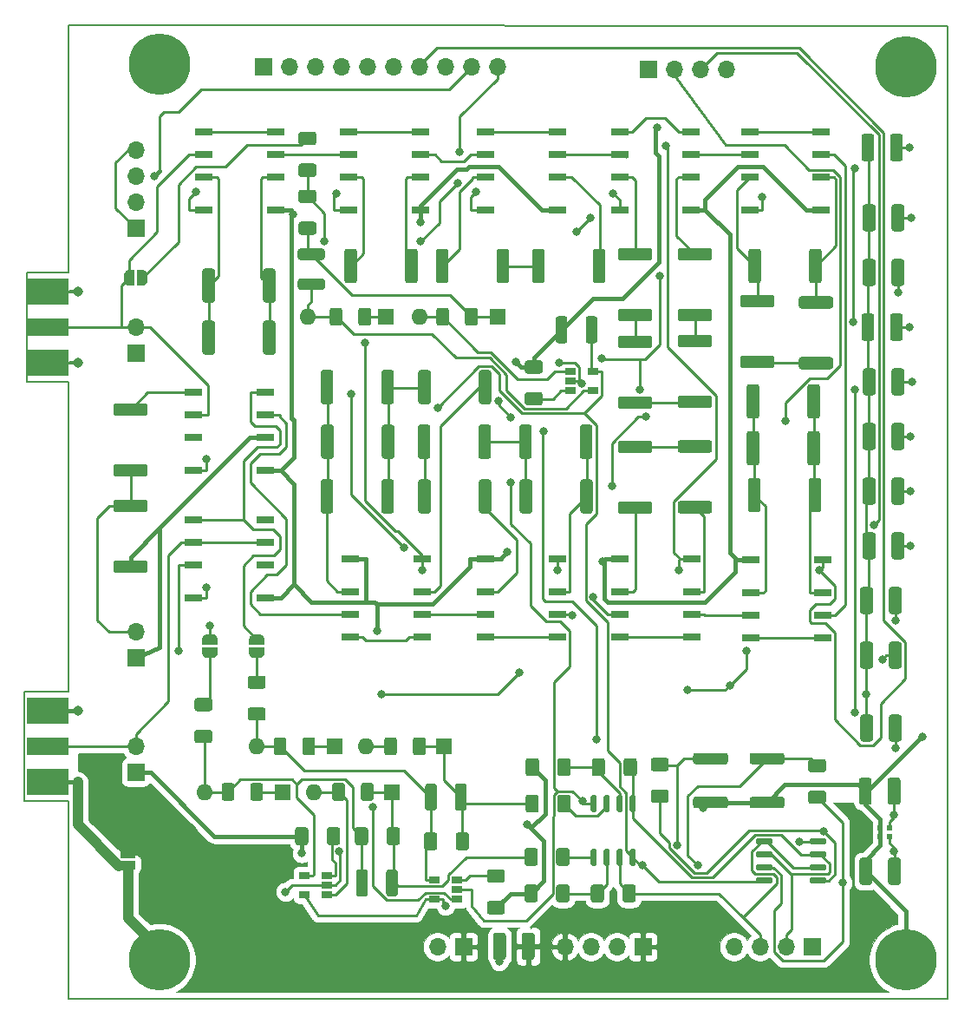
<source format=gbr>
%TF.GenerationSoftware,KiCad,Pcbnew,(5.1.12)-1*%
%TF.CreationDate,2021-11-19T01:02:39+01:00*%
%TF.ProjectId,HF_CaricoVariabile_r00,48465f43-6172-4696-936f-566172696162,rev?*%
%TF.SameCoordinates,Original*%
%TF.FileFunction,Copper,L1,Top*%
%TF.FilePolarity,Positive*%
%FSLAX46Y46*%
G04 Gerber Fmt 4.6, Leading zero omitted, Abs format (unit mm)*
G04 Created by KiCad (PCBNEW (5.1.12)-1) date 2021-11-19 01:02:39*
%MOMM*%
%LPD*%
G01*
G04 APERTURE LIST*
%TA.AperFunction,Profile*%
%ADD10C,0.150000*%
%TD*%
%TA.AperFunction,ComponentPad*%
%ADD11O,1.700000X1.700000*%
%TD*%
%TA.AperFunction,ComponentPad*%
%ADD12R,1.700000X1.700000*%
%TD*%
%TA.AperFunction,SMDPad,CuDef*%
%ADD13C,0.100000*%
%TD*%
%TA.AperFunction,SMDPad,CuDef*%
%ADD14R,1.060000X0.650000*%
%TD*%
%TA.AperFunction,ComponentPad*%
%ADD15O,1.600000X1.600000*%
%TD*%
%TA.AperFunction,ComponentPad*%
%ADD16R,1.600000X1.600000*%
%TD*%
%TA.AperFunction,SMDPad,CuDef*%
%ADD17R,1.800000X0.800000*%
%TD*%
%TA.AperFunction,SMDPad,CuDef*%
%ADD18R,0.500000X0.500000*%
%TD*%
%TA.AperFunction,ComponentPad*%
%ADD19C,0.970000*%
%TD*%
%TA.AperFunction,SMDPad,CuDef*%
%ADD20R,0.890000X0.460000*%
%TD*%
%TA.AperFunction,SMDPad,CuDef*%
%ADD21R,4.190000X2.665000*%
%TD*%
%TA.AperFunction,SMDPad,CuDef*%
%ADD22R,4.190000X1.780000*%
%TD*%
%TA.AperFunction,ViaPad*%
%ADD23C,0.800000*%
%TD*%
%TA.AperFunction,ViaPad*%
%ADD24C,6.000000*%
%TD*%
%TA.AperFunction,Conductor*%
%ADD25C,0.250000*%
%TD*%
%TA.AperFunction,Conductor*%
%ADD26C,0.400000*%
%TD*%
%TA.AperFunction,Conductor*%
%ADD27C,1.000000*%
%TD*%
%TA.AperFunction,Conductor*%
%ADD28C,0.120000*%
%TD*%
%TA.AperFunction,Conductor*%
%ADD29C,0.100000*%
%TD*%
%TA.AperFunction,Conductor*%
%ADD30C,0.254000*%
%TD*%
G04 APERTURE END LIST*
D10*
X151130000Y-160020000D02*
X65278000Y-160020000D01*
X65278000Y-65024000D02*
X65278000Y-89154000D01*
X65278000Y-89154000D02*
X61214000Y-89154000D01*
X65278000Y-130048000D02*
X60960000Y-130048000D01*
X65278000Y-140716000D02*
X60960000Y-140716000D01*
X65278000Y-140716000D02*
X65278000Y-160020000D01*
X151130000Y-65148899D02*
X65278000Y-65024000D01*
X151130000Y-160020000D02*
X151130000Y-65148899D01*
X60960000Y-130048000D02*
X60960000Y-140716000D01*
X65278000Y-99822000D02*
X65278000Y-130048000D01*
X61214000Y-99822000D02*
X65278000Y-99822000D01*
X61214000Y-89154000D02*
X61214000Y-99822000D01*
%TO.P,Rx-Zx2,2*%
%TO.N,Net-(R74-Pad2)*%
%TA.AperFunction,SMDPad,CuDef*%
G36*
G01*
X108035600Y-153814200D02*
X108035600Y-155964200D01*
G75*
G02*
X107785600Y-156214200I-250000J0D01*
G01*
X107035600Y-156214200D01*
G75*
G02*
X106785600Y-155964200I0J250000D01*
G01*
X106785600Y-153814200D01*
G75*
G02*
X107035600Y-153564200I250000J0D01*
G01*
X107785600Y-153564200D01*
G75*
G02*
X108035600Y-153814200I0J-250000D01*
G01*
G37*
%TD.AperFunction*%
%TO.P,Rx-Zx2,1*%
%TO.N,GND*%
%TA.AperFunction,SMDPad,CuDef*%
G36*
G01*
X110835600Y-153814200D02*
X110835600Y-155964200D01*
G75*
G02*
X110585600Y-156214200I-250000J0D01*
G01*
X109835600Y-156214200D01*
G75*
G02*
X109585600Y-155964200I0J250000D01*
G01*
X109585600Y-153814200D01*
G75*
G02*
X109835600Y-153564200I250000J0D01*
G01*
X110585600Y-153564200D01*
G75*
G02*
X110835600Y-153814200I0J-250000D01*
G01*
G37*
%TD.AperFunction*%
%TD*%
D11*
%TO.P,RControl1,10*%
%TO.N,/HFCaricoVariabile-Load/RL1200*%
X107188000Y-69088000D03*
%TO.P,RControl1,9*%
%TO.N,/HFCaricoVariabile-Load/RL0640*%
X104648000Y-69088000D03*
%TO.P,RControl1,8*%
%TO.N,/HFCaricoVariabile-Load/RL0320*%
X102108000Y-69088000D03*
%TO.P,RControl1,7*%
%TO.N,/HFCaricoVariabile-Load/RL0160*%
X99568000Y-69088000D03*
%TO.P,RControl1,6*%
%TO.N,/HFCaricoVariabile-Load/RL0080*%
X97028000Y-69088000D03*
%TO.P,RControl1,5*%
%TO.N,/HFCaricoVariabile-Load/RL0040*%
X94488000Y-69088000D03*
%TO.P,RControl1,4*%
%TO.N,/HFCaricoVariabile-Load/RL0020*%
X91948000Y-69088000D03*
%TO.P,RControl1,3*%
%TO.N,/HFCaricoVariabile-Load/RL0010*%
X89408000Y-69088000D03*
%TO.P,RControl1,2*%
%TO.N,/HFCaricoVariabile-Load/RL0005*%
X86868000Y-69088000D03*
D12*
%TO.P,RControl1,1*%
%TO.N,GND*%
X84328000Y-69088000D03*
%TD*%
%TA.AperFunction,SMDPad,CuDef*%
D13*
%TO.P,GND/GND1,2*%
%TO.N,GND*%
G36*
X70370602Y-145766000D02*
G01*
X70370602Y-145741466D01*
X70375412Y-145692635D01*
X70384984Y-145644510D01*
X70399228Y-145597555D01*
X70418005Y-145552222D01*
X70441136Y-145508949D01*
X70468396Y-145468150D01*
X70499524Y-145430221D01*
X70534221Y-145395524D01*
X70572150Y-145364396D01*
X70612949Y-145337136D01*
X70656222Y-145314005D01*
X70701555Y-145295228D01*
X70748510Y-145280984D01*
X70796635Y-145271412D01*
X70845466Y-145266602D01*
X70870000Y-145266602D01*
X70870000Y-145266000D01*
X71370000Y-145266000D01*
X71370000Y-145266602D01*
X71394534Y-145266602D01*
X71443365Y-145271412D01*
X71491490Y-145280984D01*
X71538445Y-145295228D01*
X71583778Y-145314005D01*
X71627051Y-145337136D01*
X71667850Y-145364396D01*
X71705779Y-145395524D01*
X71740476Y-145430221D01*
X71771604Y-145468150D01*
X71798864Y-145508949D01*
X71821995Y-145552222D01*
X71840772Y-145597555D01*
X71855016Y-145644510D01*
X71864588Y-145692635D01*
X71869398Y-145741466D01*
X71869398Y-145766000D01*
X71870000Y-145766000D01*
X71870000Y-146266000D01*
X70370000Y-146266000D01*
X70370000Y-145766000D01*
X70370602Y-145766000D01*
G37*
%TD.AperFunction*%
%TA.AperFunction,SMDPad,CuDef*%
%TO.P,GND/GND1,1*%
%TO.N,GNDA*%
G36*
X71870000Y-146566000D02*
G01*
X71870000Y-147066000D01*
X71869398Y-147066000D01*
X71869398Y-147090534D01*
X71864588Y-147139365D01*
X71855016Y-147187490D01*
X71840772Y-147234445D01*
X71821995Y-147279778D01*
X71798864Y-147323051D01*
X71771604Y-147363850D01*
X71740476Y-147401779D01*
X71705779Y-147436476D01*
X71667850Y-147467604D01*
X71627051Y-147494864D01*
X71583778Y-147517995D01*
X71538445Y-147536772D01*
X71491490Y-147551016D01*
X71443365Y-147560588D01*
X71394534Y-147565398D01*
X71370000Y-147565398D01*
X71370000Y-147566000D01*
X70870000Y-147566000D01*
X70870000Y-147565398D01*
X70845466Y-147565398D01*
X70796635Y-147560588D01*
X70748510Y-147551016D01*
X70701555Y-147536772D01*
X70656222Y-147517995D01*
X70612949Y-147494864D01*
X70572150Y-147467604D01*
X70534221Y-147436476D01*
X70499524Y-147401779D01*
X70468396Y-147363850D01*
X70441136Y-147323051D01*
X70418005Y-147279778D01*
X70399228Y-147234445D01*
X70384984Y-147187490D01*
X70375412Y-147139365D01*
X70370602Y-147090534D01*
X70370602Y-147066000D01*
X70370000Y-147066000D01*
X70370000Y-146566000D01*
X71870000Y-146566000D01*
G37*
%TD.AperFunction*%
%TD*%
%TO.P,Rx>Rref1,2*%
%TO.N,Net-(D7-Pad3)*%
%TA.AperFunction,SMDPad,CuDef*%
G36*
G01*
X145307000Y-140837000D02*
X145307000Y-138687000D01*
G75*
G02*
X145557000Y-138437000I250000J0D01*
G01*
X146307000Y-138437000D01*
G75*
G02*
X146557000Y-138687000I0J-250000D01*
G01*
X146557000Y-140837000D01*
G75*
G02*
X146307000Y-141087000I-250000J0D01*
G01*
X145557000Y-141087000D01*
G75*
G02*
X145307000Y-140837000I0J250000D01*
G01*
G37*
%TD.AperFunction*%
%TO.P,Rx>Rref1,1*%
%TO.N,GNDA*%
%TA.AperFunction,SMDPad,CuDef*%
G36*
G01*
X142507000Y-140837000D02*
X142507000Y-138687000D01*
G75*
G02*
X142757000Y-138437000I250000J0D01*
G01*
X143507000Y-138437000D01*
G75*
G02*
X143757000Y-138687000I0J-250000D01*
G01*
X143757000Y-140837000D01*
G75*
G02*
X143507000Y-141087000I-250000J0D01*
G01*
X142757000Y-141087000D01*
G75*
G02*
X142507000Y-140837000I0J250000D01*
G01*
G37*
%TD.AperFunction*%
%TD*%
%TO.P,Rx<Rref1,2*%
%TO.N,Net-(D7-Pad2)*%
%TA.AperFunction,SMDPad,CuDef*%
G36*
G01*
X145363000Y-148649000D02*
X145363000Y-146499000D01*
G75*
G02*
X145613000Y-146249000I250000J0D01*
G01*
X146363000Y-146249000D01*
G75*
G02*
X146613000Y-146499000I0J-250000D01*
G01*
X146613000Y-148649000D01*
G75*
G02*
X146363000Y-148899000I-250000J0D01*
G01*
X145613000Y-148899000D01*
G75*
G02*
X145363000Y-148649000I0J250000D01*
G01*
G37*
%TD.AperFunction*%
%TO.P,Rx<Rref1,1*%
%TO.N,GNDA*%
%TA.AperFunction,SMDPad,CuDef*%
G36*
G01*
X142563000Y-148649000D02*
X142563000Y-146499000D01*
G75*
G02*
X142813000Y-146249000I250000J0D01*
G01*
X143563000Y-146249000D01*
G75*
G02*
X143813000Y-146499000I0J-250000D01*
G01*
X143813000Y-148649000D01*
G75*
G02*
X143563000Y-148899000I-250000J0D01*
G01*
X142813000Y-148899000D01*
G75*
G02*
X142563000Y-148649000I0J250000D01*
G01*
G37*
%TD.AperFunction*%
%TD*%
D14*
%TO.P,U10,5*%
%TO.N,+3V3*%
X116500000Y-98806000D03*
%TO.P,U10,4*%
%TO.N,Net-(C16-Pad2)*%
X116500000Y-100706000D03*
%TO.P,U10,3*%
%TO.N,Net-(R64-Pad1)*%
X114300000Y-100706000D03*
%TO.P,U10,2*%
%TO.N,-3V3*%
X114300000Y-99756000D03*
%TO.P,U10,1*%
%TO.N,Net-(D12-Pad1)*%
X114300000Y-98806000D03*
%TD*%
%TO.P,R65,2*%
%TO.N,Net-(C16-Pad2)*%
%TA.AperFunction,SMDPad,CuDef*%
G36*
G01*
X89271000Y-82386000D02*
X88021000Y-82386000D01*
G75*
G02*
X87771000Y-82136000I0J250000D01*
G01*
X87771000Y-81336000D01*
G75*
G02*
X88021000Y-81086000I250000J0D01*
G01*
X89271000Y-81086000D01*
G75*
G02*
X89521000Y-81336000I0J-250000D01*
G01*
X89521000Y-82136000D01*
G75*
G02*
X89271000Y-82386000I-250000J0D01*
G01*
G37*
%TD.AperFunction*%
%TO.P,R65,1*%
%TO.N,Net-(C16-Pad1)*%
%TA.AperFunction,SMDPad,CuDef*%
G36*
G01*
X89271000Y-85486000D02*
X88021000Y-85486000D01*
G75*
G02*
X87771000Y-85236000I0J250000D01*
G01*
X87771000Y-84436000D01*
G75*
G02*
X88021000Y-84186000I250000J0D01*
G01*
X89271000Y-84186000D01*
G75*
G02*
X89521000Y-84436000I0J-250000D01*
G01*
X89521000Y-85236000D01*
G75*
G02*
X89271000Y-85486000I-250000J0D01*
G01*
G37*
%TD.AperFunction*%
%TD*%
%TO.P,R64,2*%
%TO.N,GNDA*%
%TA.AperFunction,SMDPad,CuDef*%
G36*
G01*
X111369000Y-99023000D02*
X110119000Y-99023000D01*
G75*
G02*
X109869000Y-98773000I0J250000D01*
G01*
X109869000Y-97973000D01*
G75*
G02*
X110119000Y-97723000I250000J0D01*
G01*
X111369000Y-97723000D01*
G75*
G02*
X111619000Y-97973000I0J-250000D01*
G01*
X111619000Y-98773000D01*
G75*
G02*
X111369000Y-99023000I-250000J0D01*
G01*
G37*
%TD.AperFunction*%
%TO.P,R64,1*%
%TO.N,Net-(R64-Pad1)*%
%TA.AperFunction,SMDPad,CuDef*%
G36*
G01*
X111369000Y-102123000D02*
X110119000Y-102123000D01*
G75*
G02*
X109869000Y-101873000I0J250000D01*
G01*
X109869000Y-101073000D01*
G75*
G02*
X110119000Y-100823000I250000J0D01*
G01*
X111369000Y-100823000D01*
G75*
G02*
X111619000Y-101073000I0J-250000D01*
G01*
X111619000Y-101873000D01*
G75*
G02*
X111369000Y-102123000I-250000J0D01*
G01*
G37*
%TD.AperFunction*%
%TD*%
%TO.P,R62,2*%
%TO.N,Net-(C16-Pad2)*%
%TA.AperFunction,SMDPad,CuDef*%
G36*
G01*
X88021000Y-78523000D02*
X89271000Y-78523000D01*
G75*
G02*
X89521000Y-78773000I0J-250000D01*
G01*
X89521000Y-79573000D01*
G75*
G02*
X89271000Y-79823000I-250000J0D01*
G01*
X88021000Y-79823000D01*
G75*
G02*
X87771000Y-79573000I0J250000D01*
G01*
X87771000Y-78773000D01*
G75*
G02*
X88021000Y-78523000I250000J0D01*
G01*
G37*
%TD.AperFunction*%
%TO.P,R62,1*%
%TO.N,Net-(R62-Pad1)*%
%TA.AperFunction,SMDPad,CuDef*%
G36*
G01*
X88021000Y-75423000D02*
X89271000Y-75423000D01*
G75*
G02*
X89521000Y-75673000I0J-250000D01*
G01*
X89521000Y-76473000D01*
G75*
G02*
X89271000Y-76723000I-250000J0D01*
G01*
X88021000Y-76723000D01*
G75*
G02*
X87771000Y-76473000I0J250000D01*
G01*
X87771000Y-75673000D01*
G75*
G02*
X88021000Y-75423000I250000J0D01*
G01*
G37*
%TD.AperFunction*%
%TD*%
%TA.AperFunction,SMDPad,CuDef*%
D13*
%TO.P,RF1,2*%
%TO.N,Net-(R62-Pad1)*%
G36*
X72532000Y-88912602D02*
G01*
X72556534Y-88912602D01*
X72605365Y-88917412D01*
X72653490Y-88926984D01*
X72700445Y-88941228D01*
X72745778Y-88960005D01*
X72789051Y-88983136D01*
X72829850Y-89010396D01*
X72867779Y-89041524D01*
X72902476Y-89076221D01*
X72933604Y-89114150D01*
X72960864Y-89154949D01*
X72983995Y-89198222D01*
X73002772Y-89243555D01*
X73017016Y-89290510D01*
X73026588Y-89338635D01*
X73031398Y-89387466D01*
X73031398Y-89412000D01*
X73032000Y-89412000D01*
X73032000Y-89912000D01*
X73031398Y-89912000D01*
X73031398Y-89936534D01*
X73026588Y-89985365D01*
X73017016Y-90033490D01*
X73002772Y-90080445D01*
X72983995Y-90125778D01*
X72960864Y-90169051D01*
X72933604Y-90209850D01*
X72902476Y-90247779D01*
X72867779Y-90282476D01*
X72829850Y-90313604D01*
X72789051Y-90340864D01*
X72745778Y-90363995D01*
X72700445Y-90382772D01*
X72653490Y-90397016D01*
X72605365Y-90406588D01*
X72556534Y-90411398D01*
X72532000Y-90411398D01*
X72532000Y-90412000D01*
X72032000Y-90412000D01*
X72032000Y-88912000D01*
X72532000Y-88912000D01*
X72532000Y-88912602D01*
G37*
%TD.AperFunction*%
%TA.AperFunction,SMDPad,CuDef*%
%TO.P,RF1,1*%
%TO.N,/HFCaricoVariabile-Load/HF Carico Variabile Differential OpAmp Measure/RFLevel*%
G36*
X71732000Y-90412000D02*
G01*
X71232000Y-90412000D01*
X71232000Y-90411398D01*
X71207466Y-90411398D01*
X71158635Y-90406588D01*
X71110510Y-90397016D01*
X71063555Y-90382772D01*
X71018222Y-90363995D01*
X70974949Y-90340864D01*
X70934150Y-90313604D01*
X70896221Y-90282476D01*
X70861524Y-90247779D01*
X70830396Y-90209850D01*
X70803136Y-90169051D01*
X70780005Y-90125778D01*
X70761228Y-90080445D01*
X70746984Y-90033490D01*
X70737412Y-89985365D01*
X70732602Y-89936534D01*
X70732602Y-89912000D01*
X70732000Y-89912000D01*
X70732000Y-89412000D01*
X70732602Y-89412000D01*
X70732602Y-89387466D01*
X70737412Y-89338635D01*
X70746984Y-89290510D01*
X70761228Y-89243555D01*
X70780005Y-89198222D01*
X70803136Y-89154949D01*
X70830396Y-89114150D01*
X70861524Y-89076221D01*
X70896221Y-89041524D01*
X70934150Y-89010396D01*
X70974949Y-88983136D01*
X71018222Y-88960005D01*
X71063555Y-88941228D01*
X71110510Y-88926984D01*
X71158635Y-88917412D01*
X71207466Y-88912602D01*
X71232000Y-88912602D01*
X71232000Y-88912000D01*
X71732000Y-88912000D01*
X71732000Y-90412000D01*
G37*
%TD.AperFunction*%
%TD*%
D15*
%TO.P,D15,2*%
%TO.N,Net-(D12-Pad1)*%
X99568000Y-93472000D03*
D16*
%TO.P,D15,1*%
%TO.N,Net-(C16-Pad1)*%
X107188000Y-93472000D03*
%TD*%
%TO.P,D14,2*%
%TO.N,Net-(D12-Pad1)*%
%TA.AperFunction,SMDPad,CuDef*%
G36*
G01*
X102479000Y-92847000D02*
X102479000Y-94097000D01*
G75*
G02*
X102229000Y-94347000I-250000J0D01*
G01*
X101479000Y-94347000D01*
G75*
G02*
X101229000Y-94097000I0J250000D01*
G01*
X101229000Y-92847000D01*
G75*
G02*
X101479000Y-92597000I250000J0D01*
G01*
X102229000Y-92597000D01*
G75*
G02*
X102479000Y-92847000I0J-250000D01*
G01*
G37*
%TD.AperFunction*%
%TO.P,D14,1*%
%TO.N,Net-(C16-Pad1)*%
%TA.AperFunction,SMDPad,CuDef*%
G36*
G01*
X105279000Y-92847000D02*
X105279000Y-94097000D01*
G75*
G02*
X105029000Y-94347000I-250000J0D01*
G01*
X104279000Y-94347000D01*
G75*
G02*
X104029000Y-94097000I0J250000D01*
G01*
X104029000Y-92847000D01*
G75*
G02*
X104279000Y-92597000I250000J0D01*
G01*
X105029000Y-92597000D01*
G75*
G02*
X105279000Y-92847000I0J-250000D01*
G01*
G37*
%TD.AperFunction*%
%TD*%
%TO.P,D13,2*%
%TO.N,Net-(C16-Pad2)*%
%TA.AperFunction,SMDPad,CuDef*%
G36*
G01*
X92065000Y-92847000D02*
X92065000Y-94097000D01*
G75*
G02*
X91815000Y-94347000I-250000J0D01*
G01*
X91065000Y-94347000D01*
G75*
G02*
X90815000Y-94097000I0J250000D01*
G01*
X90815000Y-92847000D01*
G75*
G02*
X91065000Y-92597000I250000J0D01*
G01*
X91815000Y-92597000D01*
G75*
G02*
X92065000Y-92847000I0J-250000D01*
G01*
G37*
%TD.AperFunction*%
%TO.P,D13,1*%
%TO.N,Net-(D12-Pad1)*%
%TA.AperFunction,SMDPad,CuDef*%
G36*
G01*
X94865000Y-92847000D02*
X94865000Y-94097000D01*
G75*
G02*
X94615000Y-94347000I-250000J0D01*
G01*
X93865000Y-94347000D01*
G75*
G02*
X93615000Y-94097000I0J250000D01*
G01*
X93615000Y-92847000D01*
G75*
G02*
X93865000Y-92597000I250000J0D01*
G01*
X94615000Y-92597000D01*
G75*
G02*
X94865000Y-92847000I0J-250000D01*
G01*
G37*
%TD.AperFunction*%
%TD*%
D15*
%TO.P,D12,2*%
%TO.N,Net-(C16-Pad2)*%
X88646000Y-93472000D03*
D16*
%TO.P,D12,1*%
%TO.N,Net-(D12-Pad1)*%
X96266000Y-93472000D03*
%TD*%
%TO.P,C16,2*%
%TO.N,Net-(C16-Pad2)*%
%TA.AperFunction,SMDPad,CuDef*%
G36*
G01*
X87951999Y-89738500D02*
X90102001Y-89738500D01*
G75*
G02*
X90352000Y-89988499I0J-249999D01*
G01*
X90352000Y-90613501D01*
G75*
G02*
X90102001Y-90863500I-249999J0D01*
G01*
X87951999Y-90863500D01*
G75*
G02*
X87702000Y-90613501I0J249999D01*
G01*
X87702000Y-89988499D01*
G75*
G02*
X87951999Y-89738500I249999J0D01*
G01*
G37*
%TD.AperFunction*%
%TO.P,C16,1*%
%TO.N,Net-(C16-Pad1)*%
%TA.AperFunction,SMDPad,CuDef*%
G36*
G01*
X87951999Y-86813500D02*
X90102001Y-86813500D01*
G75*
G02*
X90352000Y-87063499I0J-249999D01*
G01*
X90352000Y-87688501D01*
G75*
G02*
X90102001Y-87938500I-249999J0D01*
G01*
X87951999Y-87938500D01*
G75*
G02*
X87702000Y-87688501I0J249999D01*
G01*
X87702000Y-87063499D01*
G75*
G02*
X87951999Y-86813500I249999J0D01*
G01*
G37*
%TD.AperFunction*%
%TD*%
%TO.P,Rx-Zx1,2*%
%TO.N,Net-(R63-Pad2)*%
%TA.AperFunction,SMDPad,CuDef*%
G36*
G01*
X145431000Y-134679000D02*
X145431000Y-132529000D01*
G75*
G02*
X145681000Y-132279000I250000J0D01*
G01*
X146431000Y-132279000D01*
G75*
G02*
X146681000Y-132529000I0J-250000D01*
G01*
X146681000Y-134679000D01*
G75*
G02*
X146431000Y-134929000I-250000J0D01*
G01*
X145681000Y-134929000D01*
G75*
G02*
X145431000Y-134679000I0J250000D01*
G01*
G37*
%TD.AperFunction*%
%TO.P,Rx-Zx1,1*%
%TO.N,GND*%
%TA.AperFunction,SMDPad,CuDef*%
G36*
G01*
X142631000Y-134679000D02*
X142631000Y-132529000D01*
G75*
G02*
X142881000Y-132279000I250000J0D01*
G01*
X143631000Y-132279000D01*
G75*
G02*
X143881000Y-132529000I0J-250000D01*
G01*
X143881000Y-134679000D01*
G75*
G02*
X143631000Y-134929000I-250000J0D01*
G01*
X142881000Y-134929000D01*
G75*
G02*
X142631000Y-134679000I0J250000D01*
G01*
G37*
%TD.AperFunction*%
%TD*%
D11*
%TO.P,Mode1,4*%
%TO.N,GND*%
X71882000Y-77216000D03*
%TO.P,Mode1,3*%
%TO.N,/HFCaricoVariabile-Load/RLRx-Zx*%
X71882000Y-79756000D03*
%TO.P,Mode1,2*%
%TO.N,/HFCaricoVariabile-Load/RLLoad-WB*%
X71882000Y-82296000D03*
D12*
%TO.P,Mode1,1*%
%TO.N,GND*%
X71882000Y-84836000D03*
%TD*%
D17*
%TO.P,CC/RF1,1*%
%TO.N,+5V*%
X84526000Y-120894000D03*
%TO.P,CC/RF1,2*%
%TO.N,/HFCaricoVariabile-Load/ZxR*%
X84526000Y-117694000D03*
%TO.P,CC/RF1,3*%
%TO.N,Net-(CC/RF1-Pad3)*%
X84526000Y-115494000D03*
%TO.P,CC/RF1,4*%
%TO.N,Net-(CC/RF1-Pad4)*%
X84526000Y-113294000D03*
%TO.P,CC/RF1,5*%
%TO.N,/HFCaricoVariabile-Load/HF Carico Variabile Differential OpAmp Measure/WB-Measure*%
X77526000Y-113294000D03*
%TO.P,CC/RF1,6*%
%TO.N,Net-(CC/RF1-Pad3)*%
X77526000Y-115494000D03*
%TO.P,CC/RF1,7*%
%TO.N,/HFCaricoVariabile-Load/1mACC*%
X77526000Y-117694000D03*
%TO.P,CC/RF1,8*%
%TO.N,/HFCaricoVariabile-Load/RLRx-Zx*%
X77526000Y-120894000D03*
%TD*%
%TO.P,Load/WB2,2*%
%TO.N,Net-(Load/WB2-Pad2)*%
%TA.AperFunction,SMDPad,CuDef*%
G36*
G01*
X145555000Y-78037000D02*
X145555000Y-75887000D01*
G75*
G02*
X145805000Y-75637000I250000J0D01*
G01*
X146555000Y-75637000D01*
G75*
G02*
X146805000Y-75887000I0J-250000D01*
G01*
X146805000Y-78037000D01*
G75*
G02*
X146555000Y-78287000I-250000J0D01*
G01*
X145805000Y-78287000D01*
G75*
G02*
X145555000Y-78037000I0J250000D01*
G01*
G37*
%TD.AperFunction*%
%TO.P,Load/WB2,1*%
%TO.N,GND*%
%TA.AperFunction,SMDPad,CuDef*%
G36*
G01*
X142755000Y-78037000D02*
X142755000Y-75887000D01*
G75*
G02*
X143005000Y-75637000I250000J0D01*
G01*
X143755000Y-75637000D01*
G75*
G02*
X144005000Y-75887000I0J-250000D01*
G01*
X144005000Y-78037000D01*
G75*
G02*
X143755000Y-78287000I-250000J0D01*
G01*
X143005000Y-78287000D01*
G75*
G02*
X142755000Y-78037000I0J250000D01*
G01*
G37*
%TD.AperFunction*%
%TD*%
%TO.P,D11,2*%
%TO.N,Net-(D11-Pad2)*%
%TA.AperFunction,SMDPad,CuDef*%
G36*
G01*
X92319000Y-139202000D02*
X92319000Y-140452000D01*
G75*
G02*
X92069000Y-140702000I-250000J0D01*
G01*
X91319000Y-140702000D01*
G75*
G02*
X91069000Y-140452000I0J250000D01*
G01*
X91069000Y-139202000D01*
G75*
G02*
X91319000Y-138952000I250000J0D01*
G01*
X92069000Y-138952000D01*
G75*
G02*
X92319000Y-139202000I0J-250000D01*
G01*
G37*
%TD.AperFunction*%
%TO.P,D11,1*%
%TO.N,Net-(C8-Pad1)*%
%TA.AperFunction,SMDPad,CuDef*%
G36*
G01*
X95119000Y-139202000D02*
X95119000Y-140452000D01*
G75*
G02*
X94869000Y-140702000I-250000J0D01*
G01*
X94119000Y-140702000D01*
G75*
G02*
X93869000Y-140452000I0J250000D01*
G01*
X93869000Y-139202000D01*
G75*
G02*
X94119000Y-138952000I250000J0D01*
G01*
X94869000Y-138952000D01*
G75*
G02*
X95119000Y-139202000I0J-250000D01*
G01*
G37*
%TD.AperFunction*%
%TD*%
%TO.P,D10,2*%
%TO.N,Net-(D1-Pad1)*%
%TA.AperFunction,SMDPad,CuDef*%
G36*
G01*
X97396000Y-134757000D02*
X97396000Y-136007000D01*
G75*
G02*
X97146000Y-136257000I-250000J0D01*
G01*
X96396000Y-136257000D01*
G75*
G02*
X96146000Y-136007000I0J250000D01*
G01*
X96146000Y-134757000D01*
G75*
G02*
X96396000Y-134507000I250000J0D01*
G01*
X97146000Y-134507000D01*
G75*
G02*
X97396000Y-134757000I0J-250000D01*
G01*
G37*
%TD.AperFunction*%
%TO.P,D10,1*%
%TO.N,Net-(C7-Pad1)*%
%TA.AperFunction,SMDPad,CuDef*%
G36*
G01*
X100196000Y-134757000D02*
X100196000Y-136007000D01*
G75*
G02*
X99946000Y-136257000I-250000J0D01*
G01*
X99196000Y-136257000D01*
G75*
G02*
X98946000Y-136007000I0J250000D01*
G01*
X98946000Y-134757000D01*
G75*
G02*
X99196000Y-134507000I250000J0D01*
G01*
X99946000Y-134507000D01*
G75*
G02*
X100196000Y-134757000I0J-250000D01*
G01*
G37*
%TD.AperFunction*%
%TD*%
%TO.P,D9,2*%
%TO.N,Net-(C8-Pad2)*%
%TA.AperFunction,SMDPad,CuDef*%
G36*
G01*
X81518000Y-139202000D02*
X81518000Y-140452000D01*
G75*
G02*
X81268000Y-140702000I-250000J0D01*
G01*
X80518000Y-140702000D01*
G75*
G02*
X80268000Y-140452000I0J250000D01*
G01*
X80268000Y-139202000D01*
G75*
G02*
X80518000Y-138952000I250000J0D01*
G01*
X81268000Y-138952000D01*
G75*
G02*
X81518000Y-139202000I0J-250000D01*
G01*
G37*
%TD.AperFunction*%
%TO.P,D9,1*%
%TO.N,Net-(D11-Pad2)*%
%TA.AperFunction,SMDPad,CuDef*%
G36*
G01*
X84318000Y-139202000D02*
X84318000Y-140452000D01*
G75*
G02*
X84068000Y-140702000I-250000J0D01*
G01*
X83318000Y-140702000D01*
G75*
G02*
X83068000Y-140452000I0J250000D01*
G01*
X83068000Y-139202000D01*
G75*
G02*
X83318000Y-138952000I250000J0D01*
G01*
X84068000Y-138952000D01*
G75*
G02*
X84318000Y-139202000I0J-250000D01*
G01*
G37*
%TD.AperFunction*%
%TD*%
%TO.P,D8,2*%
%TO.N,Net-(C7-Pad2)*%
%TA.AperFunction,SMDPad,CuDef*%
G36*
G01*
X86601000Y-134757000D02*
X86601000Y-136007000D01*
G75*
G02*
X86351000Y-136257000I-250000J0D01*
G01*
X85601000Y-136257000D01*
G75*
G02*
X85351000Y-136007000I0J250000D01*
G01*
X85351000Y-134757000D01*
G75*
G02*
X85601000Y-134507000I250000J0D01*
G01*
X86351000Y-134507000D01*
G75*
G02*
X86601000Y-134757000I0J-250000D01*
G01*
G37*
%TD.AperFunction*%
%TO.P,D8,1*%
%TO.N,Net-(D1-Pad1)*%
%TA.AperFunction,SMDPad,CuDef*%
G36*
G01*
X89401000Y-134757000D02*
X89401000Y-136007000D01*
G75*
G02*
X89151000Y-136257000I-250000J0D01*
G01*
X88401000Y-136257000D01*
G75*
G02*
X88151000Y-136007000I0J250000D01*
G01*
X88151000Y-134757000D01*
G75*
G02*
X88401000Y-134507000I250000J0D01*
G01*
X89151000Y-134507000D01*
G75*
G02*
X89401000Y-134757000I0J-250000D01*
G01*
G37*
%TD.AperFunction*%
%TD*%
%TO.P,80R1,2*%
%TO.N,Net-(80R1-Pad2)*%
%TA.AperFunction,SMDPad,CuDef*%
G36*
G01*
X145679000Y-106231000D02*
X145679000Y-104081000D01*
G75*
G02*
X145929000Y-103831000I250000J0D01*
G01*
X146679000Y-103831000D01*
G75*
G02*
X146929000Y-104081000I0J-250000D01*
G01*
X146929000Y-106231000D01*
G75*
G02*
X146679000Y-106481000I-250000J0D01*
G01*
X145929000Y-106481000D01*
G75*
G02*
X145679000Y-106231000I0J250000D01*
G01*
G37*
%TD.AperFunction*%
%TO.P,80R1,1*%
%TO.N,GND*%
%TA.AperFunction,SMDPad,CuDef*%
G36*
G01*
X142879000Y-106231000D02*
X142879000Y-104081000D01*
G75*
G02*
X143129000Y-103831000I250000J0D01*
G01*
X143879000Y-103831000D01*
G75*
G02*
X144129000Y-104081000I0J-250000D01*
G01*
X144129000Y-106231000D01*
G75*
G02*
X143879000Y-106481000I-250000J0D01*
G01*
X143129000Y-106481000D01*
G75*
G02*
X142879000Y-106231000I0J250000D01*
G01*
G37*
%TD.AperFunction*%
%TD*%
%TO.P,640R1,2*%
%TO.N,Net-(640R1-Pad2)*%
%TA.AperFunction,SMDPad,CuDef*%
G36*
G01*
X145425000Y-122233000D02*
X145425000Y-120083000D01*
G75*
G02*
X145675000Y-119833000I250000J0D01*
G01*
X146425000Y-119833000D01*
G75*
G02*
X146675000Y-120083000I0J-250000D01*
G01*
X146675000Y-122233000D01*
G75*
G02*
X146425000Y-122483000I-250000J0D01*
G01*
X145675000Y-122483000D01*
G75*
G02*
X145425000Y-122233000I0J250000D01*
G01*
G37*
%TD.AperFunction*%
%TO.P,640R1,1*%
%TO.N,GND*%
%TA.AperFunction,SMDPad,CuDef*%
G36*
G01*
X142625000Y-122233000D02*
X142625000Y-120083000D01*
G75*
G02*
X142875000Y-119833000I250000J0D01*
G01*
X143625000Y-119833000D01*
G75*
G02*
X143875000Y-120083000I0J-250000D01*
G01*
X143875000Y-122233000D01*
G75*
G02*
X143625000Y-122483000I-250000J0D01*
G01*
X142875000Y-122483000D01*
G75*
G02*
X142625000Y-122233000I0J250000D01*
G01*
G37*
%TD.AperFunction*%
%TD*%
%TO.P,5R1,2*%
%TO.N,Net-(5R1-Pad2)*%
%TA.AperFunction,SMDPad,CuDef*%
G36*
G01*
X145679000Y-84895000D02*
X145679000Y-82745000D01*
G75*
G02*
X145929000Y-82495000I250000J0D01*
G01*
X146679000Y-82495000D01*
G75*
G02*
X146929000Y-82745000I0J-250000D01*
G01*
X146929000Y-84895000D01*
G75*
G02*
X146679000Y-85145000I-250000J0D01*
G01*
X145929000Y-85145000D01*
G75*
G02*
X145679000Y-84895000I0J250000D01*
G01*
G37*
%TD.AperFunction*%
%TO.P,5R1,1*%
%TO.N,GND*%
%TA.AperFunction,SMDPad,CuDef*%
G36*
G01*
X142879000Y-84895000D02*
X142879000Y-82745000D01*
G75*
G02*
X143129000Y-82495000I250000J0D01*
G01*
X143879000Y-82495000D01*
G75*
G02*
X144129000Y-82745000I0J-250000D01*
G01*
X144129000Y-84895000D01*
G75*
G02*
X143879000Y-85145000I-250000J0D01*
G01*
X143129000Y-85145000D01*
G75*
G02*
X142879000Y-84895000I0J250000D01*
G01*
G37*
%TD.AperFunction*%
%TD*%
%TO.P,40R1,2*%
%TO.N,Net-(40R1-Pad2)*%
%TA.AperFunction,SMDPad,CuDef*%
G36*
G01*
X145685000Y-100897000D02*
X145685000Y-98747000D01*
G75*
G02*
X145935000Y-98497000I250000J0D01*
G01*
X146685000Y-98497000D01*
G75*
G02*
X146935000Y-98747000I0J-250000D01*
G01*
X146935000Y-100897000D01*
G75*
G02*
X146685000Y-101147000I-250000J0D01*
G01*
X145935000Y-101147000D01*
G75*
G02*
X145685000Y-100897000I0J250000D01*
G01*
G37*
%TD.AperFunction*%
%TO.P,40R1,1*%
%TO.N,GND*%
%TA.AperFunction,SMDPad,CuDef*%
G36*
G01*
X142885000Y-100897000D02*
X142885000Y-98747000D01*
G75*
G02*
X143135000Y-98497000I250000J0D01*
G01*
X143885000Y-98497000D01*
G75*
G02*
X144135000Y-98747000I0J-250000D01*
G01*
X144135000Y-100897000D01*
G75*
G02*
X143885000Y-101147000I-250000J0D01*
G01*
X143135000Y-101147000D01*
G75*
G02*
X142885000Y-100897000I0J250000D01*
G01*
G37*
%TD.AperFunction*%
%TD*%
%TO.P,320R1,2*%
%TO.N,Net-(320R1-Pad2)*%
%TA.AperFunction,SMDPad,CuDef*%
G36*
G01*
X145679000Y-116899000D02*
X145679000Y-114749000D01*
G75*
G02*
X145929000Y-114499000I250000J0D01*
G01*
X146679000Y-114499000D01*
G75*
G02*
X146929000Y-114749000I0J-250000D01*
G01*
X146929000Y-116899000D01*
G75*
G02*
X146679000Y-117149000I-250000J0D01*
G01*
X145929000Y-117149000D01*
G75*
G02*
X145679000Y-116899000I0J250000D01*
G01*
G37*
%TD.AperFunction*%
%TO.P,320R1,1*%
%TO.N,GND*%
%TA.AperFunction,SMDPad,CuDef*%
G36*
G01*
X142879000Y-116899000D02*
X142879000Y-114749000D01*
G75*
G02*
X143129000Y-114499000I250000J0D01*
G01*
X143879000Y-114499000D01*
G75*
G02*
X144129000Y-114749000I0J-250000D01*
G01*
X144129000Y-116899000D01*
G75*
G02*
X143879000Y-117149000I-250000J0D01*
G01*
X143129000Y-117149000D01*
G75*
G02*
X142879000Y-116899000I0J250000D01*
G01*
G37*
%TD.AperFunction*%
%TD*%
%TO.P,20R1,2*%
%TO.N,Net-(20R1-Pad2)*%
%TA.AperFunction,SMDPad,CuDef*%
G36*
G01*
X145555000Y-95563000D02*
X145555000Y-93413000D01*
G75*
G02*
X145805000Y-93163000I250000J0D01*
G01*
X146555000Y-93163000D01*
G75*
G02*
X146805000Y-93413000I0J-250000D01*
G01*
X146805000Y-95563000D01*
G75*
G02*
X146555000Y-95813000I-250000J0D01*
G01*
X145805000Y-95813000D01*
G75*
G02*
X145555000Y-95563000I0J250000D01*
G01*
G37*
%TD.AperFunction*%
%TO.P,20R1,1*%
%TO.N,GND*%
%TA.AperFunction,SMDPad,CuDef*%
G36*
G01*
X142755000Y-95563000D02*
X142755000Y-93413000D01*
G75*
G02*
X143005000Y-93163000I250000J0D01*
G01*
X143755000Y-93163000D01*
G75*
G02*
X144005000Y-93413000I0J-250000D01*
G01*
X144005000Y-95563000D01*
G75*
G02*
X143755000Y-95813000I-250000J0D01*
G01*
X143005000Y-95813000D01*
G75*
G02*
X142755000Y-95563000I0J250000D01*
G01*
G37*
%TD.AperFunction*%
%TD*%
%TO.P,160R1,2*%
%TO.N,Net-(160R1-Pad2)*%
%TA.AperFunction,SMDPad,CuDef*%
G36*
G01*
X145679000Y-111565000D02*
X145679000Y-109415000D01*
G75*
G02*
X145929000Y-109165000I250000J0D01*
G01*
X146679000Y-109165000D01*
G75*
G02*
X146929000Y-109415000I0J-250000D01*
G01*
X146929000Y-111565000D01*
G75*
G02*
X146679000Y-111815000I-250000J0D01*
G01*
X145929000Y-111815000D01*
G75*
G02*
X145679000Y-111565000I0J250000D01*
G01*
G37*
%TD.AperFunction*%
%TO.P,160R1,1*%
%TO.N,GND*%
%TA.AperFunction,SMDPad,CuDef*%
G36*
G01*
X142879000Y-111565000D02*
X142879000Y-109415000D01*
G75*
G02*
X143129000Y-109165000I250000J0D01*
G01*
X143879000Y-109165000D01*
G75*
G02*
X144129000Y-109415000I0J-250000D01*
G01*
X144129000Y-111565000D01*
G75*
G02*
X143879000Y-111815000I-250000J0D01*
G01*
X143129000Y-111815000D01*
G75*
G02*
X142879000Y-111565000I0J250000D01*
G01*
G37*
%TD.AperFunction*%
%TD*%
%TO.P,1280R1,2*%
%TO.N,Net-(1280R1-Pad2)*%
%TA.AperFunction,SMDPad,CuDef*%
G36*
G01*
X145425000Y-127567000D02*
X145425000Y-125417000D01*
G75*
G02*
X145675000Y-125167000I250000J0D01*
G01*
X146425000Y-125167000D01*
G75*
G02*
X146675000Y-125417000I0J-250000D01*
G01*
X146675000Y-127567000D01*
G75*
G02*
X146425000Y-127817000I-250000J0D01*
G01*
X145675000Y-127817000D01*
G75*
G02*
X145425000Y-127567000I0J250000D01*
G01*
G37*
%TD.AperFunction*%
%TO.P,1280R1,1*%
%TO.N,GND*%
%TA.AperFunction,SMDPad,CuDef*%
G36*
G01*
X142625000Y-127567000D02*
X142625000Y-125417000D01*
G75*
G02*
X142875000Y-125167000I250000J0D01*
G01*
X143625000Y-125167000D01*
G75*
G02*
X143875000Y-125417000I0J-250000D01*
G01*
X143875000Y-127567000D01*
G75*
G02*
X143625000Y-127817000I-250000J0D01*
G01*
X142875000Y-127817000D01*
G75*
G02*
X142625000Y-127567000I0J250000D01*
G01*
G37*
%TD.AperFunction*%
%TD*%
%TO.P,10R1,2*%
%TO.N,Net-(10R1-Pad2)*%
%TA.AperFunction,SMDPad,CuDef*%
G36*
G01*
X145679000Y-90229000D02*
X145679000Y-88079000D01*
G75*
G02*
X145929000Y-87829000I250000J0D01*
G01*
X146679000Y-87829000D01*
G75*
G02*
X146929000Y-88079000I0J-250000D01*
G01*
X146929000Y-90229000D01*
G75*
G02*
X146679000Y-90479000I-250000J0D01*
G01*
X145929000Y-90479000D01*
G75*
G02*
X145679000Y-90229000I0J250000D01*
G01*
G37*
%TD.AperFunction*%
%TO.P,10R1,1*%
%TO.N,GND*%
%TA.AperFunction,SMDPad,CuDef*%
G36*
G01*
X142879000Y-90229000D02*
X142879000Y-88079000D01*
G75*
G02*
X143129000Y-87829000I250000J0D01*
G01*
X143879000Y-87829000D01*
G75*
G02*
X144129000Y-88079000I0J-250000D01*
G01*
X144129000Y-90229000D01*
G75*
G02*
X143879000Y-90479000I-250000J0D01*
G01*
X143129000Y-90479000D01*
G75*
G02*
X142879000Y-90229000I0J250000D01*
G01*
G37*
%TD.AperFunction*%
%TD*%
D11*
%TO.P,WB-Comparator1,4*%
%TO.N,GND*%
X113792000Y-154940000D03*
%TO.P,WB-Comparator1,3*%
%TO.N,/HFCaricoVariabile-Load/Rx>Rref*%
X116332000Y-154940000D03*
%TO.P,WB-Comparator1,2*%
%TO.N,/HFCaricoVariabile-Load/Rx<Rref*%
X118872000Y-154940000D03*
D12*
%TO.P,WB-Comparator1,1*%
%TO.N,GND*%
X121412000Y-154940000D03*
%TD*%
%TO.P,U8,8*%
%TO.N,+3V3*%
%TA.AperFunction,SMDPad,CuDef*%
G36*
G01*
X134090000Y-148313000D02*
X134090000Y-148613000D01*
G75*
G02*
X133940000Y-148763000I-150000J0D01*
G01*
X132590000Y-148763000D01*
G75*
G02*
X132440000Y-148613000I0J150000D01*
G01*
X132440000Y-148313000D01*
G75*
G02*
X132590000Y-148163000I150000J0D01*
G01*
X133940000Y-148163000D01*
G75*
G02*
X134090000Y-148313000I0J-150000D01*
G01*
G37*
%TD.AperFunction*%
%TO.P,U8,7*%
%TO.N,Net-(R58-Pad1)*%
%TA.AperFunction,SMDPad,CuDef*%
G36*
G01*
X134090000Y-147043000D02*
X134090000Y-147343000D01*
G75*
G02*
X133940000Y-147493000I-150000J0D01*
G01*
X132590000Y-147493000D01*
G75*
G02*
X132440000Y-147343000I0J150000D01*
G01*
X132440000Y-147043000D01*
G75*
G02*
X132590000Y-146893000I150000J0D01*
G01*
X133940000Y-146893000D01*
G75*
G02*
X134090000Y-147043000I0J-150000D01*
G01*
G37*
%TD.AperFunction*%
%TO.P,U8,6*%
%TO.N,/HFCaricoVariabile-Load/WB-MeasureOut*%
%TA.AperFunction,SMDPad,CuDef*%
G36*
G01*
X134090000Y-145773000D02*
X134090000Y-146073000D01*
G75*
G02*
X133940000Y-146223000I-150000J0D01*
G01*
X132590000Y-146223000D01*
G75*
G02*
X132440000Y-146073000I0J150000D01*
G01*
X132440000Y-145773000D01*
G75*
G02*
X132590000Y-145623000I150000J0D01*
G01*
X133940000Y-145623000D01*
G75*
G02*
X134090000Y-145773000I0J-150000D01*
G01*
G37*
%TD.AperFunction*%
%TO.P,U8,5*%
%TO.N,/HFCaricoVariabile-Load/WB-ReferenceOut*%
%TA.AperFunction,SMDPad,CuDef*%
G36*
G01*
X134090000Y-144503000D02*
X134090000Y-144803000D01*
G75*
G02*
X133940000Y-144953000I-150000J0D01*
G01*
X132590000Y-144953000D01*
G75*
G02*
X132440000Y-144803000I0J150000D01*
G01*
X132440000Y-144503000D01*
G75*
G02*
X132590000Y-144353000I150000J0D01*
G01*
X133940000Y-144353000D01*
G75*
G02*
X134090000Y-144503000I0J-150000D01*
G01*
G37*
%TD.AperFunction*%
%TO.P,U8,4*%
%TO.N,-3V3*%
%TA.AperFunction,SMDPad,CuDef*%
G36*
G01*
X139340000Y-144503000D02*
X139340000Y-144803000D01*
G75*
G02*
X139190000Y-144953000I-150000J0D01*
G01*
X137840000Y-144953000D01*
G75*
G02*
X137690000Y-144803000I0J150000D01*
G01*
X137690000Y-144503000D01*
G75*
G02*
X137840000Y-144353000I150000J0D01*
G01*
X139190000Y-144353000D01*
G75*
G02*
X139340000Y-144503000I0J-150000D01*
G01*
G37*
%TD.AperFunction*%
%TO.P,U8,3*%
%TO.N,/HFCaricoVariabile-Load/WB-MeasureOut*%
%TA.AperFunction,SMDPad,CuDef*%
G36*
G01*
X139340000Y-145773000D02*
X139340000Y-146073000D01*
G75*
G02*
X139190000Y-146223000I-150000J0D01*
G01*
X137840000Y-146223000D01*
G75*
G02*
X137690000Y-146073000I0J150000D01*
G01*
X137690000Y-145773000D01*
G75*
G02*
X137840000Y-145623000I150000J0D01*
G01*
X139190000Y-145623000D01*
G75*
G02*
X139340000Y-145773000I0J-150000D01*
G01*
G37*
%TD.AperFunction*%
%TO.P,U8,2*%
%TO.N,/HFCaricoVariabile-Load/WB-ReferenceOut*%
%TA.AperFunction,SMDPad,CuDef*%
G36*
G01*
X139340000Y-147043000D02*
X139340000Y-147343000D01*
G75*
G02*
X139190000Y-147493000I-150000J0D01*
G01*
X137840000Y-147493000D01*
G75*
G02*
X137690000Y-147343000I0J150000D01*
G01*
X137690000Y-147043000D01*
G75*
G02*
X137840000Y-146893000I150000J0D01*
G01*
X139190000Y-146893000D01*
G75*
G02*
X139340000Y-147043000I0J-150000D01*
G01*
G37*
%TD.AperFunction*%
%TO.P,U8,1*%
%TO.N,Net-(R56-Pad2)*%
%TA.AperFunction,SMDPad,CuDef*%
G36*
G01*
X139340000Y-148313000D02*
X139340000Y-148613000D01*
G75*
G02*
X139190000Y-148763000I-150000J0D01*
G01*
X137840000Y-148763000D01*
G75*
G02*
X137690000Y-148613000I0J150000D01*
G01*
X137690000Y-148313000D01*
G75*
G02*
X137840000Y-148163000I150000J0D01*
G01*
X139190000Y-148163000D01*
G75*
G02*
X139340000Y-148313000I0J-150000D01*
G01*
G37*
%TD.AperFunction*%
%TD*%
%TO.P,U6,8*%
%TO.N,+3V3*%
%TA.AperFunction,SMDPad,CuDef*%
G36*
G01*
X120246000Y-145395000D02*
X120546000Y-145395000D01*
G75*
G02*
X120696000Y-145545000I0J-150000D01*
G01*
X120696000Y-146895000D01*
G75*
G02*
X120546000Y-147045000I-150000J0D01*
G01*
X120246000Y-147045000D01*
G75*
G02*
X120096000Y-146895000I0J150000D01*
G01*
X120096000Y-145545000D01*
G75*
G02*
X120246000Y-145395000I150000J0D01*
G01*
G37*
%TD.AperFunction*%
%TO.P,U6,7*%
%TO.N,/HFCaricoVariabile-Load/WB-ReferenceOut*%
%TA.AperFunction,SMDPad,CuDef*%
G36*
G01*
X118976000Y-145395000D02*
X119276000Y-145395000D01*
G75*
G02*
X119426000Y-145545000I0J-150000D01*
G01*
X119426000Y-146895000D01*
G75*
G02*
X119276000Y-147045000I-150000J0D01*
G01*
X118976000Y-147045000D01*
G75*
G02*
X118826000Y-146895000I0J150000D01*
G01*
X118826000Y-145545000D01*
G75*
G02*
X118976000Y-145395000I150000J0D01*
G01*
G37*
%TD.AperFunction*%
%TO.P,U6,6*%
%TO.N,Net-(R54-Pad2)*%
%TA.AperFunction,SMDPad,CuDef*%
G36*
G01*
X117706000Y-145395000D02*
X118006000Y-145395000D01*
G75*
G02*
X118156000Y-145545000I0J-150000D01*
G01*
X118156000Y-146895000D01*
G75*
G02*
X118006000Y-147045000I-150000J0D01*
G01*
X117706000Y-147045000D01*
G75*
G02*
X117556000Y-146895000I0J150000D01*
G01*
X117556000Y-145545000D01*
G75*
G02*
X117706000Y-145395000I150000J0D01*
G01*
G37*
%TD.AperFunction*%
%TO.P,U6,5*%
%TO.N,Net-(R51-Pad2)*%
%TA.AperFunction,SMDPad,CuDef*%
G36*
G01*
X116436000Y-145395000D02*
X116736000Y-145395000D01*
G75*
G02*
X116886000Y-145545000I0J-150000D01*
G01*
X116886000Y-146895000D01*
G75*
G02*
X116736000Y-147045000I-150000J0D01*
G01*
X116436000Y-147045000D01*
G75*
G02*
X116286000Y-146895000I0J150000D01*
G01*
X116286000Y-145545000D01*
G75*
G02*
X116436000Y-145395000I150000J0D01*
G01*
G37*
%TD.AperFunction*%
%TO.P,U6,4*%
%TO.N,-3V3*%
%TA.AperFunction,SMDPad,CuDef*%
G36*
G01*
X116436000Y-140145000D02*
X116736000Y-140145000D01*
G75*
G02*
X116886000Y-140295000I0J-150000D01*
G01*
X116886000Y-141645000D01*
G75*
G02*
X116736000Y-141795000I-150000J0D01*
G01*
X116436000Y-141795000D01*
G75*
G02*
X116286000Y-141645000I0J150000D01*
G01*
X116286000Y-140295000D01*
G75*
G02*
X116436000Y-140145000I150000J0D01*
G01*
G37*
%TD.AperFunction*%
%TO.P,U6,3*%
%TO.N,Net-(R50-Pad2)*%
%TA.AperFunction,SMDPad,CuDef*%
G36*
G01*
X117706000Y-140145000D02*
X118006000Y-140145000D01*
G75*
G02*
X118156000Y-140295000I0J-150000D01*
G01*
X118156000Y-141645000D01*
G75*
G02*
X118006000Y-141795000I-150000J0D01*
G01*
X117706000Y-141795000D01*
G75*
G02*
X117556000Y-141645000I0J150000D01*
G01*
X117556000Y-140295000D01*
G75*
G02*
X117706000Y-140145000I150000J0D01*
G01*
G37*
%TD.AperFunction*%
%TO.P,U6,2*%
%TO.N,Net-(R52-Pad2)*%
%TA.AperFunction,SMDPad,CuDef*%
G36*
G01*
X118976000Y-140145000D02*
X119276000Y-140145000D01*
G75*
G02*
X119426000Y-140295000I0J-150000D01*
G01*
X119426000Y-141645000D01*
G75*
G02*
X119276000Y-141795000I-150000J0D01*
G01*
X118976000Y-141795000D01*
G75*
G02*
X118826000Y-141645000I0J150000D01*
G01*
X118826000Y-140295000D01*
G75*
G02*
X118976000Y-140145000I150000J0D01*
G01*
G37*
%TD.AperFunction*%
%TO.P,U6,1*%
%TO.N,/HFCaricoVariabile-Load/WB-MeasureOut*%
%TA.AperFunction,SMDPad,CuDef*%
G36*
G01*
X120246000Y-140145000D02*
X120546000Y-140145000D01*
G75*
G02*
X120696000Y-140295000I0J-150000D01*
G01*
X120696000Y-141645000D01*
G75*
G02*
X120546000Y-141795000I-150000J0D01*
G01*
X120246000Y-141795000D01*
G75*
G02*
X120096000Y-141645000I0J150000D01*
G01*
X120096000Y-140295000D01*
G75*
G02*
X120246000Y-140145000I150000J0D01*
G01*
G37*
%TD.AperFunction*%
%TD*%
%TO.P,D6,2*%
%TO.N,GNDA*%
%TA.AperFunction,SMDPad,CuDef*%
G36*
G01*
X132078999Y-140299000D02*
X134979001Y-140299000D01*
G75*
G02*
X135229000Y-140548999I0J-249999D01*
G01*
X135229000Y-141174001D01*
G75*
G02*
X134979001Y-141424000I-249999J0D01*
G01*
X132078999Y-141424000D01*
G75*
G02*
X131829000Y-141174001I0J249999D01*
G01*
X131829000Y-140548999D01*
G75*
G02*
X132078999Y-140299000I249999J0D01*
G01*
G37*
%TD.AperFunction*%
%TO.P,D6,1*%
%TO.N,/HFCaricoVariabile-Load/Rx<Rref*%
%TA.AperFunction,SMDPad,CuDef*%
G36*
G01*
X132078999Y-136024000D02*
X134979001Y-136024000D01*
G75*
G02*
X135229000Y-136273999I0J-249999D01*
G01*
X135229000Y-136899001D01*
G75*
G02*
X134979001Y-137149000I-249999J0D01*
G01*
X132078999Y-137149000D01*
G75*
G02*
X131829000Y-136899001I0J249999D01*
G01*
X131829000Y-136273999D01*
G75*
G02*
X132078999Y-136024000I249999J0D01*
G01*
G37*
%TD.AperFunction*%
%TD*%
%TO.P,D5,2*%
%TO.N,GNDA*%
%TA.AperFunction,SMDPad,CuDef*%
G36*
G01*
X126565999Y-140299000D02*
X129466001Y-140299000D01*
G75*
G02*
X129716000Y-140548999I0J-249999D01*
G01*
X129716000Y-141174001D01*
G75*
G02*
X129466001Y-141424000I-249999J0D01*
G01*
X126565999Y-141424000D01*
G75*
G02*
X126316000Y-141174001I0J249999D01*
G01*
X126316000Y-140548999D01*
G75*
G02*
X126565999Y-140299000I249999J0D01*
G01*
G37*
%TD.AperFunction*%
%TO.P,D5,1*%
%TO.N,/HFCaricoVariabile-Load/Rx>Rref*%
%TA.AperFunction,SMDPad,CuDef*%
G36*
G01*
X126565999Y-136024000D02*
X129466001Y-136024000D01*
G75*
G02*
X129716000Y-136273999I0J-249999D01*
G01*
X129716000Y-136899001D01*
G75*
G02*
X129466001Y-137149000I-249999J0D01*
G01*
X126565999Y-137149000D01*
G75*
G02*
X126316000Y-136899001I0J249999D01*
G01*
X126316000Y-136273999D01*
G75*
G02*
X126565999Y-136024000I249999J0D01*
G01*
G37*
%TD.AperFunction*%
%TD*%
D11*
%TO.P,RF-WB-CCLevel1,4*%
%TO.N,/HFCaricoVariabile-Load/RFLevel-Out*%
X130302000Y-154940000D03*
%TO.P,RF-WB-CCLevel1,3*%
%TO.N,/HFCaricoVariabile-Load/WB-ReferenceOut*%
X132842000Y-154940000D03*
%TO.P,RF-WB-CCLevel1,2*%
%TO.N,/HFCaricoVariabile-Load/WB-MeasureOut*%
X135382000Y-154940000D03*
D12*
%TO.P,RF-WB-CCLevel1,1*%
%TO.N,GNDA*%
X137922000Y-154940000D03*
%TD*%
%TA.AperFunction,SMDPad,CuDef*%
D13*
%TO.P,Ref.1,2*%
%TO.N,Net-(R48-Pad1)*%
G36*
X79870398Y-126253000D02*
G01*
X79870398Y-126277534D01*
X79865588Y-126326365D01*
X79856016Y-126374490D01*
X79841772Y-126421445D01*
X79822995Y-126466778D01*
X79799864Y-126510051D01*
X79772604Y-126550850D01*
X79741476Y-126588779D01*
X79706779Y-126623476D01*
X79668850Y-126654604D01*
X79628051Y-126681864D01*
X79584778Y-126704995D01*
X79539445Y-126723772D01*
X79492490Y-126738016D01*
X79444365Y-126747588D01*
X79395534Y-126752398D01*
X79371000Y-126752398D01*
X79371000Y-126753000D01*
X78871000Y-126753000D01*
X78871000Y-126752398D01*
X78846466Y-126752398D01*
X78797635Y-126747588D01*
X78749510Y-126738016D01*
X78702555Y-126723772D01*
X78657222Y-126704995D01*
X78613949Y-126681864D01*
X78573150Y-126654604D01*
X78535221Y-126623476D01*
X78500524Y-126588779D01*
X78469396Y-126550850D01*
X78442136Y-126510051D01*
X78419005Y-126466778D01*
X78400228Y-126421445D01*
X78385984Y-126374490D01*
X78376412Y-126326365D01*
X78371602Y-126277534D01*
X78371602Y-126253000D01*
X78371000Y-126253000D01*
X78371000Y-125753000D01*
X79871000Y-125753000D01*
X79871000Y-126253000D01*
X79870398Y-126253000D01*
G37*
%TD.AperFunction*%
%TA.AperFunction,SMDPad,CuDef*%
%TO.P,Ref.1,1*%
%TO.N,/HFCaricoVariabile-Load/HF Carico Variabile Differential OpAmp Measure/WB-Reference*%
G36*
X78371000Y-125453000D02*
G01*
X78371000Y-124953000D01*
X78371602Y-124953000D01*
X78371602Y-124928466D01*
X78376412Y-124879635D01*
X78385984Y-124831510D01*
X78400228Y-124784555D01*
X78419005Y-124739222D01*
X78442136Y-124695949D01*
X78469396Y-124655150D01*
X78500524Y-124617221D01*
X78535221Y-124582524D01*
X78573150Y-124551396D01*
X78613949Y-124524136D01*
X78657222Y-124501005D01*
X78702555Y-124482228D01*
X78749510Y-124467984D01*
X78797635Y-124458412D01*
X78846466Y-124453602D01*
X78871000Y-124453602D01*
X78871000Y-124453000D01*
X79371000Y-124453000D01*
X79371000Y-124453602D01*
X79395534Y-124453602D01*
X79444365Y-124458412D01*
X79492490Y-124467984D01*
X79539445Y-124482228D01*
X79584778Y-124501005D01*
X79628051Y-124524136D01*
X79668850Y-124551396D01*
X79706779Y-124582524D01*
X79741476Y-124617221D01*
X79772604Y-124655150D01*
X79799864Y-124695949D01*
X79822995Y-124739222D01*
X79841772Y-124784555D01*
X79856016Y-124831510D01*
X79865588Y-124879635D01*
X79870398Y-124928466D01*
X79870398Y-124953000D01*
X79871000Y-124953000D01*
X79871000Y-125453000D01*
X78371000Y-125453000D01*
G37*
%TD.AperFunction*%
%TD*%
%TO.P,R58,2*%
%TO.N,/HFCaricoVariabile-Load/Rx<Rref*%
%TA.AperFunction,SMDPad,CuDef*%
G36*
G01*
X139055000Y-137911000D02*
X137805000Y-137911000D01*
G75*
G02*
X137555000Y-137661000I0J250000D01*
G01*
X137555000Y-136861000D01*
G75*
G02*
X137805000Y-136611000I250000J0D01*
G01*
X139055000Y-136611000D01*
G75*
G02*
X139305000Y-136861000I0J-250000D01*
G01*
X139305000Y-137661000D01*
G75*
G02*
X139055000Y-137911000I-250000J0D01*
G01*
G37*
%TD.AperFunction*%
%TO.P,R58,1*%
%TO.N,Net-(R58-Pad1)*%
%TA.AperFunction,SMDPad,CuDef*%
G36*
G01*
X139055000Y-141011000D02*
X137805000Y-141011000D01*
G75*
G02*
X137555000Y-140761000I0J250000D01*
G01*
X137555000Y-139961000D01*
G75*
G02*
X137805000Y-139711000I250000J0D01*
G01*
X139055000Y-139711000D01*
G75*
G02*
X139305000Y-139961000I0J-250000D01*
G01*
X139305000Y-140761000D01*
G75*
G02*
X139055000Y-141011000I-250000J0D01*
G01*
G37*
%TD.AperFunction*%
%TD*%
%TO.P,R56,2*%
%TO.N,Net-(R56-Pad2)*%
%TA.AperFunction,SMDPad,CuDef*%
G36*
G01*
X122438000Y-139610000D02*
X123688000Y-139610000D01*
G75*
G02*
X123938000Y-139860000I0J-250000D01*
G01*
X123938000Y-140660000D01*
G75*
G02*
X123688000Y-140910000I-250000J0D01*
G01*
X122438000Y-140910000D01*
G75*
G02*
X122188000Y-140660000I0J250000D01*
G01*
X122188000Y-139860000D01*
G75*
G02*
X122438000Y-139610000I250000J0D01*
G01*
G37*
%TD.AperFunction*%
%TO.P,R56,1*%
%TO.N,/HFCaricoVariabile-Load/Rx>Rref*%
%TA.AperFunction,SMDPad,CuDef*%
G36*
G01*
X122438000Y-136510000D02*
X123688000Y-136510000D01*
G75*
G02*
X123938000Y-136760000I0J-250000D01*
G01*
X123938000Y-137560000D01*
G75*
G02*
X123688000Y-137810000I-250000J0D01*
G01*
X122438000Y-137810000D01*
G75*
G02*
X122188000Y-137560000I0J250000D01*
G01*
X122188000Y-136760000D01*
G75*
G02*
X122438000Y-136510000I250000J0D01*
G01*
G37*
%TD.AperFunction*%
%TD*%
%TA.AperFunction,SMDPad,CuDef*%
%TO.P,Meas.1,2*%
%TO.N,Net-(Meas.1-Pad2)*%
G36*
X84442398Y-126268000D02*
G01*
X84442398Y-126292534D01*
X84437588Y-126341365D01*
X84428016Y-126389490D01*
X84413772Y-126436445D01*
X84394995Y-126481778D01*
X84371864Y-126525051D01*
X84344604Y-126565850D01*
X84313476Y-126603779D01*
X84278779Y-126638476D01*
X84240850Y-126669604D01*
X84200051Y-126696864D01*
X84156778Y-126719995D01*
X84111445Y-126738772D01*
X84064490Y-126753016D01*
X84016365Y-126762588D01*
X83967534Y-126767398D01*
X83943000Y-126767398D01*
X83943000Y-126768000D01*
X83443000Y-126768000D01*
X83443000Y-126767398D01*
X83418466Y-126767398D01*
X83369635Y-126762588D01*
X83321510Y-126753016D01*
X83274555Y-126738772D01*
X83229222Y-126719995D01*
X83185949Y-126696864D01*
X83145150Y-126669604D01*
X83107221Y-126638476D01*
X83072524Y-126603779D01*
X83041396Y-126565850D01*
X83014136Y-126525051D01*
X82991005Y-126481778D01*
X82972228Y-126436445D01*
X82957984Y-126389490D01*
X82948412Y-126341365D01*
X82943602Y-126292534D01*
X82943602Y-126268000D01*
X82943000Y-126268000D01*
X82943000Y-125768000D01*
X84443000Y-125768000D01*
X84443000Y-126268000D01*
X84442398Y-126268000D01*
G37*
%TD.AperFunction*%
%TA.AperFunction,SMDPad,CuDef*%
%TO.P,Meas.1,1*%
%TO.N,/HFCaricoVariabile-Load/HF Carico Variabile Differential OpAmp Measure/WB-Measure*%
G36*
X82943000Y-125468000D02*
G01*
X82943000Y-124968000D01*
X82943602Y-124968000D01*
X82943602Y-124943466D01*
X82948412Y-124894635D01*
X82957984Y-124846510D01*
X82972228Y-124799555D01*
X82991005Y-124754222D01*
X83014136Y-124710949D01*
X83041396Y-124670150D01*
X83072524Y-124632221D01*
X83107221Y-124597524D01*
X83145150Y-124566396D01*
X83185949Y-124539136D01*
X83229222Y-124516005D01*
X83274555Y-124497228D01*
X83321510Y-124482984D01*
X83369635Y-124473412D01*
X83418466Y-124468602D01*
X83443000Y-124468602D01*
X83443000Y-124468000D01*
X83943000Y-124468000D01*
X83943000Y-124468602D01*
X83967534Y-124468602D01*
X84016365Y-124473412D01*
X84064490Y-124482984D01*
X84111445Y-124497228D01*
X84156778Y-124516005D01*
X84200051Y-124539136D01*
X84240850Y-124566396D01*
X84278779Y-124597524D01*
X84313476Y-124632221D01*
X84344604Y-124670150D01*
X84371864Y-124710949D01*
X84394995Y-124754222D01*
X84413772Y-124799555D01*
X84428016Y-124846510D01*
X84437588Y-124894635D01*
X84442398Y-124943466D01*
X84442398Y-124968000D01*
X84443000Y-124968000D01*
X84443000Y-125468000D01*
X82943000Y-125468000D01*
G37*
%TD.AperFunction*%
%TD*%
D18*
%TO.P,D7,1*%
%TO.N,GNDA*%
X144584000Y-144214000D03*
%TO.P,D7,2*%
%TO.N,Net-(D7-Pad2)*%
X145484000Y-144214000D03*
%TO.P,D7,3*%
%TO.N,Net-(D7-Pad3)*%
X145484000Y-143314000D03*
%TO.P,D7,4*%
%TO.N,GNDA*%
X144584000Y-143314000D03*
%TD*%
%TO.P,C15,2*%
%TO.N,GNDA*%
%TA.AperFunction,SMDPad,CuDef*%
G36*
G01*
X114035000Y-93666999D02*
X114035000Y-95817001D01*
G75*
G02*
X113785001Y-96067000I-249999J0D01*
G01*
X113159999Y-96067000D01*
G75*
G02*
X112910000Y-95817001I0J249999D01*
G01*
X112910000Y-93666999D01*
G75*
G02*
X113159999Y-93417000I249999J0D01*
G01*
X113785001Y-93417000D01*
G75*
G02*
X114035000Y-93666999I0J-249999D01*
G01*
G37*
%TD.AperFunction*%
%TO.P,C15,1*%
%TO.N,+3V3*%
%TA.AperFunction,SMDPad,CuDef*%
G36*
G01*
X116960000Y-93666999D02*
X116960000Y-95817001D01*
G75*
G02*
X116710001Y-96067000I-249999J0D01*
G01*
X116084999Y-96067000D01*
G75*
G02*
X115835000Y-95817001I0J249999D01*
G01*
X115835000Y-93666999D01*
G75*
G02*
X116084999Y-93417000I249999J0D01*
G01*
X116710001Y-93417000D01*
G75*
G02*
X116960000Y-93666999I0J-249999D01*
G01*
G37*
%TD.AperFunction*%
%TD*%
D14*
%TO.P,U1,1*%
%TO.N,Net-(D1-Pad1)*%
X103251000Y-150302000D03*
%TO.P,U1,2*%
%TO.N,-3V3*%
X103251000Y-149352000D03*
%TO.P,U1,3*%
%TO.N,Net-(R46-Pad1)*%
X103251000Y-148402000D03*
%TO.P,U1,4*%
%TO.N,Net-(C7-Pad2)*%
X101051000Y-148402000D03*
%TO.P,U1,5*%
%TO.N,+3V3*%
X101051000Y-150302000D03*
%TD*%
%TO.P,R55,2*%
%TO.N,Net-(R54-Pad2)*%
%TA.AperFunction,SMDPad,CuDef*%
G36*
G01*
X117617000Y-149108000D02*
X117617000Y-150358000D01*
G75*
G02*
X117367000Y-150608000I-250000J0D01*
G01*
X116567000Y-150608000D01*
G75*
G02*
X116317000Y-150358000I0J250000D01*
G01*
X116317000Y-149108000D01*
G75*
G02*
X116567000Y-148858000I250000J0D01*
G01*
X117367000Y-148858000D01*
G75*
G02*
X117617000Y-149108000I0J-250000D01*
G01*
G37*
%TD.AperFunction*%
%TO.P,R55,1*%
%TO.N,/HFCaricoVariabile-Load/WB-ReferenceOut*%
%TA.AperFunction,SMDPad,CuDef*%
G36*
G01*
X120717000Y-149108000D02*
X120717000Y-150358000D01*
G75*
G02*
X120467000Y-150608000I-250000J0D01*
G01*
X119667000Y-150608000D01*
G75*
G02*
X119417000Y-150358000I0J250000D01*
G01*
X119417000Y-149108000D01*
G75*
G02*
X119667000Y-148858000I250000J0D01*
G01*
X120467000Y-148858000D01*
G75*
G02*
X120717000Y-149108000I0J-250000D01*
G01*
G37*
%TD.AperFunction*%
%TD*%
%TO.P,R54,2*%
%TO.N,Net-(R54-Pad2)*%
%TA.AperFunction,SMDPad,CuDef*%
G36*
G01*
X112940000Y-150358000D02*
X112940000Y-149108000D01*
G75*
G02*
X113190000Y-148858000I250000J0D01*
G01*
X113990000Y-148858000D01*
G75*
G02*
X114240000Y-149108000I0J-250000D01*
G01*
X114240000Y-150358000D01*
G75*
G02*
X113990000Y-150608000I-250000J0D01*
G01*
X113190000Y-150608000D01*
G75*
G02*
X112940000Y-150358000I0J250000D01*
G01*
G37*
%TD.AperFunction*%
%TO.P,R54,1*%
%TO.N,GNDA*%
%TA.AperFunction,SMDPad,CuDef*%
G36*
G01*
X109840000Y-150358000D02*
X109840000Y-149108000D01*
G75*
G02*
X110090000Y-148858000I250000J0D01*
G01*
X110890000Y-148858000D01*
G75*
G02*
X111140000Y-149108000I0J-250000D01*
G01*
X111140000Y-150358000D01*
G75*
G02*
X110890000Y-150608000I-250000J0D01*
G01*
X110090000Y-150608000D01*
G75*
G02*
X109840000Y-150358000I0J250000D01*
G01*
G37*
%TD.AperFunction*%
%TD*%
%TO.P,R52,2*%
%TO.N,Net-(R52-Pad2)*%
%TA.AperFunction,SMDPad,CuDef*%
G36*
G01*
X113067000Y-138039000D02*
X113067000Y-136789000D01*
G75*
G02*
X113317000Y-136539000I250000J0D01*
G01*
X114117000Y-136539000D01*
G75*
G02*
X114367000Y-136789000I0J-250000D01*
G01*
X114367000Y-138039000D01*
G75*
G02*
X114117000Y-138289000I-250000J0D01*
G01*
X113317000Y-138289000D01*
G75*
G02*
X113067000Y-138039000I0J250000D01*
G01*
G37*
%TD.AperFunction*%
%TO.P,R52,1*%
%TO.N,GNDA*%
%TA.AperFunction,SMDPad,CuDef*%
G36*
G01*
X109967000Y-138039000D02*
X109967000Y-136789000D01*
G75*
G02*
X110217000Y-136539000I250000J0D01*
G01*
X111017000Y-136539000D01*
G75*
G02*
X111267000Y-136789000I0J-250000D01*
G01*
X111267000Y-138039000D01*
G75*
G02*
X111017000Y-138289000I-250000J0D01*
G01*
X110217000Y-138289000D01*
G75*
G02*
X109967000Y-138039000I0J250000D01*
G01*
G37*
%TD.AperFunction*%
%TD*%
%TO.P,R51,2*%
%TO.N,Net-(R51-Pad2)*%
%TA.AperFunction,SMDPad,CuDef*%
G36*
G01*
X112940000Y-146802000D02*
X112940000Y-145552000D01*
G75*
G02*
X113190000Y-145302000I250000J0D01*
G01*
X113990000Y-145302000D01*
G75*
G02*
X114240000Y-145552000I0J-250000D01*
G01*
X114240000Y-146802000D01*
G75*
G02*
X113990000Y-147052000I-250000J0D01*
G01*
X113190000Y-147052000D01*
G75*
G02*
X112940000Y-146802000I0J250000D01*
G01*
G37*
%TD.AperFunction*%
%TO.P,R51,1*%
%TO.N,Net-(C8-Pad1)*%
%TA.AperFunction,SMDPad,CuDef*%
G36*
G01*
X109840000Y-146802000D02*
X109840000Y-145552000D01*
G75*
G02*
X110090000Y-145302000I250000J0D01*
G01*
X110890000Y-145302000D01*
G75*
G02*
X111140000Y-145552000I0J-250000D01*
G01*
X111140000Y-146802000D01*
G75*
G02*
X110890000Y-147052000I-250000J0D01*
G01*
X110090000Y-147052000D01*
G75*
G02*
X109840000Y-146802000I0J250000D01*
G01*
G37*
%TD.AperFunction*%
%TD*%
%TO.P,R50,2*%
%TO.N,Net-(R50-Pad2)*%
%TA.AperFunction,SMDPad,CuDef*%
G36*
G01*
X113041000Y-141595000D02*
X113041000Y-140345000D01*
G75*
G02*
X113291000Y-140095000I250000J0D01*
G01*
X114091000Y-140095000D01*
G75*
G02*
X114341000Y-140345000I0J-250000D01*
G01*
X114341000Y-141595000D01*
G75*
G02*
X114091000Y-141845000I-250000J0D01*
G01*
X113291000Y-141845000D01*
G75*
G02*
X113041000Y-141595000I0J250000D01*
G01*
G37*
%TD.AperFunction*%
%TO.P,R50,1*%
%TO.N,Net-(C7-Pad1)*%
%TA.AperFunction,SMDPad,CuDef*%
G36*
G01*
X109941000Y-141595000D02*
X109941000Y-140345000D01*
G75*
G02*
X110191000Y-140095000I250000J0D01*
G01*
X110991000Y-140095000D01*
G75*
G02*
X111241000Y-140345000I0J-250000D01*
G01*
X111241000Y-141595000D01*
G75*
G02*
X110991000Y-141845000I-250000J0D01*
G01*
X110191000Y-141845000D01*
G75*
G02*
X109941000Y-141595000I0J250000D01*
G01*
G37*
%TD.AperFunction*%
%TD*%
%TO.P,R49,2*%
%TO.N,Net-(C7-Pad2)*%
%TA.AperFunction,SMDPad,CuDef*%
G36*
G01*
X101335000Y-144028000D02*
X101335000Y-145278000D01*
G75*
G02*
X101085000Y-145528000I-250000J0D01*
G01*
X100285000Y-145528000D01*
G75*
G02*
X100035000Y-145278000I0J250000D01*
G01*
X100035000Y-144028000D01*
G75*
G02*
X100285000Y-143778000I250000J0D01*
G01*
X101085000Y-143778000D01*
G75*
G02*
X101335000Y-144028000I0J-250000D01*
G01*
G37*
%TD.AperFunction*%
%TO.P,R49,1*%
%TO.N,Net-(C7-Pad1)*%
%TA.AperFunction,SMDPad,CuDef*%
G36*
G01*
X104435000Y-144028000D02*
X104435000Y-145278000D01*
G75*
G02*
X104185000Y-145528000I-250000J0D01*
G01*
X103385000Y-145528000D01*
G75*
G02*
X103135000Y-145278000I0J250000D01*
G01*
X103135000Y-144028000D01*
G75*
G02*
X103385000Y-143778000I250000J0D01*
G01*
X104185000Y-143778000D01*
G75*
G02*
X104435000Y-144028000I0J-250000D01*
G01*
G37*
%TD.AperFunction*%
%TD*%
%TO.P,R47,2*%
%TO.N,GNDA*%
%TA.AperFunction,SMDPad,CuDef*%
G36*
G01*
X88736000Y-143520000D02*
X88736000Y-144770000D01*
G75*
G02*
X88486000Y-145020000I-250000J0D01*
G01*
X87686000Y-145020000D01*
G75*
G02*
X87436000Y-144770000I0J250000D01*
G01*
X87436000Y-143520000D01*
G75*
G02*
X87686000Y-143270000I250000J0D01*
G01*
X88486000Y-143270000D01*
G75*
G02*
X88736000Y-143520000I0J-250000D01*
G01*
G37*
%TD.AperFunction*%
%TO.P,R47,1*%
%TO.N,Net-(R47-Pad1)*%
%TA.AperFunction,SMDPad,CuDef*%
G36*
G01*
X91836000Y-143520000D02*
X91836000Y-144770000D01*
G75*
G02*
X91586000Y-145020000I-250000J0D01*
G01*
X90786000Y-145020000D01*
G75*
G02*
X90536000Y-144770000I0J250000D01*
G01*
X90536000Y-143520000D01*
G75*
G02*
X90786000Y-143270000I250000J0D01*
G01*
X91586000Y-143270000D01*
G75*
G02*
X91836000Y-143520000I0J-250000D01*
G01*
G37*
%TD.AperFunction*%
%TD*%
%TO.P,R46,2*%
%TO.N,GNDA*%
%TA.AperFunction,SMDPad,CuDef*%
G36*
G01*
X106436000Y-150480000D02*
X107686000Y-150480000D01*
G75*
G02*
X107936000Y-150730000I0J-250000D01*
G01*
X107936000Y-151530000D01*
G75*
G02*
X107686000Y-151780000I-250000J0D01*
G01*
X106436000Y-151780000D01*
G75*
G02*
X106186000Y-151530000I0J250000D01*
G01*
X106186000Y-150730000D01*
G75*
G02*
X106436000Y-150480000I250000J0D01*
G01*
G37*
%TD.AperFunction*%
%TO.P,R46,1*%
%TO.N,Net-(R46-Pad1)*%
%TA.AperFunction,SMDPad,CuDef*%
G36*
G01*
X106436000Y-147380000D02*
X107686000Y-147380000D01*
G75*
G02*
X107936000Y-147630000I0J-250000D01*
G01*
X107936000Y-148430000D01*
G75*
G02*
X107686000Y-148680000I-250000J0D01*
G01*
X106436000Y-148680000D01*
G75*
G02*
X106186000Y-148430000I0J250000D01*
G01*
X106186000Y-147630000D01*
G75*
G02*
X106436000Y-147380000I250000J0D01*
G01*
G37*
%TD.AperFunction*%
%TD*%
%TO.P,R45,2*%
%TO.N,Net-(C7-Pad2)*%
%TA.AperFunction,SMDPad,CuDef*%
G36*
G01*
X83068000Y-131583000D02*
X84318000Y-131583000D01*
G75*
G02*
X84568000Y-131833000I0J-250000D01*
G01*
X84568000Y-132633000D01*
G75*
G02*
X84318000Y-132883000I-250000J0D01*
G01*
X83068000Y-132883000D01*
G75*
G02*
X82818000Y-132633000I0J250000D01*
G01*
X82818000Y-131833000D01*
G75*
G02*
X83068000Y-131583000I250000J0D01*
G01*
G37*
%TD.AperFunction*%
%TO.P,R45,1*%
%TO.N,Net-(Meas.1-Pad2)*%
%TA.AperFunction,SMDPad,CuDef*%
G36*
G01*
X83068000Y-128483000D02*
X84318000Y-128483000D01*
G75*
G02*
X84568000Y-128733000I0J-250000D01*
G01*
X84568000Y-129533000D01*
G75*
G02*
X84318000Y-129783000I-250000J0D01*
G01*
X83068000Y-129783000D01*
G75*
G02*
X82818000Y-129533000I0J250000D01*
G01*
X82818000Y-128733000D01*
G75*
G02*
X83068000Y-128483000I250000J0D01*
G01*
G37*
%TD.AperFunction*%
%TD*%
D15*
%TO.P,D4,2*%
%TO.N,Net-(D11-Pad2)*%
X89281000Y-139827000D03*
D16*
%TO.P,D4,1*%
%TO.N,Net-(C8-Pad1)*%
X96901000Y-139827000D03*
%TD*%
D15*
%TO.P,D3,2*%
%TO.N,Net-(D1-Pad1)*%
X94361000Y-135382000D03*
D16*
%TO.P,D3,1*%
%TO.N,Net-(C7-Pad1)*%
X101981000Y-135382000D03*
%TD*%
D15*
%TO.P,D2,2*%
%TO.N,Net-(C8-Pad2)*%
X78613000Y-139827000D03*
D16*
%TO.P,D2,1*%
%TO.N,Net-(D11-Pad2)*%
X86233000Y-139827000D03*
%TD*%
D15*
%TO.P,D1,2*%
%TO.N,Net-(C7-Pad2)*%
X83693000Y-135382000D03*
D16*
%TO.P,D1,1*%
%TO.N,Net-(D1-Pad1)*%
X91313000Y-135382000D03*
%TD*%
%TO.P,C8,2*%
%TO.N,Net-(C8-Pad2)*%
%TA.AperFunction,SMDPad,CuDef*%
G36*
G01*
X94538500Y-147641999D02*
X94538500Y-149792001D01*
G75*
G02*
X94288501Y-150042000I-249999J0D01*
G01*
X93663499Y-150042000D01*
G75*
G02*
X93413500Y-149792001I0J249999D01*
G01*
X93413500Y-147641999D01*
G75*
G02*
X93663499Y-147392000I249999J0D01*
G01*
X94288501Y-147392000D01*
G75*
G02*
X94538500Y-147641999I0J-249999D01*
G01*
G37*
%TD.AperFunction*%
%TO.P,C8,1*%
%TO.N,Net-(C8-Pad1)*%
%TA.AperFunction,SMDPad,CuDef*%
G36*
G01*
X97463500Y-147641999D02*
X97463500Y-149792001D01*
G75*
G02*
X97213501Y-150042000I-249999J0D01*
G01*
X96588499Y-150042000D01*
G75*
G02*
X96338500Y-149792001I0J249999D01*
G01*
X96338500Y-147641999D01*
G75*
G02*
X96588499Y-147392000I249999J0D01*
G01*
X97213501Y-147392000D01*
G75*
G02*
X97463500Y-147641999I0J-249999D01*
G01*
G37*
%TD.AperFunction*%
%TD*%
%TO.P,C7,2*%
%TO.N,Net-(C7-Pad2)*%
%TA.AperFunction,SMDPad,CuDef*%
G36*
G01*
X101270000Y-139259999D02*
X101270000Y-141410001D01*
G75*
G02*
X101020001Y-141660000I-249999J0D01*
G01*
X100394999Y-141660000D01*
G75*
G02*
X100145000Y-141410001I0J249999D01*
G01*
X100145000Y-139259999D01*
G75*
G02*
X100394999Y-139010000I249999J0D01*
G01*
X101020001Y-139010000D01*
G75*
G02*
X101270000Y-139259999I0J-249999D01*
G01*
G37*
%TD.AperFunction*%
%TO.P,C7,1*%
%TO.N,Net-(C7-Pad1)*%
%TA.AperFunction,SMDPad,CuDef*%
G36*
G01*
X104195000Y-139259999D02*
X104195000Y-141410001D01*
G75*
G02*
X103945001Y-141660000I-249999J0D01*
G01*
X103319999Y-141660000D01*
G75*
G02*
X103070000Y-141410001I0J249999D01*
G01*
X103070000Y-139259999D01*
G75*
G02*
X103319999Y-139010000I249999J0D01*
G01*
X103945001Y-139010000D01*
G75*
G02*
X104195000Y-139259999I0J-249999D01*
G01*
G37*
%TD.AperFunction*%
%TD*%
D14*
%TO.P,U7,5*%
%TO.N,+3V3*%
X88308000Y-149860000D03*
%TO.P,U7,4*%
%TO.N,Net-(C8-Pad2)*%
X88308000Y-147960000D03*
%TO.P,U7,3*%
%TO.N,Net-(R47-Pad1)*%
X90508000Y-147960000D03*
%TO.P,U7,2*%
%TO.N,-3V3*%
X90508000Y-148910000D03*
%TO.P,U7,1*%
%TO.N,Net-(D11-Pad2)*%
X90508000Y-149860000D03*
%TD*%
%TO.P,R57,2*%
%TO.N,Net-(R52-Pad2)*%
%TA.AperFunction,SMDPad,CuDef*%
G36*
G01*
X117718000Y-136789000D02*
X117718000Y-138039000D01*
G75*
G02*
X117468000Y-138289000I-250000J0D01*
G01*
X116668000Y-138289000D01*
G75*
G02*
X116418000Y-138039000I0J250000D01*
G01*
X116418000Y-136789000D01*
G75*
G02*
X116668000Y-136539000I250000J0D01*
G01*
X117468000Y-136539000D01*
G75*
G02*
X117718000Y-136789000I0J-250000D01*
G01*
G37*
%TD.AperFunction*%
%TO.P,R57,1*%
%TO.N,/HFCaricoVariabile-Load/WB-MeasureOut*%
%TA.AperFunction,SMDPad,CuDef*%
G36*
G01*
X120818000Y-136789000D02*
X120818000Y-138039000D01*
G75*
G02*
X120568000Y-138289000I-250000J0D01*
G01*
X119768000Y-138289000D01*
G75*
G02*
X119518000Y-138039000I0J250000D01*
G01*
X119518000Y-136789000D01*
G75*
G02*
X119768000Y-136539000I250000J0D01*
G01*
X120568000Y-136539000D01*
G75*
G02*
X120818000Y-136789000I0J-250000D01*
G01*
G37*
%TD.AperFunction*%
%TD*%
%TO.P,R53,2*%
%TO.N,Net-(C8-Pad2)*%
%TA.AperFunction,SMDPad,CuDef*%
G36*
G01*
X94578000Y-143520000D02*
X94578000Y-144770000D01*
G75*
G02*
X94328000Y-145020000I-250000J0D01*
G01*
X93528000Y-145020000D01*
G75*
G02*
X93278000Y-144770000I0J250000D01*
G01*
X93278000Y-143520000D01*
G75*
G02*
X93528000Y-143270000I250000J0D01*
G01*
X94328000Y-143270000D01*
G75*
G02*
X94578000Y-143520000I0J-250000D01*
G01*
G37*
%TD.AperFunction*%
%TO.P,R53,1*%
%TO.N,Net-(C8-Pad1)*%
%TA.AperFunction,SMDPad,CuDef*%
G36*
G01*
X97678000Y-143520000D02*
X97678000Y-144770000D01*
G75*
G02*
X97428000Y-145020000I-250000J0D01*
G01*
X96628000Y-145020000D01*
G75*
G02*
X96378000Y-144770000I0J250000D01*
G01*
X96378000Y-143520000D01*
G75*
G02*
X96628000Y-143270000I250000J0D01*
G01*
X97428000Y-143270000D01*
G75*
G02*
X97678000Y-143520000I0J-250000D01*
G01*
G37*
%TD.AperFunction*%
%TD*%
%TO.P,R48,2*%
%TO.N,Net-(C8-Pad2)*%
%TA.AperFunction,SMDPad,CuDef*%
G36*
G01*
X77861000Y-133768000D02*
X79111000Y-133768000D01*
G75*
G02*
X79361000Y-134018000I0J-250000D01*
G01*
X79361000Y-134818000D01*
G75*
G02*
X79111000Y-135068000I-250000J0D01*
G01*
X77861000Y-135068000D01*
G75*
G02*
X77611000Y-134818000I0J250000D01*
G01*
X77611000Y-134018000D01*
G75*
G02*
X77861000Y-133768000I250000J0D01*
G01*
G37*
%TD.AperFunction*%
%TO.P,R48,1*%
%TO.N,Net-(R48-Pad1)*%
%TA.AperFunction,SMDPad,CuDef*%
G36*
G01*
X77861000Y-130668000D02*
X79111000Y-130668000D01*
G75*
G02*
X79361000Y-130918000I0J-250000D01*
G01*
X79361000Y-131718000D01*
G75*
G02*
X79111000Y-131968000I-250000J0D01*
G01*
X77861000Y-131968000D01*
G75*
G02*
X77611000Y-131718000I0J250000D01*
G01*
X77611000Y-130918000D01*
G75*
G02*
X77861000Y-130668000I250000J0D01*
G01*
G37*
%TD.AperFunction*%
%TD*%
D11*
%TO.P,Power1,2*%
%TO.N,+5V*%
X101346000Y-154940000D03*
D12*
%TO.P,Power1,1*%
%TO.N,GND*%
X103886000Y-154940000D03*
%TD*%
D11*
%TO.P,I2C-Reset1,4*%
%TO.N,/HFCaricoVariabile-ReleDriver/RL-RESET*%
X129540000Y-69342000D03*
%TO.P,I2C-Reset1,3*%
%TO.N,/HFCaricoVariabile-ReleDriver/RL-SDA*%
X127000000Y-69342000D03*
%TO.P,I2C-Reset1,2*%
%TO.N,/HFCaricoVariabile-ReleDriver/RL-SCK*%
X124460000Y-69342000D03*
D12*
%TO.P,I2C-Reset1,1*%
%TO.N,GND*%
X121920000Y-69342000D03*
%TD*%
%TO.P,R43,2*%
%TO.N,Net-(R16-Pad2)*%
%TA.AperFunction,SMDPad,CuDef*%
G36*
G01*
X95863500Y-101755000D02*
X95863500Y-98905000D01*
G75*
G02*
X96113500Y-98655000I250000J0D01*
G01*
X96838500Y-98655000D01*
G75*
G02*
X97088500Y-98905000I0J-250000D01*
G01*
X97088500Y-101755000D01*
G75*
G02*
X96838500Y-102005000I-250000J0D01*
G01*
X96113500Y-102005000D01*
G75*
G02*
X95863500Y-101755000I0J250000D01*
G01*
G37*
%TD.AperFunction*%
%TO.P,R43,1*%
%TO.N,Net-(1200-Ohm1-Pad2)*%
%TA.AperFunction,SMDPad,CuDef*%
G36*
G01*
X89938500Y-101755000D02*
X89938500Y-98905000D01*
G75*
G02*
X90188500Y-98655000I250000J0D01*
G01*
X90913500Y-98655000D01*
G75*
G02*
X91163500Y-98905000I0J-250000D01*
G01*
X91163500Y-101755000D01*
G75*
G02*
X90913500Y-102005000I-250000J0D01*
G01*
X90188500Y-102005000D01*
G75*
G02*
X89938500Y-101755000I0J250000D01*
G01*
G37*
%TD.AperFunction*%
%TD*%
%TO.P,R42,2*%
%TO.N,Net-(1200-Ohm1-Pad2)*%
%TA.AperFunction,SMDPad,CuDef*%
G36*
G01*
X91207500Y-104239000D02*
X91207500Y-107089000D01*
G75*
G02*
X90957500Y-107339000I-250000J0D01*
G01*
X90232500Y-107339000D01*
G75*
G02*
X89982500Y-107089000I0J250000D01*
G01*
X89982500Y-104239000D01*
G75*
G02*
X90232500Y-103989000I250000J0D01*
G01*
X90957500Y-103989000D01*
G75*
G02*
X91207500Y-104239000I0J-250000D01*
G01*
G37*
%TD.AperFunction*%
%TO.P,R42,1*%
%TO.N,Net-(R16-Pad2)*%
%TA.AperFunction,SMDPad,CuDef*%
G36*
G01*
X97132500Y-104239000D02*
X97132500Y-107089000D01*
G75*
G02*
X96882500Y-107339000I-250000J0D01*
G01*
X96157500Y-107339000D01*
G75*
G02*
X95907500Y-107089000I0J250000D01*
G01*
X95907500Y-104239000D01*
G75*
G02*
X96157500Y-103989000I250000J0D01*
G01*
X96882500Y-103989000D01*
G75*
G02*
X97132500Y-104239000I0J-250000D01*
G01*
G37*
%TD.AperFunction*%
%TD*%
%TO.P,R41,2*%
%TO.N,Net-(640-Ohm1-Pad7)*%
%TA.AperFunction,SMDPad,CuDef*%
G36*
G01*
X115294000Y-112423000D02*
X115294000Y-109573000D01*
G75*
G02*
X115544000Y-109323000I250000J0D01*
G01*
X116269000Y-109323000D01*
G75*
G02*
X116519000Y-109573000I0J-250000D01*
G01*
X116519000Y-112423000D01*
G75*
G02*
X116269000Y-112673000I-250000J0D01*
G01*
X115544000Y-112673000D01*
G75*
G02*
X115294000Y-112423000I0J250000D01*
G01*
G37*
%TD.AperFunction*%
%TO.P,R41,1*%
%TO.N,Net-(R11-Pad1)*%
%TA.AperFunction,SMDPad,CuDef*%
G36*
G01*
X109369000Y-112423000D02*
X109369000Y-109573000D01*
G75*
G02*
X109619000Y-109323000I250000J0D01*
G01*
X110344000Y-109323000D01*
G75*
G02*
X110594000Y-109573000I0J-250000D01*
G01*
X110594000Y-112423000D01*
G75*
G02*
X110344000Y-112673000I-250000J0D01*
G01*
X109619000Y-112673000D01*
G75*
G02*
X109369000Y-112423000I0J250000D01*
G01*
G37*
%TD.AperFunction*%
%TD*%
%TO.P,R40,2*%
%TO.N,Net-(640-Ohm1-Pad7)*%
%TA.AperFunction,SMDPad,CuDef*%
G36*
G01*
X115253000Y-107089000D02*
X115253000Y-104239000D01*
G75*
G02*
X115503000Y-103989000I250000J0D01*
G01*
X116228000Y-103989000D01*
G75*
G02*
X116478000Y-104239000I0J-250000D01*
G01*
X116478000Y-107089000D01*
G75*
G02*
X116228000Y-107339000I-250000J0D01*
G01*
X115503000Y-107339000D01*
G75*
G02*
X115253000Y-107089000I0J250000D01*
G01*
G37*
%TD.AperFunction*%
%TO.P,R40,1*%
%TO.N,Net-(R11-Pad1)*%
%TA.AperFunction,SMDPad,CuDef*%
G36*
G01*
X109328000Y-107089000D02*
X109328000Y-104239000D01*
G75*
G02*
X109578000Y-103989000I250000J0D01*
G01*
X110303000Y-103989000D01*
G75*
G02*
X110553000Y-104239000I0J-250000D01*
G01*
X110553000Y-107089000D01*
G75*
G02*
X110303000Y-107339000I-250000J0D01*
G01*
X109578000Y-107339000D01*
G75*
G02*
X109328000Y-107089000I0J250000D01*
G01*
G37*
%TD.AperFunction*%
%TD*%
%TO.P,R39,2*%
%TO.N,Net-(320-Ohm1-Pad7)*%
%TA.AperFunction,SMDPad,CuDef*%
G36*
G01*
X125067000Y-111443000D02*
X127917000Y-111443000D01*
G75*
G02*
X128167000Y-111693000I0J-250000D01*
G01*
X128167000Y-112418000D01*
G75*
G02*
X127917000Y-112668000I-250000J0D01*
G01*
X125067000Y-112668000D01*
G75*
G02*
X124817000Y-112418000I0J250000D01*
G01*
X124817000Y-111693000D01*
G75*
G02*
X125067000Y-111443000I250000J0D01*
G01*
G37*
%TD.AperFunction*%
%TO.P,R39,1*%
%TO.N,Net-(R39-Pad1)*%
%TA.AperFunction,SMDPad,CuDef*%
G36*
G01*
X125067000Y-105518000D02*
X127917000Y-105518000D01*
G75*
G02*
X128167000Y-105768000I0J-250000D01*
G01*
X128167000Y-106493000D01*
G75*
G02*
X127917000Y-106743000I-250000J0D01*
G01*
X125067000Y-106743000D01*
G75*
G02*
X124817000Y-106493000I0J250000D01*
G01*
X124817000Y-105768000D01*
G75*
G02*
X125067000Y-105518000I250000J0D01*
G01*
G37*
%TD.AperFunction*%
%TD*%
%TO.P,R18,2*%
%TO.N,Net-(160-Ohm1-Pad7)*%
%TA.AperFunction,SMDPad,CuDef*%
G36*
G01*
X137478000Y-103152000D02*
X137478000Y-100302000D01*
G75*
G02*
X137728000Y-100052000I250000J0D01*
G01*
X138453000Y-100052000D01*
G75*
G02*
X138703000Y-100302000I0J-250000D01*
G01*
X138703000Y-103152000D01*
G75*
G02*
X138453000Y-103402000I-250000J0D01*
G01*
X137728000Y-103402000D01*
G75*
G02*
X137478000Y-103152000I0J250000D01*
G01*
G37*
%TD.AperFunction*%
%TO.P,R18,1*%
%TO.N,Net-(160-Ohm1-Pad2)*%
%TA.AperFunction,SMDPad,CuDef*%
G36*
G01*
X131553000Y-103152000D02*
X131553000Y-100302000D01*
G75*
G02*
X131803000Y-100052000I250000J0D01*
G01*
X132528000Y-100052000D01*
G75*
G02*
X132778000Y-100302000I0J-250000D01*
G01*
X132778000Y-103152000D01*
G75*
G02*
X132528000Y-103402000I-250000J0D01*
G01*
X131803000Y-103402000D01*
G75*
G02*
X131553000Y-103152000I0J250000D01*
G01*
G37*
%TD.AperFunction*%
%TD*%
%TO.P,R7,2*%
%TO.N,Net-(160-Ohm1-Pad7)*%
%TA.AperFunction,SMDPad,CuDef*%
G36*
G01*
X137605000Y-112296000D02*
X137605000Y-109446000D01*
G75*
G02*
X137855000Y-109196000I250000J0D01*
G01*
X138580000Y-109196000D01*
G75*
G02*
X138830000Y-109446000I0J-250000D01*
G01*
X138830000Y-112296000D01*
G75*
G02*
X138580000Y-112546000I-250000J0D01*
G01*
X137855000Y-112546000D01*
G75*
G02*
X137605000Y-112296000I0J250000D01*
G01*
G37*
%TD.AperFunction*%
%TO.P,R7,1*%
%TO.N,Net-(160-Ohm1-Pad2)*%
%TA.AperFunction,SMDPad,CuDef*%
G36*
G01*
X131680000Y-112296000D02*
X131680000Y-109446000D01*
G75*
G02*
X131930000Y-109196000I250000J0D01*
G01*
X132655000Y-109196000D01*
G75*
G02*
X132905000Y-109446000I0J-250000D01*
G01*
X132905000Y-112296000D01*
G75*
G02*
X132655000Y-112546000I-250000J0D01*
G01*
X131930000Y-112546000D01*
G75*
G02*
X131680000Y-112296000I0J250000D01*
G01*
G37*
%TD.AperFunction*%
%TD*%
%TO.P,R38,2*%
%TO.N,Net-(80-Ohm1-Pad7)*%
%TA.AperFunction,SMDPad,CuDef*%
G36*
G01*
X134013000Y-92560500D02*
X131163000Y-92560500D01*
G75*
G02*
X130913000Y-92310500I0J250000D01*
G01*
X130913000Y-91585500D01*
G75*
G02*
X131163000Y-91335500I250000J0D01*
G01*
X134013000Y-91335500D01*
G75*
G02*
X134263000Y-91585500I0J-250000D01*
G01*
X134263000Y-92310500D01*
G75*
G02*
X134013000Y-92560500I-250000J0D01*
G01*
G37*
%TD.AperFunction*%
%TO.P,R38,1*%
%TO.N,Net-(R14-Pad1)*%
%TA.AperFunction,SMDPad,CuDef*%
G36*
G01*
X134013000Y-98485500D02*
X131163000Y-98485500D01*
G75*
G02*
X130913000Y-98235500I0J250000D01*
G01*
X130913000Y-97510500D01*
G75*
G02*
X131163000Y-97260500I250000J0D01*
G01*
X134013000Y-97260500D01*
G75*
G02*
X134263000Y-97510500I0J-250000D01*
G01*
X134263000Y-98235500D01*
G75*
G02*
X134013000Y-98485500I-250000J0D01*
G01*
G37*
%TD.AperFunction*%
%TD*%
%TO.P,R37,2*%
%TO.N,Net-(40-Ohm1-Pad2)*%
%TA.AperFunction,SMDPad,CuDef*%
G36*
G01*
X127917000Y-87988500D02*
X125067000Y-87988500D01*
G75*
G02*
X124817000Y-87738500I0J250000D01*
G01*
X124817000Y-87013500D01*
G75*
G02*
X125067000Y-86763500I250000J0D01*
G01*
X127917000Y-86763500D01*
G75*
G02*
X128167000Y-87013500I0J-250000D01*
G01*
X128167000Y-87738500D01*
G75*
G02*
X127917000Y-87988500I-250000J0D01*
G01*
G37*
%TD.AperFunction*%
%TO.P,R37,1*%
%TO.N,Net-(R36-Pad1)*%
%TA.AperFunction,SMDPad,CuDef*%
G36*
G01*
X127917000Y-93913500D02*
X125067000Y-93913500D01*
G75*
G02*
X124817000Y-93663500I0J250000D01*
G01*
X124817000Y-92938500D01*
G75*
G02*
X125067000Y-92688500I250000J0D01*
G01*
X127917000Y-92688500D01*
G75*
G02*
X128167000Y-92938500I0J-250000D01*
G01*
X128167000Y-93663500D01*
G75*
G02*
X127917000Y-93913500I-250000J0D01*
G01*
G37*
%TD.AperFunction*%
%TD*%
%TO.P,R36,2*%
%TO.N,Net-(R35-Pad1)*%
%TA.AperFunction,SMDPad,CuDef*%
G36*
G01*
X125067000Y-101156000D02*
X127917000Y-101156000D01*
G75*
G02*
X128167000Y-101406000I0J-250000D01*
G01*
X128167000Y-102131000D01*
G75*
G02*
X127917000Y-102381000I-250000J0D01*
G01*
X125067000Y-102381000D01*
G75*
G02*
X124817000Y-102131000I0J250000D01*
G01*
X124817000Y-101406000D01*
G75*
G02*
X125067000Y-101156000I250000J0D01*
G01*
G37*
%TD.AperFunction*%
%TO.P,R36,1*%
%TO.N,Net-(R36-Pad1)*%
%TA.AperFunction,SMDPad,CuDef*%
G36*
G01*
X125067000Y-95231000D02*
X127917000Y-95231000D01*
G75*
G02*
X128167000Y-95481000I0J-250000D01*
G01*
X128167000Y-96206000D01*
G75*
G02*
X127917000Y-96456000I-250000J0D01*
G01*
X125067000Y-96456000D01*
G75*
G02*
X124817000Y-96206000I0J250000D01*
G01*
X124817000Y-95481000D01*
G75*
G02*
X125067000Y-95231000I250000J0D01*
G01*
G37*
%TD.AperFunction*%
%TD*%
%TO.P,R35,2*%
%TO.N,Net-(R12-Pad1)*%
%TA.AperFunction,SMDPad,CuDef*%
G36*
G01*
X122075000Y-96541500D02*
X119225000Y-96541500D01*
G75*
G02*
X118975000Y-96291500I0J250000D01*
G01*
X118975000Y-95566500D01*
G75*
G02*
X119225000Y-95316500I250000J0D01*
G01*
X122075000Y-95316500D01*
G75*
G02*
X122325000Y-95566500I0J-250000D01*
G01*
X122325000Y-96291500D01*
G75*
G02*
X122075000Y-96541500I-250000J0D01*
G01*
G37*
%TD.AperFunction*%
%TO.P,R35,1*%
%TO.N,Net-(R35-Pad1)*%
%TA.AperFunction,SMDPad,CuDef*%
G36*
G01*
X122075000Y-102466500D02*
X119225000Y-102466500D01*
G75*
G02*
X118975000Y-102216500I0J250000D01*
G01*
X118975000Y-101491500D01*
G75*
G02*
X119225000Y-101241500I250000J0D01*
G01*
X122075000Y-101241500D01*
G75*
G02*
X122325000Y-101491500I0J-250000D01*
G01*
X122325000Y-102216500D01*
G75*
G02*
X122075000Y-102466500I-250000J0D01*
G01*
G37*
%TD.AperFunction*%
%TD*%
%TO.P,R12,2*%
%TO.N,Net-(40-Ohm1-Pad7)*%
%TA.AperFunction,SMDPad,CuDef*%
G36*
G01*
X122075000Y-87988500D02*
X119225000Y-87988500D01*
G75*
G02*
X118975000Y-87738500I0J250000D01*
G01*
X118975000Y-87013500D01*
G75*
G02*
X119225000Y-86763500I250000J0D01*
G01*
X122075000Y-86763500D01*
G75*
G02*
X122325000Y-87013500I0J-250000D01*
G01*
X122325000Y-87738500D01*
G75*
G02*
X122075000Y-87988500I-250000J0D01*
G01*
G37*
%TD.AperFunction*%
%TO.P,R12,1*%
%TO.N,Net-(R12-Pad1)*%
%TA.AperFunction,SMDPad,CuDef*%
G36*
G01*
X122075000Y-93913500D02*
X119225000Y-93913500D01*
G75*
G02*
X118975000Y-93663500I0J250000D01*
G01*
X118975000Y-92938500D01*
G75*
G02*
X119225000Y-92688500I250000J0D01*
G01*
X122075000Y-92688500D01*
G75*
G02*
X122325000Y-92938500I0J-250000D01*
G01*
X122325000Y-93663500D01*
G75*
G02*
X122075000Y-93913500I-250000J0D01*
G01*
G37*
%TD.AperFunction*%
%TD*%
%TO.P,R10,2*%
%TO.N,Net-(20-Ohm1-Pad2)*%
%TA.AperFunction,SMDPad,CuDef*%
G36*
G01*
X116523000Y-89944000D02*
X116523000Y-87094000D01*
G75*
G02*
X116773000Y-86844000I250000J0D01*
G01*
X117498000Y-86844000D01*
G75*
G02*
X117748000Y-87094000I0J-250000D01*
G01*
X117748000Y-89944000D01*
G75*
G02*
X117498000Y-90194000I-250000J0D01*
G01*
X116773000Y-90194000D01*
G75*
G02*
X116523000Y-89944000I0J250000D01*
G01*
G37*
%TD.AperFunction*%
%TO.P,R10,1*%
%TO.N,Net-(R10-Pad1)*%
%TA.AperFunction,SMDPad,CuDef*%
G36*
G01*
X110598000Y-89944000D02*
X110598000Y-87094000D01*
G75*
G02*
X110848000Y-86844000I250000J0D01*
G01*
X111573000Y-86844000D01*
G75*
G02*
X111823000Y-87094000I0J-250000D01*
G01*
X111823000Y-89944000D01*
G75*
G02*
X111573000Y-90194000I-250000J0D01*
G01*
X110848000Y-90194000D01*
G75*
G02*
X110598000Y-89944000I0J250000D01*
G01*
G37*
%TD.AperFunction*%
%TD*%
%TO.P,R8,2*%
%TO.N,Net-(20-Ohm1-Pad7)*%
%TA.AperFunction,SMDPad,CuDef*%
G36*
G01*
X102425000Y-87094000D02*
X102425000Y-89944000D01*
G75*
G02*
X102175000Y-90194000I-250000J0D01*
G01*
X101450000Y-90194000D01*
G75*
G02*
X101200000Y-89944000I0J250000D01*
G01*
X101200000Y-87094000D01*
G75*
G02*
X101450000Y-86844000I250000J0D01*
G01*
X102175000Y-86844000D01*
G75*
G02*
X102425000Y-87094000I0J-250000D01*
G01*
G37*
%TD.AperFunction*%
%TO.P,R8,1*%
%TO.N,Net-(R10-Pad1)*%
%TA.AperFunction,SMDPad,CuDef*%
G36*
G01*
X108350000Y-87094000D02*
X108350000Y-89944000D01*
G75*
G02*
X108100000Y-90194000I-250000J0D01*
G01*
X107375000Y-90194000D01*
G75*
G02*
X107125000Y-89944000I0J250000D01*
G01*
X107125000Y-87094000D01*
G75*
G02*
X107375000Y-86844000I250000J0D01*
G01*
X108100000Y-86844000D01*
G75*
G02*
X108350000Y-87094000I0J-250000D01*
G01*
G37*
%TD.AperFunction*%
%TD*%
%TO.P,R17,2*%
%TO.N,Net-(1200-Ohm1-Pad7)*%
%TA.AperFunction,SMDPad,CuDef*%
G36*
G01*
X105388000Y-101755000D02*
X105388000Y-98905000D01*
G75*
G02*
X105638000Y-98655000I250000J0D01*
G01*
X106363000Y-98655000D01*
G75*
G02*
X106613000Y-98905000I0J-250000D01*
G01*
X106613000Y-101755000D01*
G75*
G02*
X106363000Y-102005000I-250000J0D01*
G01*
X105638000Y-102005000D01*
G75*
G02*
X105388000Y-101755000I0J250000D01*
G01*
G37*
%TD.AperFunction*%
%TO.P,R17,1*%
%TO.N,Net-(R16-Pad2)*%
%TA.AperFunction,SMDPad,CuDef*%
G36*
G01*
X99463000Y-101755000D02*
X99463000Y-98905000D01*
G75*
G02*
X99713000Y-98655000I250000J0D01*
G01*
X100438000Y-98655000D01*
G75*
G02*
X100688000Y-98905000I0J-250000D01*
G01*
X100688000Y-101755000D01*
G75*
G02*
X100438000Y-102005000I-250000J0D01*
G01*
X99713000Y-102005000D01*
G75*
G02*
X99463000Y-101755000I0J250000D01*
G01*
G37*
%TD.AperFunction*%
%TD*%
%TO.P,R16,2*%
%TO.N,Net-(R16-Pad2)*%
%TA.AperFunction,SMDPad,CuDef*%
G36*
G01*
X95863500Y-112423000D02*
X95863500Y-109573000D01*
G75*
G02*
X96113500Y-109323000I250000J0D01*
G01*
X96838500Y-109323000D01*
G75*
G02*
X97088500Y-109573000I0J-250000D01*
G01*
X97088500Y-112423000D01*
G75*
G02*
X96838500Y-112673000I-250000J0D01*
G01*
X96113500Y-112673000D01*
G75*
G02*
X95863500Y-112423000I0J250000D01*
G01*
G37*
%TD.AperFunction*%
%TO.P,R16,1*%
%TO.N,Net-(1200-Ohm1-Pad2)*%
%TA.AperFunction,SMDPad,CuDef*%
G36*
G01*
X89938500Y-112423000D02*
X89938500Y-109573000D01*
G75*
G02*
X90188500Y-109323000I250000J0D01*
G01*
X90913500Y-109323000D01*
G75*
G02*
X91163500Y-109573000I0J-250000D01*
G01*
X91163500Y-112423000D01*
G75*
G02*
X90913500Y-112673000I-250000J0D01*
G01*
X90188500Y-112673000D01*
G75*
G02*
X89938500Y-112423000I0J250000D01*
G01*
G37*
%TD.AperFunction*%
%TD*%
%TO.P,R15,2*%
%TO.N,Net-(80-Ohm1-Pad7)*%
%TA.AperFunction,SMDPad,CuDef*%
G36*
G01*
X132946000Y-87094000D02*
X132946000Y-89944000D01*
G75*
G02*
X132696000Y-90194000I-250000J0D01*
G01*
X131971000Y-90194000D01*
G75*
G02*
X131721000Y-89944000I0J250000D01*
G01*
X131721000Y-87094000D01*
G75*
G02*
X131971000Y-86844000I250000J0D01*
G01*
X132696000Y-86844000D01*
G75*
G02*
X132946000Y-87094000I0J-250000D01*
G01*
G37*
%TD.AperFunction*%
%TO.P,R15,1*%
%TO.N,Net-(80-Ohm1-Pad2)*%
%TA.AperFunction,SMDPad,CuDef*%
G36*
G01*
X138871000Y-87094000D02*
X138871000Y-89944000D01*
G75*
G02*
X138621000Y-90194000I-250000J0D01*
G01*
X137896000Y-90194000D01*
G75*
G02*
X137646000Y-89944000I0J250000D01*
G01*
X137646000Y-87094000D01*
G75*
G02*
X137896000Y-86844000I250000J0D01*
G01*
X138621000Y-86844000D01*
G75*
G02*
X138871000Y-87094000I0J-250000D01*
G01*
G37*
%TD.AperFunction*%
%TD*%
%TO.P,R14,2*%
%TO.N,Net-(80-Ohm1-Pad2)*%
%TA.AperFunction,SMDPad,CuDef*%
G36*
G01*
X139728000Y-92687500D02*
X136878000Y-92687500D01*
G75*
G02*
X136628000Y-92437500I0J250000D01*
G01*
X136628000Y-91712500D01*
G75*
G02*
X136878000Y-91462500I250000J0D01*
G01*
X139728000Y-91462500D01*
G75*
G02*
X139978000Y-91712500I0J-250000D01*
G01*
X139978000Y-92437500D01*
G75*
G02*
X139728000Y-92687500I-250000J0D01*
G01*
G37*
%TD.AperFunction*%
%TO.P,R14,1*%
%TO.N,Net-(R14-Pad1)*%
%TA.AperFunction,SMDPad,CuDef*%
G36*
G01*
X139728000Y-98612500D02*
X136878000Y-98612500D01*
G75*
G02*
X136628000Y-98362500I0J250000D01*
G01*
X136628000Y-97637500D01*
G75*
G02*
X136878000Y-97387500I250000J0D01*
G01*
X139728000Y-97387500D01*
G75*
G02*
X139978000Y-97637500I0J-250000D01*
G01*
X139978000Y-98362500D01*
G75*
G02*
X139728000Y-98612500I-250000J0D01*
G01*
G37*
%TD.AperFunction*%
%TD*%
%TO.P,R13,2*%
%TO.N,Net-(640-Ohm1-Pad2)*%
%TA.AperFunction,SMDPad,CuDef*%
G36*
G01*
X105388000Y-112423000D02*
X105388000Y-109573000D01*
G75*
G02*
X105638000Y-109323000I250000J0D01*
G01*
X106363000Y-109323000D01*
G75*
G02*
X106613000Y-109573000I0J-250000D01*
G01*
X106613000Y-112423000D01*
G75*
G02*
X106363000Y-112673000I-250000J0D01*
G01*
X105638000Y-112673000D01*
G75*
G02*
X105388000Y-112423000I0J250000D01*
G01*
G37*
%TD.AperFunction*%
%TO.P,R13,1*%
%TO.N,Net-(R11-Pad2)*%
%TA.AperFunction,SMDPad,CuDef*%
G36*
G01*
X99463000Y-112423000D02*
X99463000Y-109573000D01*
G75*
G02*
X99713000Y-109323000I250000J0D01*
G01*
X100438000Y-109323000D01*
G75*
G02*
X100688000Y-109573000I0J-250000D01*
G01*
X100688000Y-112423000D01*
G75*
G02*
X100438000Y-112673000I-250000J0D01*
G01*
X99713000Y-112673000D01*
G75*
G02*
X99463000Y-112423000I0J250000D01*
G01*
G37*
%TD.AperFunction*%
%TD*%
%TO.P,R11,2*%
%TO.N,Net-(R11-Pad2)*%
%TA.AperFunction,SMDPad,CuDef*%
G36*
G01*
X100647000Y-104239000D02*
X100647000Y-107089000D01*
G75*
G02*
X100397000Y-107339000I-250000J0D01*
G01*
X99672000Y-107339000D01*
G75*
G02*
X99422000Y-107089000I0J250000D01*
G01*
X99422000Y-104239000D01*
G75*
G02*
X99672000Y-103989000I250000J0D01*
G01*
X100397000Y-103989000D01*
G75*
G02*
X100647000Y-104239000I0J-250000D01*
G01*
G37*
%TD.AperFunction*%
%TO.P,R11,1*%
%TO.N,Net-(R11-Pad1)*%
%TA.AperFunction,SMDPad,CuDef*%
G36*
G01*
X106572000Y-104239000D02*
X106572000Y-107089000D01*
G75*
G02*
X106322000Y-107339000I-250000J0D01*
G01*
X105597000Y-107339000D01*
G75*
G02*
X105347000Y-107089000I0J250000D01*
G01*
X105347000Y-104239000D01*
G75*
G02*
X105597000Y-103989000I250000J0D01*
G01*
X106322000Y-103989000D01*
G75*
G02*
X106572000Y-104239000I0J-250000D01*
G01*
G37*
%TD.AperFunction*%
%TD*%
%TO.P,R9,2*%
%TO.N,Net-(320-Ohm1-Pad2)*%
%TA.AperFunction,SMDPad,CuDef*%
G36*
G01*
X119225000Y-111484000D02*
X122075000Y-111484000D01*
G75*
G02*
X122325000Y-111734000I0J-250000D01*
G01*
X122325000Y-112459000D01*
G75*
G02*
X122075000Y-112709000I-250000J0D01*
G01*
X119225000Y-112709000D01*
G75*
G02*
X118975000Y-112459000I0J250000D01*
G01*
X118975000Y-111734000D01*
G75*
G02*
X119225000Y-111484000I250000J0D01*
G01*
G37*
%TD.AperFunction*%
%TO.P,R9,1*%
%TO.N,Net-(R39-Pad1)*%
%TA.AperFunction,SMDPad,CuDef*%
G36*
G01*
X119225000Y-105559000D02*
X122075000Y-105559000D01*
G75*
G02*
X122325000Y-105809000I0J-250000D01*
G01*
X122325000Y-106534000D01*
G75*
G02*
X122075000Y-106784000I-250000J0D01*
G01*
X119225000Y-106784000D01*
G75*
G02*
X118975000Y-106534000I0J250000D01*
G01*
X118975000Y-105809000D01*
G75*
G02*
X119225000Y-105559000I250000J0D01*
G01*
G37*
%TD.AperFunction*%
%TD*%
%TO.P,R6,2*%
%TO.N,Net-(160-Ohm1-Pad7)*%
%TA.AperFunction,SMDPad,CuDef*%
G36*
G01*
X137478000Y-107724000D02*
X137478000Y-104874000D01*
G75*
G02*
X137728000Y-104624000I250000J0D01*
G01*
X138453000Y-104624000D01*
G75*
G02*
X138703000Y-104874000I0J-250000D01*
G01*
X138703000Y-107724000D01*
G75*
G02*
X138453000Y-107974000I-250000J0D01*
G01*
X137728000Y-107974000D01*
G75*
G02*
X137478000Y-107724000I0J250000D01*
G01*
G37*
%TD.AperFunction*%
%TO.P,R6,1*%
%TO.N,Net-(160-Ohm1-Pad2)*%
%TA.AperFunction,SMDPad,CuDef*%
G36*
G01*
X131553000Y-107724000D02*
X131553000Y-104874000D01*
G75*
G02*
X131803000Y-104624000I250000J0D01*
G01*
X132528000Y-104624000D01*
G75*
G02*
X132778000Y-104874000I0J-250000D01*
G01*
X132778000Y-107724000D01*
G75*
G02*
X132528000Y-107974000I-250000J0D01*
G01*
X131803000Y-107974000D01*
G75*
G02*
X131553000Y-107724000I0J250000D01*
G01*
G37*
%TD.AperFunction*%
%TD*%
%TO.P,R5,2*%
%TO.N,Net-(10-Ohm1-Pad7)*%
%TA.AperFunction,SMDPad,CuDef*%
G36*
G01*
X93493500Y-87094000D02*
X93493500Y-89944000D01*
G75*
G02*
X93243500Y-90194000I-250000J0D01*
G01*
X92518500Y-90194000D01*
G75*
G02*
X92268500Y-89944000I0J250000D01*
G01*
X92268500Y-87094000D01*
G75*
G02*
X92518500Y-86844000I250000J0D01*
G01*
X93243500Y-86844000D01*
G75*
G02*
X93493500Y-87094000I0J-250000D01*
G01*
G37*
%TD.AperFunction*%
%TO.P,R5,1*%
%TO.N,Net-(10-Ohm1-Pad2)*%
%TA.AperFunction,SMDPad,CuDef*%
G36*
G01*
X99418500Y-87094000D02*
X99418500Y-89944000D01*
G75*
G02*
X99168500Y-90194000I-250000J0D01*
G01*
X98443500Y-90194000D01*
G75*
G02*
X98193500Y-89944000I0J250000D01*
G01*
X98193500Y-87094000D01*
G75*
G02*
X98443500Y-86844000I250000J0D01*
G01*
X99168500Y-86844000D01*
G75*
G02*
X99418500Y-87094000I0J-250000D01*
G01*
G37*
%TD.AperFunction*%
%TD*%
%TO.P,R4,2*%
%TO.N,/HFCaricoVariabile-Load/HF Carico Variabile Differential OpAmp Measure/WB-Reference*%
%TA.AperFunction,SMDPad,CuDef*%
G36*
G01*
X69949000Y-107846000D02*
X72799000Y-107846000D01*
G75*
G02*
X73049000Y-108096000I0J-250000D01*
G01*
X73049000Y-108821000D01*
G75*
G02*
X72799000Y-109071000I-250000J0D01*
G01*
X69949000Y-109071000D01*
G75*
G02*
X69699000Y-108821000I0J250000D01*
G01*
X69699000Y-108096000D01*
G75*
G02*
X69949000Y-107846000I250000J0D01*
G01*
G37*
%TD.AperFunction*%
%TO.P,R4,1*%
%TO.N,Net-(Load/WB1-Pad5)*%
%TA.AperFunction,SMDPad,CuDef*%
G36*
G01*
X69949000Y-101921000D02*
X72799000Y-101921000D01*
G75*
G02*
X73049000Y-102171000I0J-250000D01*
G01*
X73049000Y-102896000D01*
G75*
G02*
X72799000Y-103146000I-250000J0D01*
G01*
X69949000Y-103146000D01*
G75*
G02*
X69699000Y-102896000I0J250000D01*
G01*
X69699000Y-102171000D01*
G75*
G02*
X69949000Y-101921000I250000J0D01*
G01*
G37*
%TD.AperFunction*%
%TD*%
%TO.P,R3,2*%
%TO.N,GNDA*%
%TA.AperFunction,SMDPad,CuDef*%
G36*
G01*
X69949000Y-117244000D02*
X72799000Y-117244000D01*
G75*
G02*
X73049000Y-117494000I0J-250000D01*
G01*
X73049000Y-118219000D01*
G75*
G02*
X72799000Y-118469000I-250000J0D01*
G01*
X69949000Y-118469000D01*
G75*
G02*
X69699000Y-118219000I0J250000D01*
G01*
X69699000Y-117494000D01*
G75*
G02*
X69949000Y-117244000I250000J0D01*
G01*
G37*
%TD.AperFunction*%
%TO.P,R3,1*%
%TO.N,/HFCaricoVariabile-Load/HF Carico Variabile Differential OpAmp Measure/WB-Reference*%
%TA.AperFunction,SMDPad,CuDef*%
G36*
G01*
X69949000Y-111319000D02*
X72799000Y-111319000D01*
G75*
G02*
X73049000Y-111569000I0J-250000D01*
G01*
X73049000Y-112294000D01*
G75*
G02*
X72799000Y-112544000I-250000J0D01*
G01*
X69949000Y-112544000D01*
G75*
G02*
X69699000Y-112294000I0J250000D01*
G01*
X69699000Y-111569000D01*
G75*
G02*
X69949000Y-111319000I250000J0D01*
G01*
G37*
%TD.AperFunction*%
%TD*%
%TO.P,R2,2*%
%TO.N,Net-(5-Ohm1-Pad7)*%
%TA.AperFunction,SMDPad,CuDef*%
G36*
G01*
X79606500Y-88999000D02*
X79606500Y-91849000D01*
G75*
G02*
X79356500Y-92099000I-250000J0D01*
G01*
X78631500Y-92099000D01*
G75*
G02*
X78381500Y-91849000I0J250000D01*
G01*
X78381500Y-88999000D01*
G75*
G02*
X78631500Y-88749000I250000J0D01*
G01*
X79356500Y-88749000D01*
G75*
G02*
X79606500Y-88999000I0J-250000D01*
G01*
G37*
%TD.AperFunction*%
%TO.P,R2,1*%
%TO.N,Net-(5-Ohm1-Pad2)*%
%TA.AperFunction,SMDPad,CuDef*%
G36*
G01*
X85531500Y-88999000D02*
X85531500Y-91849000D01*
G75*
G02*
X85281500Y-92099000I-250000J0D01*
G01*
X84556500Y-92099000D01*
G75*
G02*
X84306500Y-91849000I0J250000D01*
G01*
X84306500Y-88999000D01*
G75*
G02*
X84556500Y-88749000I250000J0D01*
G01*
X85281500Y-88749000D01*
G75*
G02*
X85531500Y-88999000I0J-250000D01*
G01*
G37*
%TD.AperFunction*%
%TD*%
%TO.P,R1,2*%
%TO.N,Net-(5-Ohm1-Pad7)*%
%TA.AperFunction,SMDPad,CuDef*%
G36*
G01*
X79606500Y-94079000D02*
X79606500Y-96929000D01*
G75*
G02*
X79356500Y-97179000I-250000J0D01*
G01*
X78631500Y-97179000D01*
G75*
G02*
X78381500Y-96929000I0J250000D01*
G01*
X78381500Y-94079000D01*
G75*
G02*
X78631500Y-93829000I250000J0D01*
G01*
X79356500Y-93829000D01*
G75*
G02*
X79606500Y-94079000I0J-250000D01*
G01*
G37*
%TD.AperFunction*%
%TO.P,R1,1*%
%TO.N,Net-(5-Ohm1-Pad2)*%
%TA.AperFunction,SMDPad,CuDef*%
G36*
G01*
X85531500Y-94079000D02*
X85531500Y-96929000D01*
G75*
G02*
X85281500Y-97179000I-250000J0D01*
G01*
X84556500Y-97179000D01*
G75*
G02*
X84306500Y-96929000I0J250000D01*
G01*
X84306500Y-94079000D01*
G75*
G02*
X84556500Y-93829000I250000J0D01*
G01*
X85281500Y-93829000D01*
G75*
G02*
X85531500Y-94079000I0J-250000D01*
G01*
G37*
%TD.AperFunction*%
%TD*%
D17*
%TO.P,Load/WB1,1*%
%TO.N,+5V*%
X84526000Y-108458000D03*
%TO.P,Load/WB1,2*%
%TO.N,GNDA*%
X84526000Y-105258000D03*
%TO.P,Load/WB1,3*%
%TO.N,/HFCaricoVariabile-Load/GND-WB*%
X84526000Y-103058000D03*
%TO.P,Load/WB1,4*%
%TO.N,/HFCaricoVariabile-Load/HF Carico Variabile Differential OpAmp Measure/WB-Measure*%
X84526000Y-100858000D03*
%TO.P,Load/WB1,5*%
%TO.N,Net-(Load/WB1-Pad5)*%
X77526000Y-100858000D03*
%TO.P,Load/WB1,6*%
%TO.N,/HFCaricoVariabile-Load/HF Carico Variabile Differential OpAmp Measure/RFLevel*%
X77526000Y-103058000D03*
%TO.P,Load/WB1,7*%
%TO.N,Net-(Load/WB1-Pad7)*%
X77526000Y-105258000D03*
%TO.P,Load/WB1,8*%
%TO.N,/HFCaricoVariabile-Load/RLLoad-WB*%
X77526000Y-108458000D03*
%TD*%
D11*
%TO.P,WB-Ref1,2*%
%TO.N,/HFCaricoVariabile-Load/HF Carico Variabile Differential OpAmp Measure/WB-Reference*%
X71882000Y-124206000D03*
D12*
%TO.P,WB-Ref1,1*%
%TO.N,GNDA*%
X71882000Y-126746000D03*
%TD*%
D11*
%TO.P,Zx1,2*%
%TO.N,Net-(CC/RF1-Pad3)*%
X71882000Y-135382000D03*
D12*
%TO.P,Zx1,1*%
%TO.N,GNDA*%
X71882000Y-137922000D03*
%TD*%
D19*
%TO.P,Zx2,2*%
%TO.N,GNDA*%
X66231000Y-131889500D03*
D20*
X65786000Y-131889500D03*
D21*
X63246000Y-138874500D03*
D22*
%TO.P,Zx2,1*%
%TO.N,Net-(CC/RF1-Pad3)*%
X63246000Y-135382000D03*
D21*
%TO.P,Zx2,2*%
%TO.N,GNDA*%
X63246000Y-131889500D03*
D19*
X66231000Y-138874500D03*
D20*
X65786000Y-138874500D03*
%TD*%
D11*
%TO.P,Load/RFIn1,2*%
%TO.N,/HFCaricoVariabile-Load/HF Carico Variabile Differential OpAmp Measure/RFLevel*%
X71882000Y-94488000D03*
D12*
%TO.P,Load/RFIn1,1*%
%TO.N,GNDA*%
X71882000Y-97028000D03*
%TD*%
D19*
%TO.P,Load-RFIn1,2*%
%TO.N,GNDA*%
X66231000Y-90995500D03*
D20*
X65786000Y-90995500D03*
D21*
X63246000Y-97980500D03*
D22*
%TO.P,Load-RFIn1,1*%
%TO.N,/HFCaricoVariabile-Load/HF Carico Variabile Differential OpAmp Measure/RFLevel*%
X63246000Y-94488000D03*
D21*
%TO.P,Load-RFIn1,2*%
%TO.N,GNDA*%
X63246000Y-90995500D03*
D19*
X66231000Y-97980500D03*
D20*
X65786000Y-97980500D03*
%TD*%
D17*
%TO.P,1200-Ohm1,1*%
%TO.N,+5V*%
X92822000Y-117094000D03*
%TO.P,1200-Ohm1,2*%
%TO.N,Net-(1200-Ohm1-Pad2)*%
X92822000Y-120294000D03*
%TO.P,1200-Ohm1,3*%
%TO.N,/HFCaricoVariabile-Load/GND-WB*%
X92822000Y-122494000D03*
%TO.P,1200-Ohm1,4*%
%TO.N,Net-(1200-Ohm1-Pad4)*%
X92822000Y-124694000D03*
%TO.P,1200-Ohm1,5*%
X99822000Y-124694000D03*
%TO.P,1200-Ohm1,6*%
%TO.N,Net-(1200-Ohm1-Pad6)*%
X99822000Y-122494000D03*
%TO.P,1200-Ohm1,7*%
%TO.N,Net-(1200-Ohm1-Pad7)*%
X99822000Y-120294000D03*
%TO.P,1200-Ohm1,8*%
%TO.N,/HFCaricoVariabile-Load/RL1200*%
X99822000Y-117094000D03*
%TD*%
%TO.P,80-Ohm1,1*%
%TO.N,+5V*%
X138826000Y-83058000D03*
%TO.P,80-Ohm1,2*%
%TO.N,Net-(80-Ohm1-Pad2)*%
X138826000Y-79858000D03*
%TO.P,80-Ohm1,3*%
%TO.N,Net-(160-Ohm1-Pad6)*%
X138826000Y-77658000D03*
%TO.P,80-Ohm1,4*%
%TO.N,Net-(80-Ohm1-Pad4)*%
X138826000Y-75458000D03*
%TO.P,80-Ohm1,5*%
X131826000Y-75458000D03*
%TO.P,80-Ohm1,6*%
%TO.N,Net-(40-Ohm1-Pad3)*%
X131826000Y-77658000D03*
%TO.P,80-Ohm1,7*%
%TO.N,Net-(80-Ohm1-Pad7)*%
X131826000Y-79858000D03*
%TO.P,80-Ohm1,8*%
%TO.N,/HFCaricoVariabile-Load/RL0080*%
X131826000Y-83058000D03*
%TD*%
%TO.P,5-Ohm1,1*%
%TO.N,+5V*%
X85542000Y-83048000D03*
%TO.P,5-Ohm1,2*%
%TO.N,Net-(5-Ohm1-Pad2)*%
X85542000Y-79848000D03*
%TO.P,5-Ohm1,3*%
%TO.N,Net-(10-Ohm1-Pad6)*%
X85542000Y-77648000D03*
%TO.P,5-Ohm1,4*%
%TO.N,Net-(5-Ohm1-Pad4)*%
X85542000Y-75448000D03*
%TO.P,5-Ohm1,5*%
X78542000Y-75448000D03*
%TO.P,5-Ohm1,6*%
%TO.N,/HFCaricoVariabile-Load/HF Carico Variabile Differential OpAmp Measure/RFLevel*%
X78542000Y-77648000D03*
%TO.P,5-Ohm1,7*%
%TO.N,Net-(5-Ohm1-Pad7)*%
X78542000Y-79848000D03*
%TO.P,5-Ohm1,8*%
%TO.N,/HFCaricoVariabile-Load/RL0005*%
X78542000Y-83048000D03*
%TD*%
%TO.P,640-Ohm1,1*%
%TO.N,+5V*%
X106030000Y-117094000D03*
%TO.P,640-Ohm1,2*%
%TO.N,Net-(640-Ohm1-Pad2)*%
X106030000Y-120294000D03*
%TO.P,640-Ohm1,3*%
%TO.N,Net-(1200-Ohm1-Pad6)*%
X106030000Y-122494000D03*
%TO.P,640-Ohm1,4*%
%TO.N,Net-(640-Ohm1-Pad4)*%
X106030000Y-124694000D03*
%TO.P,640-Ohm1,5*%
X113030000Y-124694000D03*
%TO.P,640-Ohm1,6*%
%TO.N,Net-(320-Ohm1-Pad3)*%
X113030000Y-122494000D03*
%TO.P,640-Ohm1,7*%
%TO.N,Net-(640-Ohm1-Pad7)*%
X113030000Y-120294000D03*
%TO.P,640-Ohm1,8*%
%TO.N,/HFCaricoVariabile-Load/RL0640*%
X113030000Y-117094000D03*
%TD*%
%TO.P,40-Ohm1,1*%
%TO.N,+5V*%
X126126000Y-83038000D03*
%TO.P,40-Ohm1,2*%
%TO.N,Net-(40-Ohm1-Pad2)*%
X126126000Y-79838000D03*
%TO.P,40-Ohm1,3*%
%TO.N,Net-(40-Ohm1-Pad3)*%
X126126000Y-77638000D03*
%TO.P,40-Ohm1,4*%
%TO.N,Net-(40-Ohm1-Pad4)*%
X126126000Y-75438000D03*
%TO.P,40-Ohm1,5*%
X119126000Y-75438000D03*
%TO.P,40-Ohm1,6*%
%TO.N,Net-(20-Ohm1-Pad3)*%
X119126000Y-77638000D03*
%TO.P,40-Ohm1,7*%
%TO.N,Net-(40-Ohm1-Pad7)*%
X119126000Y-79838000D03*
%TO.P,40-Ohm1,8*%
%TO.N,/HFCaricoVariabile-Load/RL0040*%
X119126000Y-83038000D03*
%TD*%
%TO.P,320-Ohm1,1*%
%TO.N,+5V*%
X119182000Y-117104000D03*
%TO.P,320-Ohm1,2*%
%TO.N,Net-(320-Ohm1-Pad2)*%
X119182000Y-120304000D03*
%TO.P,320-Ohm1,3*%
%TO.N,Net-(320-Ohm1-Pad3)*%
X119182000Y-122504000D03*
%TO.P,320-Ohm1,4*%
%TO.N,Net-(320-Ohm1-Pad4)*%
X119182000Y-124704000D03*
%TO.P,320-Ohm1,5*%
X126182000Y-124704000D03*
%TO.P,320-Ohm1,6*%
%TO.N,Net-(160-Ohm1-Pad3)*%
X126182000Y-122504000D03*
%TO.P,320-Ohm1,7*%
%TO.N,Net-(320-Ohm1-Pad7)*%
X126182000Y-120304000D03*
%TO.P,320-Ohm1,8*%
%TO.N,/HFCaricoVariabile-Load/RL0320*%
X126182000Y-117104000D03*
%TD*%
%TO.P,160-Ohm1,1*%
%TO.N,+5V*%
X131938000Y-117196000D03*
%TO.P,160-Ohm1,2*%
%TO.N,Net-(160-Ohm1-Pad2)*%
X131938000Y-120396000D03*
%TO.P,160-Ohm1,3*%
%TO.N,Net-(160-Ohm1-Pad3)*%
X131938000Y-122596000D03*
%TO.P,160-Ohm1,4*%
%TO.N,Net-(160-Ohm1-Pad4)*%
X131938000Y-124796000D03*
%TO.P,160-Ohm1,5*%
X138938000Y-124796000D03*
%TO.P,160-Ohm1,6*%
%TO.N,Net-(160-Ohm1-Pad6)*%
X138938000Y-122596000D03*
%TO.P,160-Ohm1,7*%
%TO.N,Net-(160-Ohm1-Pad7)*%
X138938000Y-120396000D03*
%TO.P,160-Ohm1,8*%
%TO.N,/HFCaricoVariabile-Load/RL0160*%
X138938000Y-117196000D03*
%TD*%
%TO.P,20-Ohm1,1*%
%TO.N,+5V*%
X113030000Y-83038000D03*
%TO.P,20-Ohm1,2*%
%TO.N,Net-(20-Ohm1-Pad2)*%
X113030000Y-79838000D03*
%TO.P,20-Ohm1,3*%
%TO.N,Net-(20-Ohm1-Pad3)*%
X113030000Y-77638000D03*
%TO.P,20-Ohm1,4*%
%TO.N,Net-(20-Ohm1-Pad4)*%
X113030000Y-75438000D03*
%TO.P,20-Ohm1,5*%
X106030000Y-75438000D03*
%TO.P,20-Ohm1,6*%
%TO.N,Net-(10-Ohm1-Pad3)*%
X106030000Y-77638000D03*
%TO.P,20-Ohm1,7*%
%TO.N,Net-(20-Ohm1-Pad7)*%
X106030000Y-79838000D03*
%TO.P,20-Ohm1,8*%
%TO.N,/HFCaricoVariabile-Load/RL0020*%
X106030000Y-83038000D03*
%TD*%
%TO.P,10-Ohm1,1*%
%TO.N,+5V*%
X99681000Y-83048000D03*
%TO.P,10-Ohm1,2*%
%TO.N,Net-(10-Ohm1-Pad2)*%
X99681000Y-79848000D03*
%TO.P,10-Ohm1,3*%
%TO.N,Net-(10-Ohm1-Pad3)*%
X99681000Y-77648000D03*
%TO.P,10-Ohm1,4*%
%TO.N,Net-(10-Ohm1-Pad4)*%
X99681000Y-75448000D03*
%TO.P,10-Ohm1,5*%
X92681000Y-75448000D03*
%TO.P,10-Ohm1,6*%
%TO.N,Net-(10-Ohm1-Pad6)*%
X92681000Y-77648000D03*
%TO.P,10-Ohm1,7*%
%TO.N,Net-(10-Ohm1-Pad7)*%
X92681000Y-79848000D03*
%TO.P,10-Ohm1,8*%
%TO.N,/HFCaricoVariabile-Load/RL0010*%
X92681000Y-83048000D03*
%TD*%
D23*
%TO.N,GNDA*%
X122795000Y-75025500D03*
X110102500Y-143002000D03*
X88086000Y-145834600D03*
X109032700Y-97900800D03*
D24*
X147066000Y-156210000D03*
X147066000Y-69088000D03*
X74168000Y-68834000D03*
D23*
X127254000Y-141351000D03*
X148669701Y-134464099D03*
D24*
X74168000Y-156210000D03*
D23*
X71374000Y-117856500D03*
%TO.N,+5V*%
X117462800Y-117322900D03*
X108144900Y-116408900D03*
X95423700Y-124097900D03*
X99681000Y-84261400D03*
X87276500Y-83516400D03*
%TO.N,GND*%
X83100700Y-146053400D03*
X143250000Y-130295000D03*
%TO.N,Net-(10R1-Pad2)*%
X146304000Y-91107100D03*
%TO.N,/HFCaricoVariabile-Load/RL0020*%
X105093300Y-81297900D03*
%TO.N,Net-(20R1-Pad2)*%
X147414900Y-94488000D03*
%TO.N,/HFCaricoVariabile-Load/RL0005*%
X77730300Y-81311100D03*
%TO.N,Net-(5R1-Pad2)*%
X147604500Y-83820000D03*
%TO.N,Net-(IC3-Pad4)*%
X142071300Y-78951500D03*
X141927400Y-93980000D03*
%TO.N,/HFCaricoVariabile-Load/RLLoad-WB*%
X78751300Y-107330400D03*
%TO.N,Net-(IC8-Pad4)*%
X118389500Y-110019200D03*
X121665700Y-103241200D03*
%TO.N,Net-(IC11-Pad4)*%
X114896000Y-85206900D03*
X116267300Y-83835600D03*
%TO.N,Net-(Load/WB2-Pad2)*%
X147427300Y-76962000D03*
%TO.N,/HFCaricoVariabile-ReleDriver/RL-SCK*%
X135319200Y-103615000D03*
%TO.N,/HFCaricoVariabile-ReleDriver/RL-SDA*%
X143972800Y-113813300D03*
%TO.N,/HFCaricoVariabile-Load/RL0010*%
X91435000Y-81437500D03*
%TO.N,/HFCaricoVariabile-Load/RL1200*%
X103540800Y-77374100D03*
X103337200Y-80425400D03*
X99730100Y-86143100D03*
X94258200Y-95971600D03*
X99822000Y-118217000D03*
%TO.N,Net-(1280R1-Pad2)*%
X144795400Y-126881300D03*
%TO.N,/HFCaricoVariabile-Load/RL0160*%
X138640900Y-118210700D03*
%TO.N,Net-(160R1-Pad2)*%
X147532700Y-110490000D03*
%TO.N,Net-(320-Ohm1-Pad3)*%
X114547600Y-122578500D03*
X116563100Y-120846300D03*
%TO.N,/HFCaricoVariabile-Load/RL0320*%
X123625600Y-76788800D03*
X124956700Y-118206700D03*
%TO.N,Net-(320R1-Pad2)*%
X147567400Y-115824000D03*
%TO.N,/HFCaricoVariabile-Load/RL0040*%
X118525700Y-81452600D03*
%TO.N,Net-(40R1-Pad2)*%
X147669700Y-99822000D03*
%TO.N,/HFCaricoVariabile-Load/RL0640*%
X113030000Y-118217000D03*
X73710800Y-79730600D03*
X92900600Y-101048300D03*
X98086000Y-116030200D03*
%TO.N,Net-(640R1-Pad2)*%
X146050000Y-123084200D03*
%TO.N,/HFCaricoVariabile-Load/RL0080*%
X133051300Y-81828100D03*
%TO.N,Net-(80R1-Pad2)*%
X147532800Y-105156000D03*
%TO.N,/HFCaricoVariabile-ReleDriver/RL-RESET*%
X123045300Y-89506800D03*
X121102000Y-100611600D03*
X117405600Y-97568500D03*
%TO.N,+3V3*%
X101366000Y-102324700D03*
X121323200Y-146968900D03*
X102126400Y-150941800D03*
%TO.N,/HFCaricoVariabile-Load/HF Carico Variabile Differential OpAmp Measure/WB-Reference*%
X79121000Y-123617100D03*
%TO.N,Net-(D1-Pad1)*%
X94994800Y-141306500D03*
%TO.N,Net-(D7-Pad2)*%
X145957200Y-145633600D03*
%TO.N,Net-(R56-Pad2)*%
X139028800Y-143647200D03*
%TO.N,Net-(R58-Pad1)*%
X140926200Y-148692200D03*
%TO.N,/HFCaricoVariabile-Load/Rx>Rref*%
X124735700Y-144996800D03*
%TO.N,/HFCaricoVariabile-Load/Rx<Rref*%
X126743900Y-146991800D03*
%TO.N,/HFCaricoVariabile-Load/RLRx-Zx*%
X78751300Y-119863400D03*
%TO.N,Net-(IC1-Pad4)*%
X142093200Y-132071300D03*
X142093200Y-100561300D03*
%TO.N,/HFCaricoVariabile-Load/1mACC*%
X76100700Y-126080600D03*
%TO.N,Net-(R63-Pad2)*%
X146056000Y-135530300D03*
%TO.N,Net-(D7-Pad3)*%
X145932000Y-142075900D03*
%TO.N,Net-(C16-Pad2)*%
X90297300Y-86142700D03*
%TO.N,Net-(R67-Pad2)*%
X108536600Y-103277000D03*
X107287100Y-101647300D03*
%TO.N,/HFCaricoVariabile-Load/RFLevel-Out*%
X111681500Y-104628600D03*
X116849500Y-134709200D03*
%TO.N,-3V3*%
X113196500Y-97955500D03*
X115434500Y-99962400D03*
X108519500Y-109674500D03*
X136658900Y-144653000D03*
X115498600Y-140755200D03*
X86506500Y-149565300D03*
X91763100Y-145641800D03*
%TO.N,+3.3VP*%
X125768800Y-129917500D03*
X131510600Y-126062000D03*
X129884800Y-129478100D03*
X95871300Y-130328500D03*
X109366400Y-128181900D03*
%TO.N,Net-(R74-Pad2)*%
X107365800Y-156337000D03*
%TD*%
D25*
%TO.N,Net-(20-Ohm1-Pad2)*%
X113030000Y-79838000D02*
X114455300Y-79838000D01*
X117135500Y-88519000D02*
X117193600Y-88460900D01*
X117193600Y-88460900D02*
X117193600Y-82576300D01*
X117193600Y-82576300D02*
X114455300Y-79838000D01*
%TO.N,Net-(20-Ohm1-Pad4)*%
X106030000Y-75438000D02*
X113030000Y-75438000D01*
%TO.N,Net-(5-Ohm1-Pad4)*%
X78542000Y-75448000D02*
X85542000Y-75448000D01*
D26*
%TO.N,GNDA*%
X147066000Y-69088000D02*
X148675100Y-70697100D01*
X148675100Y-134362600D02*
X143275700Y-139762000D01*
X143275700Y-139762000D02*
X143132000Y-139762000D01*
X147066000Y-156210000D02*
X147066000Y-151452000D01*
X147066000Y-151452000D02*
X143188000Y-147574000D01*
X144584000Y-145064300D02*
X143188000Y-146460300D01*
X143188000Y-146460300D02*
X143188000Y-147574000D01*
X66231000Y-138874500D02*
X65786000Y-138874500D01*
D27*
X66231000Y-138874500D02*
X66231000Y-143030100D01*
X66231000Y-143030100D02*
X70266900Y-147066000D01*
D26*
X70266900Y-147066000D02*
X71120000Y-147066000D01*
X133529000Y-140861500D02*
X128016000Y-140861500D01*
X143132000Y-139762000D02*
X142468700Y-139098700D01*
X142468700Y-139098700D02*
X135291800Y-139098700D01*
X135291800Y-139098700D02*
X133529000Y-140861500D01*
X122795000Y-75025500D02*
X122618000Y-75202500D01*
X122618000Y-75202500D02*
X122618000Y-77480900D01*
X122618000Y-77480900D02*
X122975700Y-77838600D01*
X122975700Y-77838600D02*
X122975700Y-88095100D01*
X122975700Y-88095100D02*
X119398100Y-91672700D01*
X119398100Y-91672700D02*
X116541800Y-91672700D01*
X116541800Y-91672700D02*
X113472500Y-94742000D01*
X113472500Y-94742000D02*
X110744000Y-97470500D01*
X110744000Y-97470500D02*
X110744000Y-98373000D01*
X110478400Y-143377900D02*
X111891900Y-141964400D01*
X111891900Y-141964400D02*
X111891900Y-138688900D01*
X111891900Y-138688900D02*
X110617000Y-137414000D01*
X110490000Y-149733000D02*
X111741400Y-148481600D01*
X111741400Y-148481600D02*
X111741400Y-144640900D01*
X111741400Y-144640900D02*
X110478400Y-143377900D01*
X110478400Y-143377900D02*
X110102500Y-143002000D01*
X110490000Y-149733000D02*
X108458000Y-149733000D01*
X108458000Y-149733000D02*
X107061000Y-151130000D01*
X144584000Y-143314000D02*
X144584000Y-142463700D01*
X144584000Y-144214000D02*
X144584000Y-145064300D01*
X144584000Y-143314000D02*
X144584000Y-144214000D01*
X71882000Y-137922000D02*
X73332300Y-137922000D01*
X73332300Y-137922000D02*
X79555300Y-144145000D01*
X79555300Y-144145000D02*
X88086000Y-144145000D01*
X88086000Y-144145000D02*
X88086000Y-145834600D01*
X144584000Y-142463700D02*
X143132000Y-141011700D01*
X143132000Y-141011700D02*
X143132000Y-139762000D01*
X110744000Y-98373000D02*
X109504900Y-98373000D01*
X109504900Y-98373000D02*
X109032700Y-97900800D01*
X65786000Y-131889500D02*
X66231000Y-131889500D01*
X63246000Y-131889500D02*
X65786000Y-131889500D01*
X63246000Y-138874500D02*
X65786000Y-138874500D01*
X83025700Y-105258000D02*
X84526000Y-105258000D01*
X74244200Y-114039500D02*
X83025700Y-105258000D01*
X74244200Y-125755400D02*
X74244200Y-114039500D01*
X71882000Y-126746000D02*
X74244200Y-125755400D01*
X71374000Y-116909700D02*
X74244200Y-114039500D01*
X71374000Y-117856500D02*
X71374000Y-117856500D01*
X74193400Y-68859400D02*
X74168000Y-68834000D01*
D27*
X71120000Y-152136682D02*
X74680659Y-155697341D01*
X71120000Y-147066000D02*
X71120000Y-152136682D01*
D25*
X74168000Y-156210000D02*
X74336400Y-156378400D01*
X74168000Y-156210000D02*
X73634600Y-156210000D01*
X65786000Y-97980500D02*
X66231000Y-97980500D01*
X65786000Y-90995500D02*
X66231000Y-90995500D01*
X63246000Y-90995500D02*
X65786000Y-90995500D01*
X63246000Y-97980500D02*
X65786000Y-97980500D01*
D26*
X71374000Y-117856500D02*
X71374000Y-116909700D01*
D25*
%TO.N,Net-(R10-Pad1)*%
X107737500Y-88519000D02*
X111210500Y-88519000D01*
%TO.N,Net-(R11-Pad1)*%
X105959500Y-105664000D02*
X109940500Y-105664000D01*
X109940500Y-105664000D02*
X109940500Y-110957000D01*
X109940500Y-110957000D02*
X109981500Y-110998000D01*
D26*
%TO.N,+5V*%
X130437700Y-117196000D02*
X130437700Y-118321400D01*
X130437700Y-118321400D02*
X127454700Y-121304400D01*
X127454700Y-121304400D02*
X118011800Y-121304400D01*
X118011800Y-121304400D02*
X117653500Y-120946100D01*
X117653500Y-120946100D02*
X117653500Y-117513600D01*
X117653500Y-117513600D02*
X117462800Y-117322900D01*
X107530300Y-117094000D02*
X107530300Y-117023500D01*
X107530300Y-117023500D02*
X108144900Y-116408900D01*
X106030000Y-117094000D02*
X104529700Y-117094000D01*
X95423700Y-121493800D02*
X95423900Y-121493600D01*
X95423900Y-121493600D02*
X100880300Y-121493600D01*
X100880300Y-121493600D02*
X104529700Y-117844200D01*
X104529700Y-117844200D02*
X104529700Y-117094000D01*
X95423700Y-121493800D02*
X95224300Y-121294400D01*
X95224300Y-121294400D02*
X94322300Y-121294400D01*
X95423700Y-124097900D02*
X95423700Y-121493800D01*
X87341900Y-119578400D02*
X86026300Y-120894000D01*
X86026300Y-108458000D02*
X87341900Y-109773600D01*
X87341900Y-109773600D02*
X87341900Y-119578400D01*
X94322300Y-121294400D02*
X94322300Y-117094000D01*
X92822000Y-117094000D02*
X94322300Y-117094000D01*
X106030000Y-117094000D02*
X107530300Y-117094000D01*
X117681700Y-117104000D02*
X117462800Y-117322900D01*
X84526000Y-120894000D02*
X86026300Y-120894000D01*
X86026300Y-108458000D02*
X87326900Y-107157400D01*
X87326900Y-107157400D02*
X87326900Y-103588200D01*
X87326900Y-103588200D02*
X87100800Y-103362100D01*
X87100800Y-103362100D02*
X87100800Y-83516400D01*
X113030000Y-83038000D02*
X111529700Y-83038000D01*
X99681000Y-83048000D02*
X99681000Y-82627500D01*
X99681000Y-82627500D02*
X103246700Y-79061800D01*
X103246700Y-79061800D02*
X104187600Y-79061800D01*
X104187600Y-79061800D02*
X104411800Y-78837600D01*
X104411800Y-78837600D02*
X107329300Y-78837600D01*
X107329300Y-78837600D02*
X111529700Y-83038000D01*
X99681000Y-84261400D02*
X99681000Y-83048000D01*
X127456000Y-83038000D02*
X127456000Y-82054200D01*
X127456000Y-82054200D02*
X130652600Y-78857600D01*
X130652600Y-78857600D02*
X133125300Y-78857600D01*
X133125300Y-78857600D02*
X137325700Y-83058000D01*
X127185700Y-83038000D02*
X127456000Y-83038000D01*
X130574800Y-117196000D02*
X129875300Y-116496500D01*
X129875300Y-116496500D02*
X129875300Y-85457300D01*
X129875300Y-85457300D02*
X127456000Y-83038000D01*
X130574800Y-117196000D02*
X130437700Y-117196000D01*
X131938000Y-117196000D02*
X130574800Y-117196000D01*
X138826000Y-83058000D02*
X137325700Y-83058000D01*
X126126000Y-83038000D02*
X127185700Y-83038000D01*
X119182000Y-117104000D02*
X117681700Y-117104000D01*
X87100800Y-83516400D02*
X87276500Y-83516400D01*
X87042300Y-83048000D02*
X87042300Y-83457900D01*
X87042300Y-83457900D02*
X87100800Y-83516400D01*
X84526000Y-108458000D02*
X86026300Y-108458000D01*
X85542000Y-83048000D02*
X87042300Y-83048000D01*
X87341900Y-119578400D02*
X89057900Y-121294400D01*
X89057900Y-121294400D02*
X94322300Y-121294400D01*
D25*
%TO.N,Net-(20-Ohm1-Pad7)*%
X101812500Y-88519000D02*
X103492000Y-86839500D01*
X103492000Y-86839500D02*
X103492000Y-81296400D01*
X103492000Y-81296400D02*
X104804700Y-79983700D01*
X104804700Y-79983700D02*
X104804700Y-79838000D01*
X106030000Y-79838000D02*
X104804700Y-79838000D01*
%TO.N,Net-(5-Ohm1-Pad2)*%
X85542000Y-79848000D02*
X84316700Y-79848000D01*
X84919000Y-90424000D02*
X84116600Y-89621600D01*
X84116600Y-89621600D02*
X84116600Y-80048100D01*
X84116600Y-80048100D02*
X84316700Y-79848000D01*
X84919000Y-95504000D02*
X84919000Y-90424000D01*
%TO.N,Net-(5-Ohm1-Pad7)*%
X78542000Y-79848000D02*
X79767300Y-79848000D01*
X78994000Y-90424000D02*
X79967400Y-89450600D01*
X79967400Y-89450600D02*
X79967400Y-80048100D01*
X79967400Y-80048100D02*
X79767300Y-79848000D01*
X78994000Y-95504000D02*
X78994000Y-90424000D01*
%TO.N,Net-(Load/WB1-Pad5)*%
X71374000Y-102533500D02*
X73049500Y-100858000D01*
X73049500Y-100858000D02*
X77526000Y-100858000D01*
%TO.N,/HFCaricoVariabile-Load/GND-WB*%
X92822000Y-122494000D02*
X84065800Y-122494000D01*
X84065800Y-122494000D02*
X83068200Y-121496400D01*
X83068200Y-121496400D02*
X83068200Y-120283300D01*
X83068200Y-120283300D02*
X84696300Y-118655200D01*
X84696300Y-118655200D02*
X85649100Y-118655200D01*
X85649100Y-118655200D02*
X86601800Y-117702500D01*
X86601800Y-117702500D02*
X86601800Y-113182300D01*
X86601800Y-113182300D02*
X83069400Y-109649900D01*
X83069400Y-109649900D02*
X83069400Y-107813300D01*
X83069400Y-107813300D02*
X84014200Y-106868500D01*
X84014200Y-106868500D02*
X85895800Y-106868500D01*
X85895800Y-106868500D02*
X86601600Y-106162700D01*
X86601600Y-106162700D02*
X86601600Y-103888700D01*
X86601600Y-103888700D02*
X85951300Y-103238400D01*
X85951300Y-103238400D02*
X85951300Y-103058000D01*
X84526000Y-103058000D02*
X85951300Y-103058000D01*
%TO.N,GND*%
X143250000Y-121158000D02*
X143504000Y-120904000D01*
X143504000Y-120904000D02*
X143504000Y-115824000D01*
X143250000Y-126492000D02*
X143250000Y-121158000D01*
X143250000Y-130295000D02*
X143250000Y-126492000D01*
X143504000Y-110490000D02*
X143504000Y-105156000D01*
X143504000Y-115824000D02*
X143247500Y-115567500D01*
X143247500Y-115567500D02*
X143247500Y-110746500D01*
X143247500Y-110746500D02*
X143504000Y-110490000D01*
X83100700Y-146053400D02*
X82813300Y-145766000D01*
X82813300Y-145766000D02*
X71120000Y-145766000D01*
X143504000Y-83820000D02*
X143504000Y-77086000D01*
X143504000Y-77086000D02*
X143380000Y-76962000D01*
X143250000Y-130295000D02*
X143250000Y-133598000D01*
X143250000Y-133598000D02*
X143256000Y-133604000D01*
X143504000Y-89154000D02*
X143504000Y-83820000D01*
X143380000Y-94488000D02*
X143380000Y-99692000D01*
X143380000Y-99692000D02*
X143510000Y-99822000D01*
X143504000Y-89154000D02*
X143380000Y-89278000D01*
X143380000Y-89278000D02*
X143380000Y-94488000D01*
X143510000Y-99822000D02*
X143504000Y-99828000D01*
X143504000Y-99828000D02*
X143504000Y-105156000D01*
X71882000Y-77216000D02*
X71145400Y-77216000D01*
X71145400Y-77216000D02*
X69926200Y-78435200D01*
X69926200Y-82880200D02*
X71882000Y-84836000D01*
X69926200Y-78435200D02*
X69926200Y-82880200D01*
X83100700Y-146053400D02*
X83100700Y-147201400D01*
X113792000Y-154940000D02*
X113792000Y-156362400D01*
X113792000Y-156362400D02*
X114223800Y-156794200D01*
X114223800Y-156794200D02*
X120878600Y-156794200D01*
X121412000Y-156260800D02*
X121412000Y-154940000D01*
X120878600Y-156794200D02*
X121412000Y-156260800D01*
X113741200Y-154889200D02*
X113792000Y-154940000D01*
X110210600Y-154889200D02*
X113741200Y-154889200D01*
X103886000Y-154940000D02*
X103886000Y-153289000D01*
X103486763Y-152889763D02*
X85006637Y-152889763D01*
X103886000Y-153289000D02*
X103486763Y-152889763D01*
X83100700Y-147201400D02*
X85006637Y-152889763D01*
%TO.N,Net-(10R1-Pad2)*%
X146304000Y-89154000D02*
X146304000Y-91107100D01*
%TO.N,/HFCaricoVariabile-Load/RL0020*%
X106030000Y-83038000D02*
X104604700Y-83038000D01*
X105093300Y-81297900D02*
X104604700Y-81786500D01*
X104604700Y-81786500D02*
X104604700Y-83038000D01*
%TO.N,Net-(20R1-Pad2)*%
X146180000Y-94488000D02*
X147414900Y-94488000D01*
%TO.N,/HFCaricoVariabile-Load/RL0005*%
X78542000Y-83048000D02*
X77116700Y-83048000D01*
X77730300Y-81311100D02*
X77116700Y-81924700D01*
X77116700Y-81924700D02*
X77116700Y-83048000D01*
%TO.N,Net-(5R1-Pad2)*%
X146304000Y-83820000D02*
X147604500Y-83820000D01*
%TO.N,Net-(IC3-Pad4)*%
X142071300Y-78951500D02*
X141927500Y-79095300D01*
X141927500Y-79095300D02*
X141927500Y-93980000D01*
X141927500Y-93980000D02*
X141927400Y-93980000D01*
%TO.N,/HFCaricoVariabile-Load/RLLoad-WB*%
X78751300Y-108458000D02*
X78751300Y-107330400D01*
X77526000Y-108458000D02*
X78751300Y-108458000D01*
%TO.N,Net-(IC8-Pad4)*%
X121665700Y-103241200D02*
X120963900Y-103241200D01*
X120963900Y-103241200D02*
X118389500Y-105815600D01*
X118389500Y-105815600D02*
X118389500Y-110019200D01*
%TO.N,Net-(IC11-Pad4)*%
X116267300Y-83835600D02*
X114896000Y-85206900D01*
%TO.N,Net-(Load/WB2-Pad2)*%
X146180000Y-76962000D02*
X147427300Y-76962000D01*
%TO.N,/HFCaricoVariabile-ReleDriver/RL-SCK*%
X124460000Y-69911300D02*
X124460000Y-69342000D01*
X135236600Y-76732600D02*
X129514600Y-76732600D01*
X137636600Y-79132600D02*
X135236600Y-76732600D01*
X139982900Y-79132600D02*
X137636600Y-79132600D01*
X129514600Y-76732600D02*
X124460000Y-69911300D01*
X140701800Y-98204300D02*
X140701800Y-79851500D01*
X139382100Y-99524000D02*
X140701800Y-98204300D01*
X135319200Y-101887200D02*
X137682400Y-99524000D01*
X140701800Y-79851500D02*
X139982900Y-79132600D01*
X137682400Y-99524000D02*
X139382100Y-99524000D01*
X135319200Y-103615000D02*
X135319200Y-101887200D01*
%TO.N,/HFCaricoVariabile-ReleDriver/RL-SDA*%
X136455000Y-67711200D02*
X144469600Y-75725800D01*
X144469600Y-75725800D02*
X144469600Y-113316500D01*
X144469600Y-113316500D02*
X143972800Y-113813300D01*
X132049400Y-67711200D02*
X132049010Y-67710810D01*
X136455000Y-67711200D02*
X132049400Y-67711200D01*
X128631190Y-67710810D02*
X127000000Y-69342000D01*
X132049010Y-67710810D02*
X128631190Y-67710810D01*
%TO.N,Net-(10-Ohm1-Pad2)*%
X99681000Y-79848000D02*
X98455700Y-79848000D01*
X98806000Y-88519000D02*
X98255600Y-87968600D01*
X98255600Y-87968600D02*
X98255600Y-80048100D01*
X98255600Y-80048100D02*
X98455700Y-79848000D01*
%TO.N,Net-(10-Ohm1-Pad4)*%
X92681000Y-75448000D02*
X99681000Y-75448000D01*
%TO.N,Net-(10-Ohm1-Pad7)*%
X92681000Y-79848000D02*
X93906300Y-79848000D01*
X92881000Y-88519000D02*
X94106400Y-87293600D01*
X94106400Y-87293600D02*
X94106400Y-80048100D01*
X94106400Y-80048100D02*
X93906300Y-79848000D01*
%TO.N,Net-(40-Ohm1-Pad2)*%
X126126000Y-79838000D02*
X124900700Y-79838000D01*
X126492000Y-87376000D02*
X124700600Y-85584600D01*
X124700600Y-85584600D02*
X124700600Y-80038100D01*
X124700600Y-80038100D02*
X124900700Y-79838000D01*
%TO.N,Net-(40-Ohm1-Pad4)*%
X126126000Y-75438000D02*
X124900700Y-75438000D01*
X119126000Y-75438000D02*
X120351300Y-75438000D01*
X120351300Y-75438000D02*
X121714300Y-74075000D01*
X121714300Y-74075000D02*
X123537700Y-74075000D01*
X123537700Y-74075000D02*
X124900700Y-75438000D01*
%TO.N,Net-(40-Ohm1-Pad7)*%
X119126000Y-79838000D02*
X120351300Y-79838000D01*
X120650000Y-87376000D02*
X120650000Y-80136700D01*
X120650000Y-80136700D02*
X120351300Y-79838000D01*
%TO.N,Net-(R12-Pad1)*%
X120650000Y-93301000D02*
X120650000Y-95929000D01*
%TO.N,Net-(R35-Pad1)*%
X120650000Y-101854000D02*
X126406500Y-101854000D01*
X126406500Y-101854000D02*
X126492000Y-101768500D01*
%TO.N,Net-(R36-Pad1)*%
X126492000Y-95843500D02*
X126492000Y-93301000D01*
%TO.N,Net-(R14-Pad1)*%
X138303000Y-98000000D02*
X132715000Y-98000000D01*
X132715000Y-98000000D02*
X132588000Y-97873000D01*
%TO.N,/HFCaricoVariabile-Load/RL0010*%
X92681000Y-83048000D02*
X91255700Y-83048000D01*
X91435000Y-81437500D02*
X91255700Y-81616800D01*
X91255700Y-81616800D02*
X91255700Y-83048000D01*
%TO.N,Net-(1200-Ohm1-Pad2)*%
X90595000Y-105664000D02*
X90595000Y-100374000D01*
X90595000Y-100374000D02*
X90551000Y-100330000D01*
X90551000Y-110998000D02*
X90595000Y-110954000D01*
X90595000Y-110954000D02*
X90595000Y-105664000D01*
X90551000Y-110998000D02*
X90551000Y-119248300D01*
X90551000Y-119248300D02*
X91596700Y-120294000D01*
X92822000Y-120294000D02*
X91596700Y-120294000D01*
%TO.N,Net-(1200-Ohm1-Pad4)*%
X92822000Y-124694000D02*
X94047300Y-124694000D01*
X99822000Y-124694000D02*
X98596700Y-124694000D01*
X98596700Y-124694000D02*
X98256200Y-125034500D01*
X98256200Y-125034500D02*
X94387800Y-125034500D01*
X94387800Y-125034500D02*
X94047300Y-124694000D01*
%TO.N,Net-(1200-Ohm1-Pad6)*%
X106030000Y-122494000D02*
X99822000Y-122494000D01*
%TO.N,Net-(1200-Ohm1-Pad7)*%
X105486200Y-100330000D02*
X106000500Y-100330000D01*
X101650800Y-104165400D02*
X105486200Y-100330000D01*
X101650800Y-119697782D02*
X101650800Y-104165400D01*
X101054582Y-120294000D02*
X101650800Y-119697782D01*
X99822000Y-120294000D02*
X101054582Y-120294000D01*
%TO.N,/HFCaricoVariabile-Load/RL1200*%
X99730100Y-86143100D02*
X101525300Y-84347900D01*
X101525300Y-84347900D02*
X101525300Y-82237300D01*
X101525300Y-82237300D02*
X103337200Y-80425400D01*
X107188000Y-69088000D02*
X107188000Y-70263300D01*
X103540800Y-77374100D02*
X103540800Y-73910500D01*
X103540800Y-73910500D02*
X107188000Y-70263300D01*
X99822000Y-117094000D02*
X99822000Y-116734700D01*
X99822000Y-116734700D02*
X97449800Y-114362500D01*
X97449800Y-114362500D02*
X97227900Y-114362500D01*
X97227900Y-114362500D02*
X94258200Y-111392800D01*
X94258200Y-111392800D02*
X94258200Y-95971600D01*
X99822000Y-118217000D02*
X99822000Y-117094000D01*
%TO.N,Net-(1280R1-Pad2)*%
X146050000Y-126492000D02*
X145184700Y-126492000D01*
X145184700Y-126492000D02*
X144795400Y-126881300D01*
%TO.N,Net-(160-Ohm1-Pad2)*%
X132292500Y-110871000D02*
X133373300Y-111951800D01*
X133373300Y-111951800D02*
X133373300Y-120186000D01*
X133373300Y-120186000D02*
X133163300Y-120396000D01*
X132292500Y-110871000D02*
X132292500Y-106426000D01*
X132292500Y-106426000D02*
X132165500Y-106299000D01*
X131938000Y-120396000D02*
X133163300Y-120396000D01*
X132165500Y-106299000D02*
X132165500Y-101727000D01*
%TO.N,Net-(160-Ohm1-Pad3)*%
X126182000Y-122504000D02*
X127407300Y-122504000D01*
X131938000Y-122596000D02*
X127499300Y-122596000D01*
X127499300Y-122596000D02*
X127407300Y-122504000D01*
%TO.N,Net-(160-Ohm1-Pad4)*%
X131938000Y-124796000D02*
X138938000Y-124796000D01*
%TO.N,Net-(160-Ohm1-Pad6)*%
X140163300Y-122596000D02*
X141152200Y-121607100D01*
X141152200Y-121607100D02*
X141152200Y-78758900D01*
X141152200Y-78758900D02*
X140051300Y-77658000D01*
X138826000Y-77658000D02*
X140051300Y-77658000D01*
X138938000Y-122596000D02*
X140163300Y-122596000D01*
%TO.N,Net-(160-Ohm1-Pad7)*%
X138090500Y-106299000D02*
X138090500Y-101727000D01*
X138217500Y-110871000D02*
X138090500Y-110744000D01*
X138090500Y-110744000D02*
X138090500Y-106299000D01*
X138217500Y-110871000D02*
X137712700Y-111375800D01*
X137712700Y-111375800D02*
X137712700Y-120396000D01*
X138938000Y-120396000D02*
X137712700Y-120396000D01*
%TO.N,/HFCaricoVariabile-Load/RL0160*%
X138640900Y-118210700D02*
X138938000Y-117913600D01*
X138938000Y-117913600D02*
X138938000Y-117196000D01*
X101269800Y-67259200D02*
X99491800Y-69037200D01*
X138273600Y-121486600D02*
X139666400Y-121486600D01*
X137712600Y-123164900D02*
X137712600Y-122047600D01*
X140163400Y-120989600D02*
X140163400Y-119733200D01*
X139239900Y-123333100D02*
X137880800Y-123333100D01*
X140163400Y-124256600D02*
X139239900Y-123333100D01*
X137712600Y-122047600D02*
X138273600Y-121486600D01*
X101346000Y-67259200D02*
X107310200Y-67259200D01*
X140163400Y-119733200D02*
X138640900Y-118210700D01*
X147041200Y-125202200D02*
X147041200Y-128817300D01*
X139666400Y-121486600D02*
X140163400Y-120989600D01*
X136663100Y-67260800D02*
X144920000Y-75517700D01*
X142633600Y-135266200D02*
X140163400Y-132796000D01*
X107324500Y-67260800D02*
X136663100Y-67260800D01*
X144656000Y-131202500D02*
X144656000Y-134498500D01*
X144920000Y-123081000D02*
X147041200Y-125202200D01*
X143888300Y-135266200D02*
X142633600Y-135266200D01*
X137880800Y-123333100D02*
X137712600Y-123164900D01*
X144920000Y-75517700D02*
X144920000Y-123081000D01*
X144656000Y-134498500D02*
X143888300Y-135266200D01*
X147041200Y-128817300D02*
X144656000Y-131202500D01*
X140163400Y-132796000D02*
X140163400Y-124256600D01*
%TO.N,Net-(160R1-Pad2)*%
X146304000Y-110490000D02*
X147532700Y-110490000D01*
%TO.N,Net-(320-Ohm1-Pad2)*%
X119182000Y-120304000D02*
X120407300Y-120304000D01*
X120650000Y-112096500D02*
X120650000Y-120061300D01*
X120650000Y-120061300D02*
X120407300Y-120304000D01*
%TO.N,Net-(320-Ohm1-Pad3)*%
X117956700Y-122504000D02*
X116563100Y-121110400D01*
X116563100Y-121110400D02*
X116563100Y-120846300D01*
X119182000Y-122504000D02*
X117956700Y-122504000D01*
X114255300Y-122494000D02*
X114339800Y-122578500D01*
X114339800Y-122578500D02*
X114547600Y-122578500D01*
X113030000Y-122494000D02*
X114255300Y-122494000D01*
%TO.N,Net-(320-Ohm1-Pad4)*%
X126182000Y-124704000D02*
X119182000Y-124704000D01*
%TO.N,Net-(320-Ohm1-Pad7)*%
X126182000Y-120304000D02*
X127407300Y-120304000D01*
X126492000Y-112055500D02*
X127407300Y-112970800D01*
X127407300Y-112970800D02*
X127407300Y-120304000D01*
%TO.N,/HFCaricoVariabile-Load/RL0320*%
X125069300Y-117104000D02*
X124444600Y-116479300D01*
X124444600Y-116479300D02*
X124444600Y-111476100D01*
X124444600Y-111476100D02*
X128538300Y-107382400D01*
X128538300Y-107382400D02*
X128538300Y-101141400D01*
X128538300Y-101141400D02*
X123820300Y-96423400D01*
X123820300Y-96423400D02*
X123820300Y-76983500D01*
X123820300Y-76983500D02*
X123625600Y-76788800D01*
X124956700Y-118206700D02*
X124956700Y-117216600D01*
X124956700Y-117216600D02*
X125069300Y-117104000D01*
X126182000Y-117104000D02*
X125069300Y-117104000D01*
%TO.N,Net-(320R1-Pad2)*%
X146304000Y-115824000D02*
X147567400Y-115824000D01*
%TO.N,/HFCaricoVariabile-Load/RL0040*%
X119126000Y-83038000D02*
X119126000Y-82052900D01*
X119126000Y-82052900D02*
X118525700Y-81452600D01*
%TO.N,Net-(40R1-Pad2)*%
X146310000Y-99822000D02*
X147669700Y-99822000D01*
%TO.N,Net-(640-Ohm1-Pad2)*%
X106030000Y-120294000D02*
X107255300Y-120294000D01*
X106000500Y-110998000D02*
X106000500Y-112150600D01*
X106000500Y-112150600D02*
X109077900Y-115228000D01*
X109077900Y-115228000D02*
X109077900Y-118471400D01*
X109077900Y-118471400D02*
X107255300Y-120294000D01*
%TO.N,Net-(640-Ohm1-Pad4)*%
X113030000Y-124694000D02*
X106030000Y-124694000D01*
%TO.N,Net-(640-Ohm1-Pad7)*%
X113030000Y-120294000D02*
X114255300Y-120294000D01*
X115906500Y-110998000D02*
X114255300Y-112649200D01*
X114255300Y-112649200D02*
X114255300Y-120294000D01*
X115865500Y-105664000D02*
X115906500Y-105705000D01*
X115906500Y-105705000D02*
X115906500Y-110998000D01*
%TO.N,/HFCaricoVariabile-Load/RL0640*%
X98086000Y-116030200D02*
X92900600Y-110844800D01*
X92900600Y-110844800D02*
X92900600Y-101048300D01*
X113030000Y-117094000D02*
X113030000Y-118217000D01*
D26*
X73710800Y-79730600D02*
X74193400Y-79248000D01*
D25*
X74193400Y-73939400D02*
X74193400Y-79248000D01*
X76047600Y-73507600D02*
X74625200Y-73507600D01*
X102463600Y-71272400D02*
X78282800Y-71272400D01*
X74625200Y-73507600D02*
X74193400Y-73939400D01*
X78282800Y-71272400D02*
X76047600Y-73507600D01*
X104648000Y-69088000D02*
X102463600Y-71272400D01*
%TO.N,Net-(640R1-Pad2)*%
X146050000Y-121158000D02*
X146050000Y-123084200D01*
%TO.N,Net-(80-Ohm1-Pad2)*%
X138826000Y-79858000D02*
X140051300Y-79858000D01*
X138258500Y-88519000D02*
X140251400Y-86526100D01*
X140251400Y-86526100D02*
X140251400Y-80058100D01*
X140251400Y-80058100D02*
X140051300Y-79858000D01*
X138303000Y-92075000D02*
X138258500Y-92030500D01*
X138258500Y-92030500D02*
X138258500Y-88519000D01*
%TO.N,Net-(80-Ohm1-Pad4)*%
X131826000Y-75458000D02*
X133051300Y-75458000D01*
X138826000Y-75458000D02*
X137600700Y-75458000D01*
X137600700Y-75458000D02*
X133051300Y-75458000D01*
%TO.N,Net-(80-Ohm1-Pad7)*%
X131826000Y-79858000D02*
X130600700Y-81083300D01*
X130600700Y-81083300D02*
X130600700Y-86786200D01*
X130600700Y-86786200D02*
X132333500Y-88519000D01*
X132333500Y-88519000D02*
X132588000Y-88773500D01*
X132588000Y-88773500D02*
X132588000Y-91948000D01*
%TO.N,/HFCaricoVariabile-Load/RL0080*%
X133051300Y-83058000D02*
X133051300Y-81828100D01*
X131826000Y-83058000D02*
X133051300Y-83058000D01*
%TO.N,Net-(80R1-Pad2)*%
X146304000Y-105156000D02*
X147532800Y-105156000D01*
%TO.N,Net-(R39-Pad1)*%
X120650000Y-106171500D02*
X126451000Y-106171500D01*
X126451000Y-106171500D02*
X126492000Y-106130500D01*
%TO.N,Net-(R11-Pad2)*%
X100034500Y-105664000D02*
X100075500Y-105705000D01*
X100075500Y-105705000D02*
X100075500Y-110998000D01*
%TO.N,Net-(R16-Pad2)*%
X96476000Y-110998000D02*
X96520000Y-110954000D01*
X96520000Y-110954000D02*
X96520000Y-105664000D01*
X96520000Y-100374000D02*
X96476000Y-100330000D01*
X96520000Y-105664000D02*
X96520000Y-100374000D01*
X96520000Y-100374000D02*
X100031500Y-100374000D01*
X100031500Y-100374000D02*
X100075500Y-100330000D01*
%TO.N,/HFCaricoVariabile-ReleDriver/RL-RESET*%
X121102000Y-97622400D02*
X117459500Y-97622400D01*
X117459500Y-97622400D02*
X117405600Y-97568500D01*
X121102000Y-100611600D02*
X121102000Y-97622400D01*
X121102000Y-97622400D02*
X121577900Y-97622400D01*
X121577900Y-97622400D02*
X123045300Y-96155000D01*
X123045300Y-96155000D02*
X123045300Y-89506800D01*
%TO.N,+3V3*%
X121323200Y-146968900D02*
X122980200Y-148625900D01*
X122980200Y-148625900D02*
X133102100Y-148625900D01*
X133102100Y-148625900D02*
X133265000Y-148463000D01*
X115688300Y-102855300D02*
X115634000Y-102909600D01*
X115634000Y-102909600D02*
X109599300Y-102909600D01*
X109599300Y-102909600D02*
X107398200Y-100708500D01*
X107398200Y-100708500D02*
X107398200Y-99076200D01*
X107398200Y-99076200D02*
X106636200Y-98314200D01*
X106636200Y-98314200D02*
X105376500Y-98314200D01*
X105376500Y-98314200D02*
X101366000Y-102324700D01*
X116680200Y-98806000D02*
X116397500Y-98523300D01*
X116397500Y-98523300D02*
X116397500Y-94742000D01*
X116500000Y-98806000D02*
X116680200Y-98806000D01*
X116702800Y-98806000D02*
X116680200Y-98806000D01*
X116702800Y-98806000D02*
X117355300Y-98806000D01*
X117355300Y-98806000D02*
X117355300Y-101188300D01*
X117355300Y-101188300D02*
X115688300Y-102855300D01*
X115688300Y-102855300D02*
X116855900Y-104022900D01*
X116855900Y-104022900D02*
X116855900Y-112667600D01*
X116855900Y-112667600D02*
X115827800Y-113695700D01*
X115827800Y-113695700D02*
X115827800Y-121154200D01*
X115827800Y-121154200D02*
X117955100Y-123281500D01*
X117955100Y-123281500D02*
X117955100Y-135826700D01*
X117955100Y-135826700D02*
X119142200Y-137013800D01*
X119142200Y-137013800D02*
X119142200Y-139305800D01*
X119142200Y-139305800D02*
X119752000Y-139915600D01*
X119752000Y-139915600D02*
X119752000Y-145576000D01*
X119752000Y-145576000D02*
X120396000Y-146220000D01*
X120396000Y-146220000D02*
X121144900Y-146968900D01*
X121144900Y-146968900D02*
X121323200Y-146968900D01*
X101906300Y-150302000D02*
X101906300Y-150721700D01*
X101906300Y-150721700D02*
X102126400Y-150941800D01*
X101051000Y-150302000D02*
X101906300Y-150302000D01*
X100195700Y-150302000D02*
X101051000Y-150302000D01*
X99263200Y-151866600D02*
X100195700Y-150302000D01*
X89712800Y-151917400D02*
X99263200Y-151866600D01*
X88308000Y-149860000D02*
X89712800Y-151917400D01*
%TO.N,/HFCaricoVariabile-Load/HF Carico Variabile Differential OpAmp Measure/WB-Measure*%
X84526000Y-100858000D02*
X83100700Y-100858000D01*
X82419000Y-113294000D02*
X83344300Y-114219300D01*
X83344300Y-114219300D02*
X85299500Y-114219300D01*
X85299500Y-114219300D02*
X85951400Y-114871200D01*
X85951400Y-114871200D02*
X85951400Y-116182800D01*
X85951400Y-116182800D02*
X85365600Y-116768600D01*
X85365600Y-116768600D02*
X83343500Y-116768600D01*
X83343500Y-116768600D02*
X82376400Y-117735700D01*
X82376400Y-117735700D02*
X82376400Y-123651400D01*
X82376400Y-123651400D02*
X83693000Y-124968000D01*
X83100700Y-100858000D02*
X83100700Y-103708500D01*
X83100700Y-103708500D02*
X83550200Y-104158000D01*
X83550200Y-104158000D02*
X85517500Y-104158000D01*
X85517500Y-104158000D02*
X85951300Y-104591800D01*
X85951300Y-104591800D02*
X85951300Y-105893300D01*
X85951300Y-105893300D02*
X85632900Y-106211700D01*
X85632900Y-106211700D02*
X83732600Y-106211700D01*
X83732600Y-106211700D02*
X82419000Y-107525300D01*
X82419000Y-107525300D02*
X82419000Y-113294000D01*
X82419000Y-113294000D02*
X78951300Y-113294000D01*
X77526000Y-113294000D02*
X78951300Y-113294000D01*
%TO.N,/HFCaricoVariabile-Load/HF Carico Variabile Differential OpAmp Measure/WB-Reference*%
X71374000Y-108458500D02*
X71374000Y-111931500D01*
X79121000Y-123617100D02*
X79121000Y-124953000D01*
X69297500Y-111931500D02*
X71374000Y-111931500D01*
X68148200Y-113080800D02*
X69297500Y-111931500D01*
X68148200Y-123063000D02*
X68148200Y-113080800D01*
X69291200Y-124206000D02*
X68148200Y-123063000D01*
X71882000Y-124206000D02*
X69291200Y-124206000D01*
%TO.N,Net-(C7-Pad2)*%
X100685000Y-140335000D02*
X98073300Y-137723300D01*
X98073300Y-137723300D02*
X88317300Y-137723300D01*
X88317300Y-137723300D02*
X85976000Y-135382000D01*
X100707500Y-140335000D02*
X100685000Y-140335000D01*
X100685000Y-140335000D02*
X100685000Y-144653000D01*
X100685000Y-144653000D02*
X100195700Y-145142300D01*
X100195700Y-145142300D02*
X100195700Y-148402000D01*
X101051000Y-148402000D02*
X100195700Y-148402000D01*
X85976000Y-135382000D02*
X84818300Y-135382000D01*
X83693000Y-135382000D02*
X84818300Y-135382000D01*
X83693000Y-135382000D02*
X83693000Y-132233000D01*
%TO.N,Net-(C7-Pad1)*%
X101981000Y-135382000D02*
X101981000Y-138683500D01*
X101981000Y-138683500D02*
X103632500Y-140335000D01*
X101981000Y-135382000D02*
X99571000Y-135382000D01*
X103632500Y-140335000D02*
X103785000Y-140487500D01*
X103785000Y-140487500D02*
X103785000Y-140970000D01*
X103785000Y-140970000D02*
X103785000Y-144653000D01*
X103785000Y-140970000D02*
X110591000Y-140970000D01*
%TO.N,Net-(C8-Pad2)*%
X80893000Y-139827000D02*
X79738300Y-139827000D01*
X87597700Y-139076200D02*
X87141700Y-138620200D01*
X87141700Y-138620200D02*
X82099800Y-138620200D01*
X82099800Y-138620200D02*
X80893000Y-139827000D01*
X78613000Y-139827000D02*
X79738300Y-139827000D01*
X89163300Y-147960000D02*
X89281100Y-147842200D01*
X89281100Y-147842200D02*
X89281100Y-142069400D01*
X89281100Y-142069400D02*
X87597700Y-140386000D01*
X87597700Y-140386000D02*
X87597700Y-139076200D01*
X93976000Y-148717000D02*
X93928000Y-148669000D01*
X93928000Y-148669000D02*
X93928000Y-144145000D01*
X88308000Y-147960000D02*
X89163300Y-147960000D01*
X78613000Y-139827000D02*
X78613000Y-134545000D01*
X78613000Y-134545000D02*
X78486000Y-134418000D01*
X93928000Y-144145000D02*
X93094000Y-143311000D01*
X88048300Y-138625600D02*
X87597700Y-139076200D01*
X92357600Y-138625600D02*
X88048300Y-138625600D01*
X93094000Y-139362000D02*
X92357600Y-138625600D01*
X93094000Y-143311000D02*
X93094000Y-139362000D01*
%TO.N,Net-(C8-Pad1)*%
X97028000Y-148590000D02*
X97028000Y-144145000D01*
X96901000Y-148717000D02*
X97028000Y-148590000D01*
X97028000Y-148590000D02*
X97490400Y-149052400D01*
X97490400Y-149052400D02*
X101771900Y-149052400D01*
X101771900Y-149052400D02*
X102395700Y-148428600D01*
X102395700Y-148428600D02*
X102395700Y-147917300D01*
X102395700Y-147917300D02*
X104136000Y-146177000D01*
X104136000Y-146177000D02*
X110490000Y-146177000D01*
X96901000Y-139827000D02*
X96901000Y-144018000D01*
X96901000Y-144018000D02*
X97028000Y-144145000D01*
X96901000Y-139827000D02*
X94494000Y-139827000D01*
%TO.N,Net-(D1-Pad1)*%
X102936000Y-150302000D02*
X102622300Y-150302000D01*
X102622300Y-150302000D02*
X101971900Y-149651600D01*
X101971900Y-149651600D02*
X100209200Y-149651600D01*
X100209200Y-149651600D02*
X99455400Y-150405400D01*
X99455400Y-150405400D02*
X96350500Y-150405400D01*
X96350500Y-150405400D02*
X94994800Y-149049700D01*
X94994800Y-149049700D02*
X94994800Y-141306500D01*
X103251000Y-150302000D02*
X102936000Y-150302000D01*
X94361000Y-135382000D02*
X96771000Y-135382000D01*
X88776000Y-135382000D02*
X91313000Y-135382000D01*
%TO.N,Net-(R46-Pad1)*%
X103251000Y-148402000D02*
X104106300Y-148402000D01*
X104106300Y-148402000D02*
X104478300Y-148030000D01*
X104478300Y-148030000D02*
X107061000Y-148030000D01*
%TO.N,Net-(R47-Pad1)*%
X91186000Y-144145000D02*
X91037800Y-144293200D01*
X91037800Y-144293200D02*
X91037800Y-146434600D01*
X91037800Y-146434600D02*
X91363300Y-146760100D01*
X91363300Y-146760100D02*
X91363300Y-147960000D01*
X90508000Y-147960000D02*
X91363300Y-147960000D01*
%TO.N,Net-(R52-Pad2)*%
X117068000Y-137414000D02*
X113717000Y-137414000D01*
X117068000Y-137414000D02*
X117068000Y-137868600D01*
X117068000Y-137868600D02*
X119126000Y-139926600D01*
X119126000Y-139926600D02*
X119126000Y-140970000D01*
%TO.N,Net-(R54-Pad2)*%
X116967000Y-149733000D02*
X117856000Y-148844000D01*
X117856000Y-148844000D02*
X117856000Y-146220000D01*
X113590000Y-149733000D02*
X116967000Y-149733000D01*
%TO.N,Net-(D7-Pad2)*%
X145957200Y-145633600D02*
X145988000Y-145664400D01*
X145988000Y-145664400D02*
X145988000Y-147574000D01*
X145484000Y-144789300D02*
X145957100Y-145262400D01*
X145957100Y-145262400D02*
X145957200Y-145262400D01*
X145957200Y-145262400D02*
X145957200Y-145633600D01*
X145484000Y-144214000D02*
X145484000Y-144789300D01*
%TO.N,Net-(Meas.1-Pad2)*%
X83693000Y-126268000D02*
X83693000Y-129133000D01*
%TO.N,Net-(R48-Pad1)*%
X79121000Y-126253000D02*
X79121000Y-130683000D01*
X79121000Y-130683000D02*
X78486000Y-131318000D01*
%TO.N,/HFCaricoVariabile-Load/WB-ReferenceOut*%
X133265000Y-144653000D02*
X133558100Y-144653000D01*
X133558100Y-144653000D02*
X136098100Y-147193000D01*
X136098100Y-147193000D02*
X138515000Y-147193000D01*
X131164200Y-152086800D02*
X134469900Y-148781100D01*
X134469900Y-148781100D02*
X134469900Y-148159700D01*
X134469900Y-148159700D02*
X134138200Y-147828000D01*
X134138200Y-147828000D02*
X132377600Y-147828000D01*
X132377600Y-147828000D02*
X132030400Y-147480800D01*
X132030400Y-147480800D02*
X132030400Y-145660200D01*
X132030400Y-145660200D02*
X133037600Y-144653000D01*
X133037600Y-144653000D02*
X133265000Y-144653000D01*
X131164200Y-152086800D02*
X132842000Y-153764700D01*
X132842000Y-153764700D02*
X132842000Y-153877300D01*
X120067000Y-149733000D02*
X128810300Y-149733000D01*
X128810300Y-149733000D02*
X131164200Y-152086800D01*
X132842000Y-154940000D02*
X132842000Y-153877300D01*
X119126000Y-146220000D02*
X119126000Y-148792000D01*
X119126000Y-148792000D02*
X120067000Y-149733000D01*
%TO.N,Net-(R56-Pad2)*%
X123063000Y-140260000D02*
X123063000Y-143821400D01*
X123063000Y-143821400D02*
X124010400Y-144768800D01*
X124010400Y-144768800D02*
X124010400Y-145297200D01*
X124010400Y-145297200D02*
X124435300Y-145722100D01*
X124435300Y-145722100D02*
X124448500Y-145722100D01*
X124448500Y-145722100D02*
X126445600Y-147719200D01*
X126445600Y-147719200D02*
X127601900Y-147719200D01*
X127601900Y-147719200D02*
X131756200Y-143564900D01*
X131756200Y-143564900D02*
X138946400Y-143564900D01*
X138946400Y-143564900D02*
X139028800Y-143647200D01*
X139028800Y-143647200D02*
X140150400Y-144768900D01*
X140150400Y-144768900D02*
X140150400Y-147839500D01*
X140150400Y-147839500D02*
X139526900Y-148463000D01*
X139526900Y-148463000D02*
X138515000Y-148463000D01*
%TO.N,/HFCaricoVariabile-Load/WB-MeasureOut*%
X120396000Y-140970000D02*
X120396000Y-142369000D01*
X120396000Y-142369000D02*
X126197200Y-148170200D01*
X126197200Y-148170200D02*
X128209000Y-148170200D01*
X128209000Y-148170200D02*
X132363200Y-144016000D01*
X132363200Y-144016000D02*
X134930100Y-144016000D01*
X134930100Y-144016000D02*
X136837100Y-145923000D01*
X136837100Y-145923000D02*
X138515000Y-145923000D01*
X135942600Y-147879500D02*
X135994100Y-147828000D01*
X135994100Y-147828000D02*
X139470200Y-147828000D01*
X139470200Y-147828000D02*
X139666000Y-147632200D01*
X139666000Y-147632200D02*
X139666000Y-146830300D01*
X139666000Y-146830300D02*
X138758700Y-145923000D01*
X138758700Y-145923000D02*
X138515000Y-145923000D01*
X120396000Y-140970000D02*
X120396000Y-137642000D01*
X120396000Y-137642000D02*
X120168000Y-137414000D01*
X135942600Y-147879500D02*
X133986100Y-145923000D01*
X133986100Y-145923000D02*
X133265000Y-145923000D01*
X135382000Y-153764700D02*
X135942600Y-153204100D01*
X135942600Y-153204100D02*
X135942600Y-147879500D01*
X135382000Y-154940000D02*
X135382000Y-153764700D01*
%TO.N,Net-(R58-Pad1)*%
X140926200Y-148692200D02*
X140926200Y-154442300D01*
X140926200Y-154442300D02*
X139049100Y-156319400D01*
X139049100Y-156319400D02*
X135071700Y-156319400D01*
X135071700Y-156319400D02*
X134206600Y-155454300D01*
X134206600Y-155454300D02*
X134206600Y-151416100D01*
X134206600Y-151416100D02*
X134933600Y-150689100D01*
X134933600Y-150689100D02*
X134933600Y-147940400D01*
X134933600Y-147940400D02*
X134186200Y-147193000D01*
X134186200Y-147193000D02*
X133265000Y-147193000D01*
X138430000Y-140361000D02*
X140926200Y-142857200D01*
X140926200Y-142857200D02*
X140926200Y-148692200D01*
%TO.N,/HFCaricoVariabile-Load/Rx>Rref*%
X124735700Y-137262100D02*
X123165100Y-137262100D01*
X123165100Y-137262100D02*
X123063000Y-137160000D01*
X128016000Y-136586500D02*
X125411300Y-136586500D01*
X125411300Y-136586500D02*
X124735700Y-137262100D01*
X124735700Y-137262100D02*
X124735700Y-144996800D01*
%TO.N,/HFCaricoVariabile-Load/Rx<Rref*%
X133529000Y-136586500D02*
X130875800Y-139239700D01*
X130875800Y-139239700D02*
X126772600Y-139239700D01*
X126772600Y-139239700D02*
X125773000Y-140239300D01*
X125773000Y-140239300D02*
X125773000Y-146020900D01*
X125773000Y-146020900D02*
X126743900Y-146991800D01*
X133529000Y-136586500D02*
X137755500Y-136586500D01*
X137755500Y-136586500D02*
X138430000Y-137261000D01*
%TO.N,Net-(R50-Pad2)*%
X113691000Y-140970000D02*
X114844800Y-142123800D01*
X114844800Y-142123800D02*
X116957500Y-142123800D01*
X116957500Y-142123800D02*
X117856000Y-141225300D01*
X117856000Y-141225300D02*
X117856000Y-140970000D01*
%TO.N,Net-(R51-Pad2)*%
X113590000Y-146177000D02*
X116543000Y-146177000D01*
X116543000Y-146177000D02*
X116586000Y-146220000D01*
%TO.N,Net-(D11-Pad2)*%
X86233000Y-139827000D02*
X83693000Y-139827000D01*
X91694000Y-139827000D02*
X92488500Y-140621500D01*
X92488500Y-140621500D02*
X92488500Y-148734800D01*
X92488500Y-148734800D02*
X91363300Y-149860000D01*
X89281000Y-139827000D02*
X91694000Y-139827000D01*
X90508000Y-149860000D02*
X91363300Y-149860000D01*
%TO.N,/HFCaricoVariabile-Load/RLRx-Zx*%
X78751300Y-120894000D02*
X78751300Y-119863400D01*
X77526000Y-120894000D02*
X78751300Y-120894000D01*
%TO.N,Net-(IC1-Pad4)*%
X142093200Y-100561300D02*
X142093200Y-132071300D01*
%TO.N,/HFCaricoVariabile-Load/1mACC*%
X76100700Y-117694000D02*
X76100700Y-126080600D01*
X77526000Y-117694000D02*
X76100700Y-117694000D01*
%TO.N,Net-(R63-Pad2)*%
X146056000Y-133604000D02*
X146056000Y-135530300D01*
%TO.N,Net-(D7-Pad3)*%
X145932000Y-142075900D02*
X145932000Y-139762000D01*
X145484000Y-142738700D02*
X145932000Y-142290700D01*
X145932000Y-142290700D02*
X145932000Y-142075900D01*
X145484000Y-143314000D02*
X145484000Y-142738700D01*
%TO.N,/HFCaricoVariabile-Load/HF Carico Variabile Differential OpAmp Measure/RFLevel*%
X71882000Y-94488000D02*
X73257300Y-94488000D01*
X77526000Y-103058000D02*
X78951300Y-103058000D01*
X78951300Y-103058000D02*
X78951300Y-100182000D01*
X78951300Y-100182000D02*
X73257300Y-94488000D01*
X78542000Y-77648000D02*
X77116700Y-77648000D01*
X77116700Y-77648000D02*
X73989600Y-80775100D01*
X73989600Y-80775100D02*
X73989600Y-85191500D01*
X73989600Y-85191500D02*
X71232000Y-87949100D01*
X71232000Y-87949100D02*
X71232000Y-89662000D01*
X63246000Y-94488000D02*
X70506700Y-94488000D01*
X70506700Y-94488000D02*
X70506700Y-90387300D01*
X70506700Y-90387300D02*
X71232000Y-89662000D01*
X71882000Y-94488000D02*
X70506700Y-94488000D01*
%TO.N,Net-(C16-Pad2)*%
X115644700Y-100706000D02*
X113891500Y-102459200D01*
X113891500Y-102459200D02*
X109879800Y-102459200D01*
X109879800Y-102459200D02*
X108085700Y-100665100D01*
X108085700Y-100665100D02*
X108085700Y-99126800D01*
X108085700Y-99126800D02*
X106422800Y-97463900D01*
X106422800Y-97463900D02*
X103119900Y-97463900D01*
X103119900Y-97463900D02*
X100818300Y-95162300D01*
X100818300Y-95162300D02*
X93130300Y-95162300D01*
X93130300Y-95162300D02*
X91440000Y-93472000D01*
X91440000Y-93472000D02*
X89771300Y-93472000D01*
X88646000Y-93472000D02*
X89771300Y-93472000D01*
X88646000Y-93472000D02*
X88646000Y-92346700D01*
X89027000Y-90301000D02*
X89027000Y-91965700D01*
X89027000Y-91965700D02*
X88646000Y-92346700D01*
X116500000Y-100706000D02*
X115644700Y-100706000D01*
X90297300Y-86142700D02*
X90297300Y-83387300D01*
X90297300Y-83387300D02*
X88646000Y-81736000D01*
X88646000Y-79173000D02*
X88646000Y-81736000D01*
%TO.N,Net-(C16-Pad1)*%
X89027000Y-87376000D02*
X93019500Y-91368500D01*
X93019500Y-91368500D02*
X102550500Y-91368500D01*
X102550500Y-91368500D02*
X104654000Y-93472000D01*
X88646000Y-84836000D02*
X88646000Y-86995000D01*
X88646000Y-86995000D02*
X89027000Y-87376000D01*
X104654000Y-93472000D02*
X106062700Y-93472000D01*
X107188000Y-93472000D02*
X106062700Y-93472000D01*
%TO.N,Net-(D12-Pad1)*%
X114300000Y-98806000D02*
X112850600Y-98806000D01*
X112850600Y-98806000D02*
X112084000Y-99572600D01*
X112084000Y-99572600D02*
X109208100Y-99572600D01*
X109208100Y-99572600D02*
X106567700Y-96932200D01*
X106567700Y-96932200D02*
X105314200Y-96932200D01*
X105314200Y-96932200D02*
X101854000Y-93472000D01*
X99568000Y-93472000D02*
X101854000Y-93472000D01*
X94240000Y-93472000D02*
X96266000Y-93472000D01*
%TO.N,Net-(R64-Pad1)*%
X114300000Y-100706000D02*
X113444700Y-100706000D01*
X110744000Y-101473000D02*
X112677700Y-101473000D01*
X112677700Y-101473000D02*
X113444700Y-100706000D01*
%TO.N,Net-(R67-Pad2)*%
X107287100Y-101647300D02*
X107287100Y-102027500D01*
X107287100Y-102027500D02*
X108536600Y-103277000D01*
%TO.N,/HFCaricoVariabile-Load/RFLevel-Out*%
X116849500Y-134709200D02*
X116849500Y-123571200D01*
X116849500Y-123571200D02*
X114497700Y-121219400D01*
X114497700Y-121219400D02*
X111875800Y-121219400D01*
X111875800Y-121219400D02*
X111604600Y-120948200D01*
X111604600Y-120948200D02*
X111604600Y-104705500D01*
X111604600Y-104705500D02*
X111681500Y-104628600D01*
%TO.N,Net-(R62-Pad1)*%
X72532000Y-89662000D02*
X76027300Y-86166700D01*
X76027300Y-86166700D02*
X76027300Y-80574900D01*
X76027300Y-80574900D02*
X77754200Y-78848000D01*
X77754200Y-78848000D02*
X80608100Y-78848000D01*
X80608100Y-78848000D02*
X82733500Y-76722600D01*
X82733500Y-76722600D02*
X87996400Y-76722600D01*
X87996400Y-76722600D02*
X88646000Y-76073000D01*
%TO.N,Net-(CC/RF1-Pad3)*%
X71882000Y-135382000D02*
X71882000Y-134206700D01*
X71882000Y-134206700D02*
X75082400Y-131006300D01*
X75082400Y-131006300D02*
X75082400Y-116712300D01*
X75082400Y-116712300D02*
X76300700Y-115494000D01*
X63246000Y-135382000D02*
X71882000Y-135382000D01*
X77526000Y-115494000D02*
X76300700Y-115494000D01*
X84526000Y-115494000D02*
X77526000Y-115494000D01*
%TO.N,-3V3*%
X115155300Y-99756000D02*
X115155300Y-98346200D01*
X115155300Y-98346200D02*
X114764600Y-97955500D01*
X114764600Y-97955500D02*
X113196500Y-97955500D01*
X115155300Y-99756000D02*
X115228100Y-99756000D01*
X115228100Y-99756000D02*
X115434500Y-99962400D01*
X113054200Y-139745100D02*
X112729000Y-139419900D01*
X112729000Y-139419900D02*
X112729000Y-129104400D01*
X112729000Y-129104400D02*
X114255400Y-127578000D01*
X114255400Y-127578000D02*
X114255400Y-124153100D01*
X114255400Y-124153100D02*
X113321600Y-123219300D01*
X113321600Y-123219300D02*
X111995200Y-123219300D01*
X111995200Y-123219300D02*
X110419000Y-121643100D01*
X110419000Y-121643100D02*
X110419000Y-115577600D01*
X110419000Y-115577600D02*
X108519500Y-113678100D01*
X108519500Y-113678100D02*
X108519500Y-109674500D01*
X136658900Y-144653000D02*
X138515000Y-144653000D01*
X114300000Y-99756000D02*
X115155300Y-99756000D01*
X115498600Y-140755200D02*
X114488500Y-139745100D01*
X114488500Y-139745100D02*
X113054200Y-139745100D01*
X116586000Y-140970000D02*
X115713400Y-140970000D01*
X115713400Y-140970000D02*
X115498600Y-140755200D01*
X90508000Y-148910000D02*
X87161800Y-148910000D01*
X87161800Y-148910000D02*
X86506500Y-149565300D01*
X90935700Y-148910000D02*
X90508000Y-148910000D01*
X90935700Y-148910000D02*
X91363300Y-148910000D01*
X91363300Y-148910000D02*
X91850400Y-148422900D01*
X91850400Y-148422900D02*
X91850400Y-145729100D01*
X91850400Y-145729100D02*
X91763100Y-145641800D01*
X104710800Y-150940200D02*
X104724200Y-149377400D01*
X105867200Y-152400000D02*
X104710800Y-150940200D01*
X110036000Y-152359300D02*
X105867200Y-152400000D01*
X112613600Y-149781700D02*
X110036000Y-152359300D01*
X112613600Y-142268600D02*
X112613600Y-149781700D01*
X104724200Y-149377400D02*
X103251000Y-149352000D01*
X112710700Y-142171500D02*
X112613600Y-142268600D01*
X112710700Y-140088600D02*
X112710700Y-142171500D01*
X113054200Y-139745100D02*
X112710700Y-140088600D01*
%TO.N,Net-(10-Ohm1-Pad3)*%
X101106300Y-77648000D02*
X101757700Y-78299400D01*
X101757700Y-78299400D02*
X103924100Y-78299400D01*
X103924100Y-78299400D02*
X104585500Y-77638000D01*
X104585500Y-77638000D02*
X104604700Y-77638000D01*
X99681000Y-77648000D02*
X101106300Y-77648000D01*
X106030000Y-77638000D02*
X104604700Y-77638000D01*
%TO.N,Net-(10-Ohm1-Pad6)*%
X85542000Y-77648000D02*
X92681000Y-77648000D01*
%TO.N,Net-(20-Ohm1-Pad3)*%
X119776010Y-77907242D02*
X119776010Y-77368758D01*
X119126000Y-77638000D02*
X116926000Y-77638000D01*
X116926000Y-77638000D02*
X117006190Y-77638000D01*
X113030000Y-77638000D02*
X116926000Y-77638000D01*
%TO.N,Net-(40-Ohm1-Pad3)*%
X130400700Y-77658000D02*
X130380700Y-77638000D01*
X131826000Y-77658000D02*
X130400700Y-77658000D01*
X131806000Y-77638000D02*
X131826000Y-77658000D01*
X126126000Y-77638000D02*
X131806000Y-77638000D01*
%TO.N,+3.3VP*%
X125768800Y-129917500D02*
X129445400Y-129917500D01*
X129445400Y-129917500D02*
X129884800Y-129478100D01*
X129884800Y-129478100D02*
X131510600Y-127852300D01*
X131510600Y-127852300D02*
X131510600Y-126062000D01*
X109366400Y-128181900D02*
X107219800Y-130328500D01*
X107219800Y-130328500D02*
X95871300Y-130328500D01*
%TO.N,Net-(R74-Pad2)*%
X107410600Y-156292200D02*
X107365800Y-156337000D01*
X107410600Y-154889200D02*
X107410600Y-156292200D01*
%TD*%
D28*
%TO.N,GND*%
X78985561Y-144661377D02*
X79009614Y-144690686D01*
X79050203Y-144723996D01*
X79126557Y-144786658D01*
X79157131Y-144803000D01*
X79259977Y-144857973D01*
X79404746Y-144901888D01*
X79517570Y-144913000D01*
X79517572Y-144913000D01*
X79555300Y-144916716D01*
X79593027Y-144913000D01*
X86879336Y-144913000D01*
X86881022Y-144930120D01*
X86927728Y-145084087D01*
X87003573Y-145225983D01*
X87105644Y-145350356D01*
X87205037Y-145431926D01*
X87155199Y-145552245D01*
X87118000Y-145739260D01*
X87118000Y-145929940D01*
X87155199Y-146116955D01*
X87228169Y-146293120D01*
X87334105Y-146451664D01*
X87468936Y-146586495D01*
X87627480Y-146692431D01*
X87803645Y-146765401D01*
X87990660Y-146802600D01*
X88181340Y-146802600D01*
X88368355Y-146765401D01*
X88544520Y-146692431D01*
X88588100Y-146663312D01*
X88588100Y-147064252D01*
X87778000Y-147064252D01*
X87666653Y-147075219D01*
X87559584Y-147107698D01*
X87460909Y-147160440D01*
X87374420Y-147231420D01*
X87303440Y-147317909D01*
X87250698Y-147416584D01*
X87218219Y-147523653D01*
X87207252Y-147635000D01*
X87207252Y-148217000D01*
X87195833Y-148217000D01*
X87161799Y-148213648D01*
X87127765Y-148217000D01*
X87127756Y-148217000D01*
X87025948Y-148227027D01*
X86927231Y-148256973D01*
X86895317Y-148266654D01*
X86774926Y-148331004D01*
X86703424Y-148389685D01*
X86669404Y-148417604D01*
X86647702Y-148444048D01*
X86494450Y-148597300D01*
X86411160Y-148597300D01*
X86224145Y-148634499D01*
X86047980Y-148707469D01*
X85889436Y-148813405D01*
X85754605Y-148948236D01*
X85648669Y-149106780D01*
X85575699Y-149282945D01*
X85538500Y-149469960D01*
X85538500Y-149660640D01*
X85575699Y-149847655D01*
X85648669Y-150023820D01*
X85754605Y-150182364D01*
X85889436Y-150317195D01*
X86047980Y-150423131D01*
X86224145Y-150496101D01*
X86411160Y-150533300D01*
X86601840Y-150533300D01*
X86788855Y-150496101D01*
X86965020Y-150423131D01*
X87123564Y-150317195D01*
X87211601Y-150229158D01*
X87218219Y-150296347D01*
X87250698Y-150403416D01*
X87303440Y-150502091D01*
X87374420Y-150588580D01*
X87460909Y-150659560D01*
X87559584Y-150712302D01*
X87666653Y-150744781D01*
X87778000Y-150755748D01*
X88080483Y-150755748D01*
X89120367Y-152278710D01*
X89135870Y-152307347D01*
X89158757Y-152334934D01*
X89159684Y-152336292D01*
X89180589Y-152361250D01*
X89223031Y-152412408D01*
X89224308Y-152413445D01*
X89225373Y-152414716D01*
X89277472Y-152456603D01*
X89329013Y-152498445D01*
X89330469Y-152499214D01*
X89331761Y-152500252D01*
X89390906Y-152531106D01*
X89449743Y-152562154D01*
X89451327Y-152562625D01*
X89452791Y-152563389D01*
X89516743Y-152582090D01*
X89580583Y-152601085D01*
X89582226Y-152601238D01*
X89583813Y-152601702D01*
X89650121Y-152607561D01*
X89682443Y-152610571D01*
X89684088Y-152610562D01*
X89719792Y-152613717D01*
X89752163Y-152610200D01*
X99248907Y-152559686D01*
X99299099Y-152562026D01*
X99350731Y-152554236D01*
X99402682Y-152548840D01*
X99418108Y-152544071D01*
X99434080Y-152541661D01*
X99483211Y-152523943D01*
X99533101Y-152508519D01*
X99547305Y-152500830D01*
X99562494Y-152495352D01*
X99607210Y-152468399D01*
X99653147Y-152443530D01*
X99665579Y-152433216D01*
X99679407Y-152424881D01*
X99718008Y-152389720D01*
X99758208Y-152356369D01*
X99768387Y-152343830D01*
X99780325Y-152332956D01*
X99811332Y-152290929D01*
X99844245Y-152250387D01*
X99867698Y-152205943D01*
X100471488Y-151192871D01*
X100521000Y-151197748D01*
X101190346Y-151197748D01*
X101195599Y-151224155D01*
X101268569Y-151400320D01*
X101374505Y-151558864D01*
X101509336Y-151693695D01*
X101667880Y-151799631D01*
X101844045Y-151872601D01*
X102031060Y-151909800D01*
X102221740Y-151909800D01*
X102408755Y-151872601D01*
X102584920Y-151799631D01*
X102743464Y-151693695D01*
X102878295Y-151558864D01*
X102984231Y-151400320D01*
X103057201Y-151224155D01*
X103062454Y-151197748D01*
X103781000Y-151197748D01*
X103892347Y-151186781D01*
X103999416Y-151154302D01*
X104041449Y-151131835D01*
X104054690Y-151165433D01*
X104065193Y-151201157D01*
X104079658Y-151228786D01*
X104091092Y-151257798D01*
X104111241Y-151289111D01*
X104128509Y-151322094D01*
X104169450Y-151372862D01*
X105287477Y-152784224D01*
X105292009Y-152792507D01*
X105329779Y-152837624D01*
X105345126Y-152856998D01*
X105351659Y-152863761D01*
X105379635Y-152897179D01*
X105398960Y-152912725D01*
X105416203Y-152930575D01*
X105452039Y-152955426D01*
X105485998Y-152982745D01*
X105507986Y-152994223D01*
X105528379Y-153008365D01*
X105568372Y-153025746D01*
X105607011Y-153045916D01*
X105630820Y-153052885D01*
X105653576Y-153062775D01*
X105696183Y-153072018D01*
X105738023Y-153084266D01*
X105762733Y-153086456D01*
X105786981Y-153091717D01*
X105830573Y-153092470D01*
X105839924Y-153093299D01*
X105864605Y-153093058D01*
X105923470Y-153094075D01*
X105932765Y-153092393D01*
X106666698Y-153085227D01*
X106579617Y-153131773D01*
X106455244Y-153233844D01*
X106353173Y-153358217D01*
X106277328Y-153500113D01*
X106230622Y-153654080D01*
X106214852Y-153814200D01*
X106214852Y-155964200D01*
X106230622Y-156124320D01*
X106277328Y-156278287D01*
X106353173Y-156420183D01*
X106408885Y-156488067D01*
X106434999Y-156619355D01*
X106507969Y-156795520D01*
X106613905Y-156954064D01*
X106748736Y-157088895D01*
X106907280Y-157194831D01*
X107083445Y-157267801D01*
X107270460Y-157305000D01*
X107461140Y-157305000D01*
X107648155Y-157267801D01*
X107824320Y-157194831D01*
X107982864Y-157088895D01*
X108117695Y-156954064D01*
X108223631Y-156795520D01*
X108296601Y-156619355D01*
X108300851Y-156597986D01*
X108365956Y-156544556D01*
X108468027Y-156420183D01*
X108543872Y-156278287D01*
X108563312Y-156214200D01*
X109014852Y-156214200D01*
X109025819Y-156325547D01*
X109058298Y-156432616D01*
X109111040Y-156531291D01*
X109182020Y-156617780D01*
X109268509Y-156688760D01*
X109367184Y-156741502D01*
X109474253Y-156773981D01*
X109585600Y-156784948D01*
X109874600Y-156782200D01*
X110016600Y-156640200D01*
X110016600Y-155083200D01*
X110404600Y-155083200D01*
X110404600Y-156640200D01*
X110546600Y-156782200D01*
X110835600Y-156784948D01*
X110946947Y-156773981D01*
X111054016Y-156741502D01*
X111152691Y-156688760D01*
X111239180Y-156617780D01*
X111310160Y-156531291D01*
X111362902Y-156432616D01*
X111395381Y-156325547D01*
X111406348Y-156214200D01*
X111403951Y-155351351D01*
X112434968Y-155351351D01*
X112541294Y-155608191D01*
X112695684Y-155839353D01*
X112892204Y-156035953D01*
X113123303Y-156190436D01*
X113380100Y-156296866D01*
X113380650Y-156297025D01*
X113598000Y-156201166D01*
X113598000Y-155134000D01*
X112529326Y-155134000D01*
X112434968Y-155351351D01*
X111403951Y-155351351D01*
X111403600Y-155225200D01*
X111261600Y-155083200D01*
X110404600Y-155083200D01*
X110016600Y-155083200D01*
X109159600Y-155083200D01*
X109017600Y-155225200D01*
X109014852Y-156214200D01*
X108563312Y-156214200D01*
X108590578Y-156124320D01*
X108606348Y-155964200D01*
X108606348Y-153814200D01*
X108590578Y-153654080D01*
X108543872Y-153500113D01*
X108468027Y-153358217D01*
X108365956Y-153233844D01*
X108241583Y-153131773D01*
X108127814Y-153070962D01*
X109325327Y-153059271D01*
X109268509Y-153089640D01*
X109182020Y-153160620D01*
X109111040Y-153247109D01*
X109058298Y-153345784D01*
X109025819Y-153452853D01*
X109014852Y-153564200D01*
X109017600Y-154553200D01*
X109159600Y-154695200D01*
X110016600Y-154695200D01*
X110016600Y-154675200D01*
X110404600Y-154675200D01*
X110404600Y-154695200D01*
X111261600Y-154695200D01*
X111403600Y-154553200D01*
X111403668Y-154528649D01*
X112434968Y-154528649D01*
X112529326Y-154746000D01*
X113598000Y-154746000D01*
X113598000Y-153678834D01*
X113986000Y-153678834D01*
X113986000Y-154746000D01*
X114006000Y-154746000D01*
X114006000Y-155134000D01*
X113986000Y-155134000D01*
X113986000Y-156201166D01*
X114203350Y-156297025D01*
X114203900Y-156296866D01*
X114460697Y-156190436D01*
X114691796Y-156035953D01*
X114888316Y-155839353D01*
X115042706Y-155608191D01*
X115058319Y-155570475D01*
X115075385Y-155611675D01*
X115230568Y-155843922D01*
X115428078Y-156041432D01*
X115660325Y-156196615D01*
X115918385Y-156303507D01*
X116192339Y-156358000D01*
X116471661Y-156358000D01*
X116745615Y-156303507D01*
X117003675Y-156196615D01*
X117235922Y-156041432D01*
X117433432Y-155843922D01*
X117588615Y-155611675D01*
X117602000Y-155579361D01*
X117615385Y-155611675D01*
X117770568Y-155843922D01*
X117968078Y-156041432D01*
X118200325Y-156196615D01*
X118458385Y-156303507D01*
X118732339Y-156358000D01*
X119011661Y-156358000D01*
X119285615Y-156303507D01*
X119543675Y-156196615D01*
X119775922Y-156041432D01*
X119973432Y-155843922D01*
X119993591Y-155813751D01*
X120002219Y-155901347D01*
X120034698Y-156008416D01*
X120087440Y-156107091D01*
X120158420Y-156193580D01*
X120244909Y-156264560D01*
X120343584Y-156317302D01*
X120450653Y-156349781D01*
X120562000Y-156360748D01*
X121076000Y-156358000D01*
X121218000Y-156216000D01*
X121218000Y-155134000D01*
X121606000Y-155134000D01*
X121606000Y-156216000D01*
X121748000Y-156358000D01*
X122262000Y-156360748D01*
X122373347Y-156349781D01*
X122480416Y-156317302D01*
X122579091Y-156264560D01*
X122665580Y-156193580D01*
X122736560Y-156107091D01*
X122789302Y-156008416D01*
X122821781Y-155901347D01*
X122832748Y-155790000D01*
X122830000Y-155276000D01*
X122688000Y-155134000D01*
X121606000Y-155134000D01*
X121218000Y-155134000D01*
X121198000Y-155134000D01*
X121198000Y-154746000D01*
X121218000Y-154746000D01*
X121218000Y-153664000D01*
X121606000Y-153664000D01*
X121606000Y-154746000D01*
X122688000Y-154746000D01*
X122830000Y-154604000D01*
X122832748Y-154090000D01*
X122821781Y-153978653D01*
X122789302Y-153871584D01*
X122736560Y-153772909D01*
X122665580Y-153686420D01*
X122579091Y-153615440D01*
X122480416Y-153562698D01*
X122373347Y-153530219D01*
X122262000Y-153519252D01*
X121748000Y-153522000D01*
X121606000Y-153664000D01*
X121218000Y-153664000D01*
X121076000Y-153522000D01*
X120562000Y-153519252D01*
X120450653Y-153530219D01*
X120343584Y-153562698D01*
X120244909Y-153615440D01*
X120158420Y-153686420D01*
X120087440Y-153772909D01*
X120034698Y-153871584D01*
X120002219Y-153978653D01*
X119993591Y-154066249D01*
X119973432Y-154036078D01*
X119775922Y-153838568D01*
X119543675Y-153683385D01*
X119285615Y-153576493D01*
X119011661Y-153522000D01*
X118732339Y-153522000D01*
X118458385Y-153576493D01*
X118200325Y-153683385D01*
X117968078Y-153838568D01*
X117770568Y-154036078D01*
X117615385Y-154268325D01*
X117602000Y-154300639D01*
X117588615Y-154268325D01*
X117433432Y-154036078D01*
X117235922Y-153838568D01*
X117003675Y-153683385D01*
X116745615Y-153576493D01*
X116471661Y-153522000D01*
X116192339Y-153522000D01*
X115918385Y-153576493D01*
X115660325Y-153683385D01*
X115428078Y-153838568D01*
X115230568Y-154036078D01*
X115075385Y-154268325D01*
X115058319Y-154309525D01*
X115042706Y-154271809D01*
X114888316Y-154040647D01*
X114691796Y-153844047D01*
X114460697Y-153689564D01*
X114203900Y-153583134D01*
X114203350Y-153582975D01*
X113986000Y-153678834D01*
X113598000Y-153678834D01*
X113380650Y-153582975D01*
X113380100Y-153583134D01*
X113123303Y-153689564D01*
X112892204Y-153844047D01*
X112695684Y-154040647D01*
X112541294Y-154271809D01*
X112434968Y-154528649D01*
X111403668Y-154528649D01*
X111406348Y-153564200D01*
X111395381Y-153452853D01*
X111362902Y-153345784D01*
X111310160Y-153247109D01*
X111239180Y-153160620D01*
X111152691Y-153089640D01*
X111054016Y-153036898D01*
X110946947Y-153004419D01*
X110835600Y-152993452D01*
X110546600Y-152996200D01*
X110404602Y-153138198D01*
X110404602Y-152996200D01*
X110315720Y-152996200D01*
X110365650Y-152968882D01*
X110422872Y-152938296D01*
X110425511Y-152936130D01*
X110428507Y-152934491D01*
X110478255Y-152892845D01*
X110501952Y-152873397D01*
X110504349Y-152871000D01*
X110533179Y-152846865D01*
X110552496Y-152822853D01*
X112531821Y-150843529D01*
X112609644Y-150938356D01*
X112734017Y-151040427D01*
X112875913Y-151116272D01*
X113029880Y-151162978D01*
X113190000Y-151178748D01*
X113990000Y-151178748D01*
X114150120Y-151162978D01*
X114304087Y-151116272D01*
X114445983Y-151040427D01*
X114570356Y-150938356D01*
X114672427Y-150813983D01*
X114748272Y-150672087D01*
X114794978Y-150518120D01*
X114804051Y-150426000D01*
X115752949Y-150426000D01*
X115762022Y-150518120D01*
X115808728Y-150672087D01*
X115884573Y-150813983D01*
X115986644Y-150938356D01*
X116111017Y-151040427D01*
X116252913Y-151116272D01*
X116406880Y-151162978D01*
X116567000Y-151178748D01*
X117367000Y-151178748D01*
X117527120Y-151162978D01*
X117681087Y-151116272D01*
X117822983Y-151040427D01*
X117947356Y-150938356D01*
X118049427Y-150813983D01*
X118125272Y-150672087D01*
X118171978Y-150518120D01*
X118187748Y-150358000D01*
X118187748Y-149492302D01*
X118321957Y-149358093D01*
X118348395Y-149336396D01*
X118370093Y-149309957D01*
X118370097Y-149309953D01*
X118434996Y-149230873D01*
X118499346Y-149110483D01*
X118503366Y-149097231D01*
X118547004Y-149178872D01*
X118603732Y-149247996D01*
X118633605Y-149284396D01*
X118660048Y-149306097D01*
X118846252Y-149492301D01*
X118846252Y-150358000D01*
X118862022Y-150518120D01*
X118908728Y-150672087D01*
X118984573Y-150813983D01*
X119086644Y-150938356D01*
X119211017Y-151040427D01*
X119352913Y-151116272D01*
X119506880Y-151162978D01*
X119667000Y-151178748D01*
X120467000Y-151178748D01*
X120627120Y-151162978D01*
X120781087Y-151116272D01*
X120922983Y-151040427D01*
X121047356Y-150938356D01*
X121149427Y-150813983D01*
X121225272Y-150672087D01*
X121271978Y-150518120D01*
X121281051Y-150426000D01*
X128523260Y-150426000D01*
X130650116Y-152552767D01*
X130671805Y-152579195D01*
X130698239Y-152600889D01*
X131936961Y-153839685D01*
X131740568Y-154036078D01*
X131585385Y-154268325D01*
X131572000Y-154300639D01*
X131558615Y-154268325D01*
X131403432Y-154036078D01*
X131205922Y-153838568D01*
X130973675Y-153683385D01*
X130715615Y-153576493D01*
X130441661Y-153522000D01*
X130162339Y-153522000D01*
X129888385Y-153576493D01*
X129630325Y-153683385D01*
X129398078Y-153838568D01*
X129200568Y-154036078D01*
X129045385Y-154268325D01*
X128938493Y-154526385D01*
X128884000Y-154800339D01*
X128884000Y-155079661D01*
X128938493Y-155353615D01*
X129045385Y-155611675D01*
X129200568Y-155843922D01*
X129398078Y-156041432D01*
X129630325Y-156196615D01*
X129888385Y-156303507D01*
X130162339Y-156358000D01*
X130441661Y-156358000D01*
X130715615Y-156303507D01*
X130973675Y-156196615D01*
X131205922Y-156041432D01*
X131403432Y-155843922D01*
X131558615Y-155611675D01*
X131572000Y-155579361D01*
X131585385Y-155611675D01*
X131740568Y-155843922D01*
X131938078Y-156041432D01*
X132170325Y-156196615D01*
X132428385Y-156303507D01*
X132702339Y-156358000D01*
X132981661Y-156358000D01*
X133255615Y-156303507D01*
X133513675Y-156196615D01*
X133745922Y-156041432D01*
X133779802Y-156007552D01*
X134557602Y-156785352D01*
X134579304Y-156811796D01*
X134605747Y-156833497D01*
X134684826Y-156898396D01*
X134788974Y-156954064D01*
X134805217Y-156962746D01*
X134935848Y-157002373D01*
X135037656Y-157012400D01*
X135037665Y-157012400D01*
X135071699Y-157015752D01*
X135105733Y-157012400D01*
X139015059Y-157012400D01*
X139049100Y-157015753D01*
X139083141Y-157012400D01*
X139083144Y-157012400D01*
X139184952Y-157002373D01*
X139315583Y-156962746D01*
X139435973Y-156898396D01*
X139541496Y-156811796D01*
X139563202Y-156785347D01*
X141392152Y-154956398D01*
X141418596Y-154934696D01*
X141446515Y-154900676D01*
X141505196Y-154829174D01*
X141569546Y-154708783D01*
X141573666Y-154695200D01*
X141609173Y-154578152D01*
X141619200Y-154476344D01*
X141619200Y-154476335D01*
X141622552Y-154442301D01*
X141619200Y-154408267D01*
X141619200Y-149368159D01*
X141678095Y-149309264D01*
X141784031Y-149150720D01*
X141857001Y-148974555D01*
X141894200Y-148787540D01*
X141894200Y-148596860D01*
X141857001Y-148409845D01*
X141784031Y-148233680D01*
X141678095Y-148075136D01*
X141619200Y-148016241D01*
X141619200Y-142891241D01*
X141622553Y-142857200D01*
X141619200Y-142823156D01*
X141609173Y-142721348D01*
X141569546Y-142590717D01*
X141505196Y-142470327D01*
X141478651Y-142437982D01*
X141440297Y-142391247D01*
X141440293Y-142391243D01*
X141418595Y-142364804D01*
X141392157Y-142343107D01*
X139952050Y-140903000D01*
X141942752Y-140903000D01*
X141952022Y-140997120D01*
X141998728Y-141151087D01*
X142074573Y-141292983D01*
X142176644Y-141417356D01*
X142301017Y-141519427D01*
X142442913Y-141595272D01*
X142596880Y-141641978D01*
X142684824Y-141650640D01*
X143816000Y-142781816D01*
X143816000Y-142828181D01*
X143806698Y-142845584D01*
X143774219Y-142952653D01*
X143763252Y-143064000D01*
X143763252Y-143564000D01*
X143774219Y-143675347D01*
X143801112Y-143764000D01*
X143774219Y-143852653D01*
X143763252Y-143964000D01*
X143763252Y-144464000D01*
X143774219Y-144575347D01*
X143806698Y-144682416D01*
X143816000Y-144699819D01*
X143816000Y-144746184D01*
X142883933Y-145678252D01*
X142813000Y-145678252D01*
X142652880Y-145694022D01*
X142498913Y-145740728D01*
X142357017Y-145816573D01*
X142232644Y-145918644D01*
X142130573Y-146043017D01*
X142054728Y-146184913D01*
X142008022Y-146338880D01*
X141992252Y-146499000D01*
X141992252Y-148649000D01*
X142008022Y-148809120D01*
X142054728Y-148963087D01*
X142130573Y-149104983D01*
X142232644Y-149229356D01*
X142357017Y-149331427D01*
X142498913Y-149407272D01*
X142652880Y-149453978D01*
X142813000Y-149469748D01*
X143563000Y-149469748D01*
X143723120Y-149453978D01*
X143877087Y-149407272D01*
X143914929Y-149387045D01*
X146298001Y-151770118D01*
X146298001Y-152724863D01*
X146025253Y-152779116D01*
X145375918Y-153048079D01*
X144791533Y-153438553D01*
X144294553Y-153935533D01*
X143904079Y-154519918D01*
X143635116Y-155169253D01*
X143498000Y-155858583D01*
X143498000Y-156561417D01*
X143635116Y-157250747D01*
X143904079Y-157900082D01*
X144294553Y-158484467D01*
X144791533Y-158981447D01*
X145375918Y-159371921D01*
X145388180Y-159377000D01*
X75845820Y-159377000D01*
X75858082Y-159371921D01*
X76442467Y-158981447D01*
X76939447Y-158484467D01*
X77329921Y-157900082D01*
X77598884Y-157250747D01*
X77736000Y-156561417D01*
X77736000Y-155858583D01*
X77598884Y-155169253D01*
X77446076Y-154800339D01*
X99928000Y-154800339D01*
X99928000Y-155079661D01*
X99982493Y-155353615D01*
X100089385Y-155611675D01*
X100244568Y-155843922D01*
X100442078Y-156041432D01*
X100674325Y-156196615D01*
X100932385Y-156303507D01*
X101206339Y-156358000D01*
X101485661Y-156358000D01*
X101759615Y-156303507D01*
X102017675Y-156196615D01*
X102249922Y-156041432D01*
X102447432Y-155843922D01*
X102467591Y-155813751D01*
X102476219Y-155901347D01*
X102508698Y-156008416D01*
X102561440Y-156107091D01*
X102632420Y-156193580D01*
X102718909Y-156264560D01*
X102817584Y-156317302D01*
X102924653Y-156349781D01*
X103036000Y-156360748D01*
X103550000Y-156358000D01*
X103692000Y-156216000D01*
X103692000Y-155134000D01*
X104080000Y-155134000D01*
X104080000Y-156216000D01*
X104222000Y-156358000D01*
X104736000Y-156360748D01*
X104847347Y-156349781D01*
X104954416Y-156317302D01*
X105053091Y-156264560D01*
X105139580Y-156193580D01*
X105210560Y-156107091D01*
X105263302Y-156008416D01*
X105295781Y-155901347D01*
X105306748Y-155790000D01*
X105304000Y-155276000D01*
X105162000Y-155134000D01*
X104080000Y-155134000D01*
X103692000Y-155134000D01*
X103672000Y-155134000D01*
X103672000Y-154746000D01*
X103692000Y-154746000D01*
X103692000Y-153664000D01*
X104080000Y-153664000D01*
X104080000Y-154746000D01*
X105162000Y-154746000D01*
X105304000Y-154604000D01*
X105306748Y-154090000D01*
X105295781Y-153978653D01*
X105263302Y-153871584D01*
X105210560Y-153772909D01*
X105139580Y-153686420D01*
X105053091Y-153615440D01*
X104954416Y-153562698D01*
X104847347Y-153530219D01*
X104736000Y-153519252D01*
X104222000Y-153522000D01*
X104080000Y-153664000D01*
X103692000Y-153664000D01*
X103550000Y-153522000D01*
X103036000Y-153519252D01*
X102924653Y-153530219D01*
X102817584Y-153562698D01*
X102718909Y-153615440D01*
X102632420Y-153686420D01*
X102561440Y-153772909D01*
X102508698Y-153871584D01*
X102476219Y-153978653D01*
X102467591Y-154066249D01*
X102447432Y-154036078D01*
X102249922Y-153838568D01*
X102017675Y-153683385D01*
X101759615Y-153576493D01*
X101485661Y-153522000D01*
X101206339Y-153522000D01*
X100932385Y-153576493D01*
X100674325Y-153683385D01*
X100442078Y-153838568D01*
X100244568Y-154036078D01*
X100089385Y-154268325D01*
X99982493Y-154526385D01*
X99928000Y-154800339D01*
X77446076Y-154800339D01*
X77329921Y-154519918D01*
X76939447Y-153935533D01*
X76442467Y-153438553D01*
X75858082Y-153048079D01*
X75208747Y-152779116D01*
X74519417Y-152642000D01*
X73816583Y-152642000D01*
X73248663Y-152754966D01*
X72188000Y-151694303D01*
X72188000Y-147752762D01*
X72231064Y-147700288D01*
X72285520Y-147618789D01*
X72338264Y-147520111D01*
X72375773Y-147429555D01*
X72408251Y-147322489D01*
X72427373Y-147226356D01*
X72438340Y-147115009D01*
X72438340Y-147090448D01*
X72440748Y-147066000D01*
X72440748Y-146566000D01*
X72429781Y-146454653D01*
X72397302Y-146347584D01*
X72344560Y-146248909D01*
X72273580Y-146162420D01*
X72187091Y-146091440D01*
X72088416Y-146038698D01*
X71981347Y-146006219D01*
X71870000Y-145995252D01*
X71144560Y-145995252D01*
X71120000Y-145992833D01*
X71095440Y-145995252D01*
X70706532Y-145995252D01*
X67299000Y-142587721D01*
X67299000Y-140903000D01*
X75227185Y-140903000D01*
X78985561Y-144661377D01*
%TA.AperFunction,Conductor*%
D29*
G36*
X78985561Y-144661377D02*
G01*
X79009614Y-144690686D01*
X79050203Y-144723996D01*
X79126557Y-144786658D01*
X79157131Y-144803000D01*
X79259977Y-144857973D01*
X79404746Y-144901888D01*
X79517570Y-144913000D01*
X79517572Y-144913000D01*
X79555300Y-144916716D01*
X79593027Y-144913000D01*
X86879336Y-144913000D01*
X86881022Y-144930120D01*
X86927728Y-145084087D01*
X87003573Y-145225983D01*
X87105644Y-145350356D01*
X87205037Y-145431926D01*
X87155199Y-145552245D01*
X87118000Y-145739260D01*
X87118000Y-145929940D01*
X87155199Y-146116955D01*
X87228169Y-146293120D01*
X87334105Y-146451664D01*
X87468936Y-146586495D01*
X87627480Y-146692431D01*
X87803645Y-146765401D01*
X87990660Y-146802600D01*
X88181340Y-146802600D01*
X88368355Y-146765401D01*
X88544520Y-146692431D01*
X88588100Y-146663312D01*
X88588100Y-147064252D01*
X87778000Y-147064252D01*
X87666653Y-147075219D01*
X87559584Y-147107698D01*
X87460909Y-147160440D01*
X87374420Y-147231420D01*
X87303440Y-147317909D01*
X87250698Y-147416584D01*
X87218219Y-147523653D01*
X87207252Y-147635000D01*
X87207252Y-148217000D01*
X87195833Y-148217000D01*
X87161799Y-148213648D01*
X87127765Y-148217000D01*
X87127756Y-148217000D01*
X87025948Y-148227027D01*
X86927231Y-148256973D01*
X86895317Y-148266654D01*
X86774926Y-148331004D01*
X86703424Y-148389685D01*
X86669404Y-148417604D01*
X86647702Y-148444048D01*
X86494450Y-148597300D01*
X86411160Y-148597300D01*
X86224145Y-148634499D01*
X86047980Y-148707469D01*
X85889436Y-148813405D01*
X85754605Y-148948236D01*
X85648669Y-149106780D01*
X85575699Y-149282945D01*
X85538500Y-149469960D01*
X85538500Y-149660640D01*
X85575699Y-149847655D01*
X85648669Y-150023820D01*
X85754605Y-150182364D01*
X85889436Y-150317195D01*
X86047980Y-150423131D01*
X86224145Y-150496101D01*
X86411160Y-150533300D01*
X86601840Y-150533300D01*
X86788855Y-150496101D01*
X86965020Y-150423131D01*
X87123564Y-150317195D01*
X87211601Y-150229158D01*
X87218219Y-150296347D01*
X87250698Y-150403416D01*
X87303440Y-150502091D01*
X87374420Y-150588580D01*
X87460909Y-150659560D01*
X87559584Y-150712302D01*
X87666653Y-150744781D01*
X87778000Y-150755748D01*
X88080483Y-150755748D01*
X89120367Y-152278710D01*
X89135870Y-152307347D01*
X89158757Y-152334934D01*
X89159684Y-152336292D01*
X89180589Y-152361250D01*
X89223031Y-152412408D01*
X89224308Y-152413445D01*
X89225373Y-152414716D01*
X89277472Y-152456603D01*
X89329013Y-152498445D01*
X89330469Y-152499214D01*
X89331761Y-152500252D01*
X89390906Y-152531106D01*
X89449743Y-152562154D01*
X89451327Y-152562625D01*
X89452791Y-152563389D01*
X89516743Y-152582090D01*
X89580583Y-152601085D01*
X89582226Y-152601238D01*
X89583813Y-152601702D01*
X89650121Y-152607561D01*
X89682443Y-152610571D01*
X89684088Y-152610562D01*
X89719792Y-152613717D01*
X89752163Y-152610200D01*
X99248907Y-152559686D01*
X99299099Y-152562026D01*
X99350731Y-152554236D01*
X99402682Y-152548840D01*
X99418108Y-152544071D01*
X99434080Y-152541661D01*
X99483211Y-152523943D01*
X99533101Y-152508519D01*
X99547305Y-152500830D01*
X99562494Y-152495352D01*
X99607210Y-152468399D01*
X99653147Y-152443530D01*
X99665579Y-152433216D01*
X99679407Y-152424881D01*
X99718008Y-152389720D01*
X99758208Y-152356369D01*
X99768387Y-152343830D01*
X99780325Y-152332956D01*
X99811332Y-152290929D01*
X99844245Y-152250387D01*
X99867698Y-152205943D01*
X100471488Y-151192871D01*
X100521000Y-151197748D01*
X101190346Y-151197748D01*
X101195599Y-151224155D01*
X101268569Y-151400320D01*
X101374505Y-151558864D01*
X101509336Y-151693695D01*
X101667880Y-151799631D01*
X101844045Y-151872601D01*
X102031060Y-151909800D01*
X102221740Y-151909800D01*
X102408755Y-151872601D01*
X102584920Y-151799631D01*
X102743464Y-151693695D01*
X102878295Y-151558864D01*
X102984231Y-151400320D01*
X103057201Y-151224155D01*
X103062454Y-151197748D01*
X103781000Y-151197748D01*
X103892347Y-151186781D01*
X103999416Y-151154302D01*
X104041449Y-151131835D01*
X104054690Y-151165433D01*
X104065193Y-151201157D01*
X104079658Y-151228786D01*
X104091092Y-151257798D01*
X104111241Y-151289111D01*
X104128509Y-151322094D01*
X104169450Y-151372862D01*
X105287477Y-152784224D01*
X105292009Y-152792507D01*
X105329779Y-152837624D01*
X105345126Y-152856998D01*
X105351659Y-152863761D01*
X105379635Y-152897179D01*
X105398960Y-152912725D01*
X105416203Y-152930575D01*
X105452039Y-152955426D01*
X105485998Y-152982745D01*
X105507986Y-152994223D01*
X105528379Y-153008365D01*
X105568372Y-153025746D01*
X105607011Y-153045916D01*
X105630820Y-153052885D01*
X105653576Y-153062775D01*
X105696183Y-153072018D01*
X105738023Y-153084266D01*
X105762733Y-153086456D01*
X105786981Y-153091717D01*
X105830573Y-153092470D01*
X105839924Y-153093299D01*
X105864605Y-153093058D01*
X105923470Y-153094075D01*
X105932765Y-153092393D01*
X106666698Y-153085227D01*
X106579617Y-153131773D01*
X106455244Y-153233844D01*
X106353173Y-153358217D01*
X106277328Y-153500113D01*
X106230622Y-153654080D01*
X106214852Y-153814200D01*
X106214852Y-155964200D01*
X106230622Y-156124320D01*
X106277328Y-156278287D01*
X106353173Y-156420183D01*
X106408885Y-156488067D01*
X106434999Y-156619355D01*
X106507969Y-156795520D01*
X106613905Y-156954064D01*
X106748736Y-157088895D01*
X106907280Y-157194831D01*
X107083445Y-157267801D01*
X107270460Y-157305000D01*
X107461140Y-157305000D01*
X107648155Y-157267801D01*
X107824320Y-157194831D01*
X107982864Y-157088895D01*
X108117695Y-156954064D01*
X108223631Y-156795520D01*
X108296601Y-156619355D01*
X108300851Y-156597986D01*
X108365956Y-156544556D01*
X108468027Y-156420183D01*
X108543872Y-156278287D01*
X108563312Y-156214200D01*
X109014852Y-156214200D01*
X109025819Y-156325547D01*
X109058298Y-156432616D01*
X109111040Y-156531291D01*
X109182020Y-156617780D01*
X109268509Y-156688760D01*
X109367184Y-156741502D01*
X109474253Y-156773981D01*
X109585600Y-156784948D01*
X109874600Y-156782200D01*
X110016600Y-156640200D01*
X110016600Y-155083200D01*
X110404600Y-155083200D01*
X110404600Y-156640200D01*
X110546600Y-156782200D01*
X110835600Y-156784948D01*
X110946947Y-156773981D01*
X111054016Y-156741502D01*
X111152691Y-156688760D01*
X111239180Y-156617780D01*
X111310160Y-156531291D01*
X111362902Y-156432616D01*
X111395381Y-156325547D01*
X111406348Y-156214200D01*
X111403951Y-155351351D01*
X112434968Y-155351351D01*
X112541294Y-155608191D01*
X112695684Y-155839353D01*
X112892204Y-156035953D01*
X113123303Y-156190436D01*
X113380100Y-156296866D01*
X113380650Y-156297025D01*
X113598000Y-156201166D01*
X113598000Y-155134000D01*
X112529326Y-155134000D01*
X112434968Y-155351351D01*
X111403951Y-155351351D01*
X111403600Y-155225200D01*
X111261600Y-155083200D01*
X110404600Y-155083200D01*
X110016600Y-155083200D01*
X109159600Y-155083200D01*
X109017600Y-155225200D01*
X109014852Y-156214200D01*
X108563312Y-156214200D01*
X108590578Y-156124320D01*
X108606348Y-155964200D01*
X108606348Y-153814200D01*
X108590578Y-153654080D01*
X108543872Y-153500113D01*
X108468027Y-153358217D01*
X108365956Y-153233844D01*
X108241583Y-153131773D01*
X108127814Y-153070962D01*
X109325327Y-153059271D01*
X109268509Y-153089640D01*
X109182020Y-153160620D01*
X109111040Y-153247109D01*
X109058298Y-153345784D01*
X109025819Y-153452853D01*
X109014852Y-153564200D01*
X109017600Y-154553200D01*
X109159600Y-154695200D01*
X110016600Y-154695200D01*
X110016600Y-154675200D01*
X110404600Y-154675200D01*
X110404600Y-154695200D01*
X111261600Y-154695200D01*
X111403600Y-154553200D01*
X111403668Y-154528649D01*
X112434968Y-154528649D01*
X112529326Y-154746000D01*
X113598000Y-154746000D01*
X113598000Y-153678834D01*
X113986000Y-153678834D01*
X113986000Y-154746000D01*
X114006000Y-154746000D01*
X114006000Y-155134000D01*
X113986000Y-155134000D01*
X113986000Y-156201166D01*
X114203350Y-156297025D01*
X114203900Y-156296866D01*
X114460697Y-156190436D01*
X114691796Y-156035953D01*
X114888316Y-155839353D01*
X115042706Y-155608191D01*
X115058319Y-155570475D01*
X115075385Y-155611675D01*
X115230568Y-155843922D01*
X115428078Y-156041432D01*
X115660325Y-156196615D01*
X115918385Y-156303507D01*
X116192339Y-156358000D01*
X116471661Y-156358000D01*
X116745615Y-156303507D01*
X117003675Y-156196615D01*
X117235922Y-156041432D01*
X117433432Y-155843922D01*
X117588615Y-155611675D01*
X117602000Y-155579361D01*
X117615385Y-155611675D01*
X117770568Y-155843922D01*
X117968078Y-156041432D01*
X118200325Y-156196615D01*
X118458385Y-156303507D01*
X118732339Y-156358000D01*
X119011661Y-156358000D01*
X119285615Y-156303507D01*
X119543675Y-156196615D01*
X119775922Y-156041432D01*
X119973432Y-155843922D01*
X119993591Y-155813751D01*
X120002219Y-155901347D01*
X120034698Y-156008416D01*
X120087440Y-156107091D01*
X120158420Y-156193580D01*
X120244909Y-156264560D01*
X120343584Y-156317302D01*
X120450653Y-156349781D01*
X120562000Y-156360748D01*
X121076000Y-156358000D01*
X121218000Y-156216000D01*
X121218000Y-155134000D01*
X121606000Y-155134000D01*
X121606000Y-156216000D01*
X121748000Y-156358000D01*
X122262000Y-156360748D01*
X122373347Y-156349781D01*
X122480416Y-156317302D01*
X122579091Y-156264560D01*
X122665580Y-156193580D01*
X122736560Y-156107091D01*
X122789302Y-156008416D01*
X122821781Y-155901347D01*
X122832748Y-155790000D01*
X122830000Y-155276000D01*
X122688000Y-155134000D01*
X121606000Y-155134000D01*
X121218000Y-155134000D01*
X121198000Y-155134000D01*
X121198000Y-154746000D01*
X121218000Y-154746000D01*
X121218000Y-153664000D01*
X121606000Y-153664000D01*
X121606000Y-154746000D01*
X122688000Y-154746000D01*
X122830000Y-154604000D01*
X122832748Y-154090000D01*
X122821781Y-153978653D01*
X122789302Y-153871584D01*
X122736560Y-153772909D01*
X122665580Y-153686420D01*
X122579091Y-153615440D01*
X122480416Y-153562698D01*
X122373347Y-153530219D01*
X122262000Y-153519252D01*
X121748000Y-153522000D01*
X121606000Y-153664000D01*
X121218000Y-153664000D01*
X121076000Y-153522000D01*
X120562000Y-153519252D01*
X120450653Y-153530219D01*
X120343584Y-153562698D01*
X120244909Y-153615440D01*
X120158420Y-153686420D01*
X120087440Y-153772909D01*
X120034698Y-153871584D01*
X120002219Y-153978653D01*
X119993591Y-154066249D01*
X119973432Y-154036078D01*
X119775922Y-153838568D01*
X119543675Y-153683385D01*
X119285615Y-153576493D01*
X119011661Y-153522000D01*
X118732339Y-153522000D01*
X118458385Y-153576493D01*
X118200325Y-153683385D01*
X117968078Y-153838568D01*
X117770568Y-154036078D01*
X117615385Y-154268325D01*
X117602000Y-154300639D01*
X117588615Y-154268325D01*
X117433432Y-154036078D01*
X117235922Y-153838568D01*
X117003675Y-153683385D01*
X116745615Y-153576493D01*
X116471661Y-153522000D01*
X116192339Y-153522000D01*
X115918385Y-153576493D01*
X115660325Y-153683385D01*
X115428078Y-153838568D01*
X115230568Y-154036078D01*
X115075385Y-154268325D01*
X115058319Y-154309525D01*
X115042706Y-154271809D01*
X114888316Y-154040647D01*
X114691796Y-153844047D01*
X114460697Y-153689564D01*
X114203900Y-153583134D01*
X114203350Y-153582975D01*
X113986000Y-153678834D01*
X113598000Y-153678834D01*
X113380650Y-153582975D01*
X113380100Y-153583134D01*
X113123303Y-153689564D01*
X112892204Y-153844047D01*
X112695684Y-154040647D01*
X112541294Y-154271809D01*
X112434968Y-154528649D01*
X111403668Y-154528649D01*
X111406348Y-153564200D01*
X111395381Y-153452853D01*
X111362902Y-153345784D01*
X111310160Y-153247109D01*
X111239180Y-153160620D01*
X111152691Y-153089640D01*
X111054016Y-153036898D01*
X110946947Y-153004419D01*
X110835600Y-152993452D01*
X110546600Y-152996200D01*
X110404602Y-153138198D01*
X110404602Y-152996200D01*
X110315720Y-152996200D01*
X110365650Y-152968882D01*
X110422872Y-152938296D01*
X110425511Y-152936130D01*
X110428507Y-152934491D01*
X110478255Y-152892845D01*
X110501952Y-152873397D01*
X110504349Y-152871000D01*
X110533179Y-152846865D01*
X110552496Y-152822853D01*
X112531821Y-150843529D01*
X112609644Y-150938356D01*
X112734017Y-151040427D01*
X112875913Y-151116272D01*
X113029880Y-151162978D01*
X113190000Y-151178748D01*
X113990000Y-151178748D01*
X114150120Y-151162978D01*
X114304087Y-151116272D01*
X114445983Y-151040427D01*
X114570356Y-150938356D01*
X114672427Y-150813983D01*
X114748272Y-150672087D01*
X114794978Y-150518120D01*
X114804051Y-150426000D01*
X115752949Y-150426000D01*
X115762022Y-150518120D01*
X115808728Y-150672087D01*
X115884573Y-150813983D01*
X115986644Y-150938356D01*
X116111017Y-151040427D01*
X116252913Y-151116272D01*
X116406880Y-151162978D01*
X116567000Y-151178748D01*
X117367000Y-151178748D01*
X117527120Y-151162978D01*
X117681087Y-151116272D01*
X117822983Y-151040427D01*
X117947356Y-150938356D01*
X118049427Y-150813983D01*
X118125272Y-150672087D01*
X118171978Y-150518120D01*
X118187748Y-150358000D01*
X118187748Y-149492302D01*
X118321957Y-149358093D01*
X118348395Y-149336396D01*
X118370093Y-149309957D01*
X118370097Y-149309953D01*
X118434996Y-149230873D01*
X118499346Y-149110483D01*
X118503366Y-149097231D01*
X118547004Y-149178872D01*
X118603732Y-149247996D01*
X118633605Y-149284396D01*
X118660048Y-149306097D01*
X118846252Y-149492301D01*
X118846252Y-150358000D01*
X118862022Y-150518120D01*
X118908728Y-150672087D01*
X118984573Y-150813983D01*
X119086644Y-150938356D01*
X119211017Y-151040427D01*
X119352913Y-151116272D01*
X119506880Y-151162978D01*
X119667000Y-151178748D01*
X120467000Y-151178748D01*
X120627120Y-151162978D01*
X120781087Y-151116272D01*
X120922983Y-151040427D01*
X121047356Y-150938356D01*
X121149427Y-150813983D01*
X121225272Y-150672087D01*
X121271978Y-150518120D01*
X121281051Y-150426000D01*
X128523260Y-150426000D01*
X130650116Y-152552767D01*
X130671805Y-152579195D01*
X130698239Y-152600889D01*
X131936961Y-153839685D01*
X131740568Y-154036078D01*
X131585385Y-154268325D01*
X131572000Y-154300639D01*
X131558615Y-154268325D01*
X131403432Y-154036078D01*
X131205922Y-153838568D01*
X130973675Y-153683385D01*
X130715615Y-153576493D01*
X130441661Y-153522000D01*
X130162339Y-153522000D01*
X129888385Y-153576493D01*
X129630325Y-153683385D01*
X129398078Y-153838568D01*
X129200568Y-154036078D01*
X129045385Y-154268325D01*
X128938493Y-154526385D01*
X128884000Y-154800339D01*
X128884000Y-155079661D01*
X128938493Y-155353615D01*
X129045385Y-155611675D01*
X129200568Y-155843922D01*
X129398078Y-156041432D01*
X129630325Y-156196615D01*
X129888385Y-156303507D01*
X130162339Y-156358000D01*
X130441661Y-156358000D01*
X130715615Y-156303507D01*
X130973675Y-156196615D01*
X131205922Y-156041432D01*
X131403432Y-155843922D01*
X131558615Y-155611675D01*
X131572000Y-155579361D01*
X131585385Y-155611675D01*
X131740568Y-155843922D01*
X131938078Y-156041432D01*
X132170325Y-156196615D01*
X132428385Y-156303507D01*
X132702339Y-156358000D01*
X132981661Y-156358000D01*
X133255615Y-156303507D01*
X133513675Y-156196615D01*
X133745922Y-156041432D01*
X133779802Y-156007552D01*
X134557602Y-156785352D01*
X134579304Y-156811796D01*
X134605747Y-156833497D01*
X134684826Y-156898396D01*
X134788974Y-156954064D01*
X134805217Y-156962746D01*
X134935848Y-157002373D01*
X135037656Y-157012400D01*
X135037665Y-157012400D01*
X135071699Y-157015752D01*
X135105733Y-157012400D01*
X139015059Y-157012400D01*
X139049100Y-157015753D01*
X139083141Y-157012400D01*
X139083144Y-157012400D01*
X139184952Y-157002373D01*
X139315583Y-156962746D01*
X139435973Y-156898396D01*
X139541496Y-156811796D01*
X139563202Y-156785347D01*
X141392152Y-154956398D01*
X141418596Y-154934696D01*
X141446515Y-154900676D01*
X141505196Y-154829174D01*
X141569546Y-154708783D01*
X141573666Y-154695200D01*
X141609173Y-154578152D01*
X141619200Y-154476344D01*
X141619200Y-154476335D01*
X141622552Y-154442301D01*
X141619200Y-154408267D01*
X141619200Y-149368159D01*
X141678095Y-149309264D01*
X141784031Y-149150720D01*
X141857001Y-148974555D01*
X141894200Y-148787540D01*
X141894200Y-148596860D01*
X141857001Y-148409845D01*
X141784031Y-148233680D01*
X141678095Y-148075136D01*
X141619200Y-148016241D01*
X141619200Y-142891241D01*
X141622553Y-142857200D01*
X141619200Y-142823156D01*
X141609173Y-142721348D01*
X141569546Y-142590717D01*
X141505196Y-142470327D01*
X141478651Y-142437982D01*
X141440297Y-142391247D01*
X141440293Y-142391243D01*
X141418595Y-142364804D01*
X141392157Y-142343107D01*
X139952050Y-140903000D01*
X141942752Y-140903000D01*
X141952022Y-140997120D01*
X141998728Y-141151087D01*
X142074573Y-141292983D01*
X142176644Y-141417356D01*
X142301017Y-141519427D01*
X142442913Y-141595272D01*
X142596880Y-141641978D01*
X142684824Y-141650640D01*
X143816000Y-142781816D01*
X143816000Y-142828181D01*
X143806698Y-142845584D01*
X143774219Y-142952653D01*
X143763252Y-143064000D01*
X143763252Y-143564000D01*
X143774219Y-143675347D01*
X143801112Y-143764000D01*
X143774219Y-143852653D01*
X143763252Y-143964000D01*
X143763252Y-144464000D01*
X143774219Y-144575347D01*
X143806698Y-144682416D01*
X143816000Y-144699819D01*
X143816000Y-144746184D01*
X142883933Y-145678252D01*
X142813000Y-145678252D01*
X142652880Y-145694022D01*
X142498913Y-145740728D01*
X142357017Y-145816573D01*
X142232644Y-145918644D01*
X142130573Y-146043017D01*
X142054728Y-146184913D01*
X142008022Y-146338880D01*
X141992252Y-146499000D01*
X141992252Y-148649000D01*
X142008022Y-148809120D01*
X142054728Y-148963087D01*
X142130573Y-149104983D01*
X142232644Y-149229356D01*
X142357017Y-149331427D01*
X142498913Y-149407272D01*
X142652880Y-149453978D01*
X142813000Y-149469748D01*
X143563000Y-149469748D01*
X143723120Y-149453978D01*
X143877087Y-149407272D01*
X143914929Y-149387045D01*
X146298001Y-151770118D01*
X146298001Y-152724863D01*
X146025253Y-152779116D01*
X145375918Y-153048079D01*
X144791533Y-153438553D01*
X144294553Y-153935533D01*
X143904079Y-154519918D01*
X143635116Y-155169253D01*
X143498000Y-155858583D01*
X143498000Y-156561417D01*
X143635116Y-157250747D01*
X143904079Y-157900082D01*
X144294553Y-158484467D01*
X144791533Y-158981447D01*
X145375918Y-159371921D01*
X145388180Y-159377000D01*
X75845820Y-159377000D01*
X75858082Y-159371921D01*
X76442467Y-158981447D01*
X76939447Y-158484467D01*
X77329921Y-157900082D01*
X77598884Y-157250747D01*
X77736000Y-156561417D01*
X77736000Y-155858583D01*
X77598884Y-155169253D01*
X77446076Y-154800339D01*
X99928000Y-154800339D01*
X99928000Y-155079661D01*
X99982493Y-155353615D01*
X100089385Y-155611675D01*
X100244568Y-155843922D01*
X100442078Y-156041432D01*
X100674325Y-156196615D01*
X100932385Y-156303507D01*
X101206339Y-156358000D01*
X101485661Y-156358000D01*
X101759615Y-156303507D01*
X102017675Y-156196615D01*
X102249922Y-156041432D01*
X102447432Y-155843922D01*
X102467591Y-155813751D01*
X102476219Y-155901347D01*
X102508698Y-156008416D01*
X102561440Y-156107091D01*
X102632420Y-156193580D01*
X102718909Y-156264560D01*
X102817584Y-156317302D01*
X102924653Y-156349781D01*
X103036000Y-156360748D01*
X103550000Y-156358000D01*
X103692000Y-156216000D01*
X103692000Y-155134000D01*
X104080000Y-155134000D01*
X104080000Y-156216000D01*
X104222000Y-156358000D01*
X104736000Y-156360748D01*
X104847347Y-156349781D01*
X104954416Y-156317302D01*
X105053091Y-156264560D01*
X105139580Y-156193580D01*
X105210560Y-156107091D01*
X105263302Y-156008416D01*
X105295781Y-155901347D01*
X105306748Y-155790000D01*
X105304000Y-155276000D01*
X105162000Y-155134000D01*
X104080000Y-155134000D01*
X103692000Y-155134000D01*
X103672000Y-155134000D01*
X103672000Y-154746000D01*
X103692000Y-154746000D01*
X103692000Y-153664000D01*
X104080000Y-153664000D01*
X104080000Y-154746000D01*
X105162000Y-154746000D01*
X105304000Y-154604000D01*
X105306748Y-154090000D01*
X105295781Y-153978653D01*
X105263302Y-153871584D01*
X105210560Y-153772909D01*
X105139580Y-153686420D01*
X105053091Y-153615440D01*
X104954416Y-153562698D01*
X104847347Y-153530219D01*
X104736000Y-153519252D01*
X104222000Y-153522000D01*
X104080000Y-153664000D01*
X103692000Y-153664000D01*
X103550000Y-153522000D01*
X103036000Y-153519252D01*
X102924653Y-153530219D01*
X102817584Y-153562698D01*
X102718909Y-153615440D01*
X102632420Y-153686420D01*
X102561440Y-153772909D01*
X102508698Y-153871584D01*
X102476219Y-153978653D01*
X102467591Y-154066249D01*
X102447432Y-154036078D01*
X102249922Y-153838568D01*
X102017675Y-153683385D01*
X101759615Y-153576493D01*
X101485661Y-153522000D01*
X101206339Y-153522000D01*
X100932385Y-153576493D01*
X100674325Y-153683385D01*
X100442078Y-153838568D01*
X100244568Y-154036078D01*
X100089385Y-154268325D01*
X99982493Y-154526385D01*
X99928000Y-154800339D01*
X77446076Y-154800339D01*
X77329921Y-154519918D01*
X76939447Y-153935533D01*
X76442467Y-153438553D01*
X75858082Y-153048079D01*
X75208747Y-152779116D01*
X74519417Y-152642000D01*
X73816583Y-152642000D01*
X73248663Y-152754966D01*
X72188000Y-151694303D01*
X72188000Y-147752762D01*
X72231064Y-147700288D01*
X72285520Y-147618789D01*
X72338264Y-147520111D01*
X72375773Y-147429555D01*
X72408251Y-147322489D01*
X72427373Y-147226356D01*
X72438340Y-147115009D01*
X72438340Y-147090448D01*
X72440748Y-147066000D01*
X72440748Y-146566000D01*
X72429781Y-146454653D01*
X72397302Y-146347584D01*
X72344560Y-146248909D01*
X72273580Y-146162420D01*
X72187091Y-146091440D01*
X72088416Y-146038698D01*
X71981347Y-146006219D01*
X71870000Y-145995252D01*
X71144560Y-145995252D01*
X71120000Y-145992833D01*
X71095440Y-145995252D01*
X70706532Y-145995252D01*
X67299000Y-142587721D01*
X67299000Y-140903000D01*
X75227185Y-140903000D01*
X78985561Y-144661377D01*
G37*
%TD.AperFunction*%
%TD*%
D30*
%TO.N,GND*%
X70728525Y-136328632D02*
X70860380Y-136460487D01*
X70787820Y-136482498D01*
X70677506Y-136541463D01*
X70580815Y-136620815D01*
X70501463Y-136717506D01*
X70442498Y-136827820D01*
X70406188Y-136947518D01*
X70393928Y-137072000D01*
X70393928Y-138772000D01*
X70406188Y-138896482D01*
X70442498Y-139016180D01*
X70501463Y-139126494D01*
X70580815Y-139223185D01*
X70677506Y-139302537D01*
X70787820Y-139361502D01*
X70907518Y-139397812D01*
X71032000Y-139410072D01*
X72732000Y-139410072D01*
X72856482Y-139397812D01*
X72976180Y-139361502D01*
X73086494Y-139302537D01*
X73183185Y-139223185D01*
X73262537Y-139126494D01*
X73295068Y-139065635D01*
X77673200Y-143443768D01*
X77673200Y-145313400D01*
X70119433Y-145313400D01*
X67366000Y-142559969D01*
X67366000Y-138818748D01*
X67349577Y-138652001D01*
X67284676Y-138438053D01*
X67179284Y-138240877D01*
X67037449Y-138068051D01*
X66864623Y-137926216D01*
X66667446Y-137820824D01*
X66453498Y-137755923D01*
X66319400Y-137742716D01*
X66319400Y-136142000D01*
X70603822Y-136142000D01*
X70728525Y-136328632D01*
%TA.AperFunction,Conductor*%
D29*
G36*
X70728525Y-136328632D02*
G01*
X70860380Y-136460487D01*
X70787820Y-136482498D01*
X70677506Y-136541463D01*
X70580815Y-136620815D01*
X70501463Y-136717506D01*
X70442498Y-136827820D01*
X70406188Y-136947518D01*
X70393928Y-137072000D01*
X70393928Y-138772000D01*
X70406188Y-138896482D01*
X70442498Y-139016180D01*
X70501463Y-139126494D01*
X70580815Y-139223185D01*
X70677506Y-139302537D01*
X70787820Y-139361502D01*
X70907518Y-139397812D01*
X71032000Y-139410072D01*
X72732000Y-139410072D01*
X72856482Y-139397812D01*
X72976180Y-139361502D01*
X73086494Y-139302537D01*
X73183185Y-139223185D01*
X73262537Y-139126494D01*
X73295068Y-139065635D01*
X77673200Y-143443768D01*
X77673200Y-145313400D01*
X70119433Y-145313400D01*
X67366000Y-142559969D01*
X67366000Y-138818748D01*
X67349577Y-138652001D01*
X67284676Y-138438053D01*
X67179284Y-138240877D01*
X67037449Y-138068051D01*
X66864623Y-137926216D01*
X66667446Y-137820824D01*
X66453498Y-137755923D01*
X66319400Y-137742716D01*
X66319400Y-136142000D01*
X70603822Y-136142000D01*
X70728525Y-136328632D01*
G37*
%TD.AperFunction*%
%TD*%
M02*

</source>
